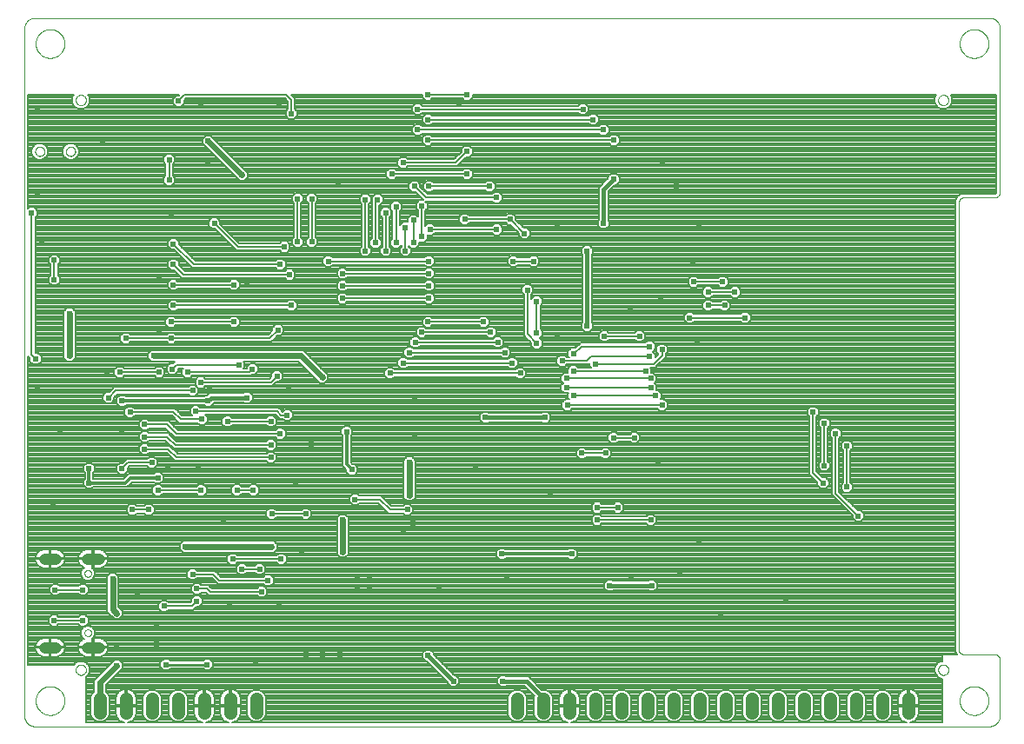
<source format=gbl>
G75*
%MOIN*%
%OFA0B0*%
%FSLAX25Y25*%
%IPPOS*%
%LPD*%
%AMOC8*
5,1,8,0,0,1.08239X$1,22.5*
%
%ADD10C,0.00000*%
%ADD11C,0.04362*%
%ADD12C,0.05150*%
%ADD13C,0.02381*%
%ADD14C,0.02400*%
%ADD15C,0.00800*%
%ADD16C,0.01000*%
%ADD17C,0.00806*%
%ADD18C,0.01600*%
%ADD19C,0.01200*%
D10*
X0029238Y0009063D02*
X0029238Y0272843D01*
X0029240Y0272967D01*
X0029246Y0273090D01*
X0029255Y0273214D01*
X0029269Y0273336D01*
X0029286Y0273459D01*
X0029308Y0273581D01*
X0029333Y0273702D01*
X0029362Y0273822D01*
X0029394Y0273941D01*
X0029431Y0274060D01*
X0029471Y0274177D01*
X0029514Y0274292D01*
X0029562Y0274407D01*
X0029613Y0274519D01*
X0029667Y0274630D01*
X0029725Y0274740D01*
X0029786Y0274847D01*
X0029851Y0274953D01*
X0029919Y0275056D01*
X0029990Y0275157D01*
X0030064Y0275256D01*
X0030141Y0275353D01*
X0030222Y0275447D01*
X0030305Y0275538D01*
X0030391Y0275627D01*
X0030480Y0275713D01*
X0030571Y0275796D01*
X0030665Y0275877D01*
X0030762Y0275954D01*
X0030861Y0276028D01*
X0030962Y0276099D01*
X0031065Y0276167D01*
X0031171Y0276232D01*
X0031278Y0276293D01*
X0031388Y0276351D01*
X0031499Y0276405D01*
X0031611Y0276456D01*
X0031726Y0276504D01*
X0031841Y0276547D01*
X0031958Y0276587D01*
X0032077Y0276624D01*
X0032196Y0276656D01*
X0032316Y0276685D01*
X0032437Y0276710D01*
X0032559Y0276732D01*
X0032682Y0276749D01*
X0032804Y0276763D01*
X0032928Y0276772D01*
X0033051Y0276778D01*
X0033175Y0276780D01*
X0399317Y0276780D01*
X0399441Y0276778D01*
X0399564Y0276772D01*
X0399688Y0276763D01*
X0399810Y0276749D01*
X0399933Y0276732D01*
X0400055Y0276710D01*
X0400176Y0276685D01*
X0400296Y0276656D01*
X0400415Y0276624D01*
X0400534Y0276587D01*
X0400651Y0276547D01*
X0400766Y0276504D01*
X0400881Y0276456D01*
X0400993Y0276405D01*
X0401104Y0276351D01*
X0401214Y0276293D01*
X0401321Y0276232D01*
X0401427Y0276167D01*
X0401530Y0276099D01*
X0401631Y0276028D01*
X0401730Y0275954D01*
X0401827Y0275877D01*
X0401921Y0275796D01*
X0402012Y0275713D01*
X0402101Y0275627D01*
X0402187Y0275538D01*
X0402270Y0275447D01*
X0402351Y0275353D01*
X0402428Y0275256D01*
X0402502Y0275157D01*
X0402573Y0275056D01*
X0402641Y0274953D01*
X0402706Y0274847D01*
X0402767Y0274740D01*
X0402825Y0274630D01*
X0402879Y0274519D01*
X0402930Y0274407D01*
X0402978Y0274292D01*
X0403021Y0274177D01*
X0403061Y0274060D01*
X0403098Y0273941D01*
X0403130Y0273822D01*
X0403159Y0273702D01*
X0403184Y0273581D01*
X0403206Y0273459D01*
X0403223Y0273336D01*
X0403237Y0273214D01*
X0403246Y0273090D01*
X0403252Y0272967D01*
X0403254Y0272843D01*
X0403254Y0209850D01*
X0403255Y0209850D02*
X0403253Y0209764D01*
X0403248Y0209678D01*
X0403238Y0209593D01*
X0403225Y0209508D01*
X0403208Y0209424D01*
X0403188Y0209340D01*
X0403164Y0209258D01*
X0403136Y0209177D01*
X0403105Y0209096D01*
X0403071Y0209018D01*
X0403033Y0208941D01*
X0402991Y0208866D01*
X0402947Y0208792D01*
X0402899Y0208721D01*
X0402848Y0208651D01*
X0402794Y0208584D01*
X0402738Y0208520D01*
X0402678Y0208458D01*
X0402616Y0208398D01*
X0402552Y0208342D01*
X0402485Y0208288D01*
X0402415Y0208237D01*
X0402344Y0208189D01*
X0402271Y0208145D01*
X0402195Y0208103D01*
X0402118Y0208065D01*
X0402040Y0208031D01*
X0401959Y0208000D01*
X0401878Y0207972D01*
X0401796Y0207948D01*
X0401712Y0207928D01*
X0401628Y0207911D01*
X0401543Y0207898D01*
X0401458Y0207888D01*
X0401372Y0207883D01*
X0401286Y0207881D01*
X0401286Y0207882D02*
X0389474Y0207882D01*
X0389388Y0207880D01*
X0389302Y0207875D01*
X0389217Y0207865D01*
X0389132Y0207852D01*
X0389048Y0207835D01*
X0388964Y0207815D01*
X0388882Y0207791D01*
X0388801Y0207763D01*
X0388720Y0207732D01*
X0388642Y0207698D01*
X0388565Y0207660D01*
X0388490Y0207618D01*
X0388416Y0207574D01*
X0388345Y0207526D01*
X0388275Y0207475D01*
X0388208Y0207421D01*
X0388144Y0207365D01*
X0388082Y0207305D01*
X0388022Y0207243D01*
X0387966Y0207179D01*
X0387912Y0207112D01*
X0387861Y0207042D01*
X0387813Y0206971D01*
X0387769Y0206898D01*
X0387727Y0206822D01*
X0387689Y0206745D01*
X0387655Y0206667D01*
X0387624Y0206586D01*
X0387596Y0206505D01*
X0387572Y0206423D01*
X0387552Y0206339D01*
X0387535Y0206255D01*
X0387522Y0206170D01*
X0387512Y0206085D01*
X0387507Y0205999D01*
X0387505Y0205913D01*
X0387506Y0205913D02*
X0387506Y0034654D01*
X0387505Y0034654D02*
X0387507Y0034568D01*
X0387512Y0034482D01*
X0387522Y0034397D01*
X0387535Y0034312D01*
X0387552Y0034228D01*
X0387572Y0034144D01*
X0387596Y0034062D01*
X0387624Y0033981D01*
X0387655Y0033900D01*
X0387689Y0033822D01*
X0387727Y0033745D01*
X0387769Y0033670D01*
X0387813Y0033596D01*
X0387861Y0033525D01*
X0387912Y0033455D01*
X0387966Y0033388D01*
X0388022Y0033324D01*
X0388082Y0033262D01*
X0388144Y0033202D01*
X0388208Y0033146D01*
X0388275Y0033092D01*
X0388345Y0033041D01*
X0388416Y0032993D01*
X0388490Y0032949D01*
X0388565Y0032907D01*
X0388642Y0032869D01*
X0388720Y0032835D01*
X0388801Y0032804D01*
X0388882Y0032776D01*
X0388964Y0032752D01*
X0389048Y0032732D01*
X0389132Y0032715D01*
X0389217Y0032702D01*
X0389302Y0032692D01*
X0389388Y0032687D01*
X0389474Y0032685D01*
X0401286Y0032685D01*
X0401286Y0032686D02*
X0401372Y0032684D01*
X0401458Y0032679D01*
X0401543Y0032669D01*
X0401628Y0032656D01*
X0401712Y0032639D01*
X0401796Y0032619D01*
X0401878Y0032595D01*
X0401959Y0032567D01*
X0402040Y0032536D01*
X0402118Y0032502D01*
X0402195Y0032464D01*
X0402271Y0032422D01*
X0402344Y0032378D01*
X0402415Y0032330D01*
X0402485Y0032279D01*
X0402552Y0032225D01*
X0402616Y0032169D01*
X0402678Y0032109D01*
X0402738Y0032047D01*
X0402794Y0031983D01*
X0402848Y0031916D01*
X0402899Y0031846D01*
X0402947Y0031775D01*
X0402991Y0031702D01*
X0403033Y0031626D01*
X0403071Y0031549D01*
X0403105Y0031471D01*
X0403136Y0031390D01*
X0403164Y0031309D01*
X0403188Y0031227D01*
X0403208Y0031143D01*
X0403225Y0031059D01*
X0403238Y0030974D01*
X0403248Y0030889D01*
X0403253Y0030803D01*
X0403255Y0030717D01*
X0403254Y0030717D02*
X0403254Y0009063D01*
X0403252Y0008939D01*
X0403246Y0008816D01*
X0403237Y0008692D01*
X0403223Y0008570D01*
X0403206Y0008447D01*
X0403184Y0008325D01*
X0403159Y0008204D01*
X0403130Y0008084D01*
X0403098Y0007965D01*
X0403061Y0007846D01*
X0403021Y0007729D01*
X0402978Y0007614D01*
X0402930Y0007499D01*
X0402879Y0007387D01*
X0402825Y0007276D01*
X0402767Y0007166D01*
X0402706Y0007059D01*
X0402641Y0006953D01*
X0402573Y0006850D01*
X0402502Y0006749D01*
X0402428Y0006650D01*
X0402351Y0006553D01*
X0402270Y0006459D01*
X0402187Y0006368D01*
X0402101Y0006279D01*
X0402012Y0006193D01*
X0401921Y0006110D01*
X0401827Y0006029D01*
X0401730Y0005952D01*
X0401631Y0005878D01*
X0401530Y0005807D01*
X0401427Y0005739D01*
X0401321Y0005674D01*
X0401214Y0005613D01*
X0401104Y0005555D01*
X0400993Y0005501D01*
X0400881Y0005450D01*
X0400766Y0005402D01*
X0400651Y0005359D01*
X0400534Y0005319D01*
X0400415Y0005282D01*
X0400296Y0005250D01*
X0400176Y0005221D01*
X0400055Y0005196D01*
X0399933Y0005174D01*
X0399810Y0005157D01*
X0399688Y0005143D01*
X0399564Y0005134D01*
X0399441Y0005128D01*
X0399317Y0005126D01*
X0033175Y0005126D01*
X0033051Y0005128D01*
X0032928Y0005134D01*
X0032804Y0005143D01*
X0032682Y0005157D01*
X0032559Y0005174D01*
X0032437Y0005196D01*
X0032316Y0005221D01*
X0032196Y0005250D01*
X0032077Y0005282D01*
X0031958Y0005319D01*
X0031841Y0005359D01*
X0031726Y0005402D01*
X0031611Y0005450D01*
X0031499Y0005501D01*
X0031388Y0005555D01*
X0031278Y0005613D01*
X0031171Y0005674D01*
X0031065Y0005739D01*
X0030962Y0005807D01*
X0030861Y0005878D01*
X0030762Y0005952D01*
X0030665Y0006029D01*
X0030571Y0006110D01*
X0030480Y0006193D01*
X0030391Y0006279D01*
X0030305Y0006368D01*
X0030222Y0006459D01*
X0030141Y0006553D01*
X0030064Y0006650D01*
X0029990Y0006749D01*
X0029919Y0006850D01*
X0029851Y0006953D01*
X0029786Y0007059D01*
X0029725Y0007166D01*
X0029667Y0007276D01*
X0029613Y0007387D01*
X0029562Y0007499D01*
X0029514Y0007614D01*
X0029471Y0007729D01*
X0029431Y0007846D01*
X0029394Y0007965D01*
X0029362Y0008084D01*
X0029333Y0008204D01*
X0029308Y0008325D01*
X0029286Y0008447D01*
X0029269Y0008570D01*
X0029255Y0008692D01*
X0029246Y0008816D01*
X0029240Y0008939D01*
X0029238Y0009063D01*
X0033569Y0014969D02*
X0033571Y0015117D01*
X0033577Y0015265D01*
X0033587Y0015413D01*
X0033601Y0015560D01*
X0033619Y0015707D01*
X0033640Y0015853D01*
X0033666Y0015999D01*
X0033696Y0016144D01*
X0033729Y0016288D01*
X0033767Y0016431D01*
X0033808Y0016573D01*
X0033853Y0016714D01*
X0033901Y0016854D01*
X0033954Y0016993D01*
X0034010Y0017130D01*
X0034070Y0017265D01*
X0034133Y0017399D01*
X0034200Y0017531D01*
X0034271Y0017661D01*
X0034345Y0017789D01*
X0034422Y0017915D01*
X0034503Y0018039D01*
X0034587Y0018161D01*
X0034674Y0018280D01*
X0034765Y0018397D01*
X0034859Y0018512D01*
X0034955Y0018624D01*
X0035055Y0018734D01*
X0035157Y0018840D01*
X0035263Y0018944D01*
X0035371Y0019045D01*
X0035482Y0019143D01*
X0035595Y0019239D01*
X0035711Y0019331D01*
X0035829Y0019420D01*
X0035950Y0019505D01*
X0036073Y0019588D01*
X0036198Y0019667D01*
X0036325Y0019743D01*
X0036454Y0019815D01*
X0036585Y0019884D01*
X0036718Y0019949D01*
X0036853Y0020010D01*
X0036989Y0020068D01*
X0037126Y0020123D01*
X0037265Y0020173D01*
X0037406Y0020220D01*
X0037547Y0020263D01*
X0037690Y0020303D01*
X0037834Y0020338D01*
X0037978Y0020370D01*
X0038124Y0020397D01*
X0038270Y0020421D01*
X0038417Y0020441D01*
X0038564Y0020457D01*
X0038711Y0020469D01*
X0038859Y0020477D01*
X0039007Y0020481D01*
X0039155Y0020481D01*
X0039303Y0020477D01*
X0039451Y0020469D01*
X0039598Y0020457D01*
X0039745Y0020441D01*
X0039892Y0020421D01*
X0040038Y0020397D01*
X0040184Y0020370D01*
X0040328Y0020338D01*
X0040472Y0020303D01*
X0040615Y0020263D01*
X0040756Y0020220D01*
X0040897Y0020173D01*
X0041036Y0020123D01*
X0041173Y0020068D01*
X0041309Y0020010D01*
X0041444Y0019949D01*
X0041577Y0019884D01*
X0041708Y0019815D01*
X0041837Y0019743D01*
X0041964Y0019667D01*
X0042089Y0019588D01*
X0042212Y0019505D01*
X0042333Y0019420D01*
X0042451Y0019331D01*
X0042567Y0019239D01*
X0042680Y0019143D01*
X0042791Y0019045D01*
X0042899Y0018944D01*
X0043005Y0018840D01*
X0043107Y0018734D01*
X0043207Y0018624D01*
X0043303Y0018512D01*
X0043397Y0018397D01*
X0043488Y0018280D01*
X0043575Y0018161D01*
X0043659Y0018039D01*
X0043740Y0017915D01*
X0043817Y0017789D01*
X0043891Y0017661D01*
X0043962Y0017531D01*
X0044029Y0017399D01*
X0044092Y0017265D01*
X0044152Y0017130D01*
X0044208Y0016993D01*
X0044261Y0016854D01*
X0044309Y0016714D01*
X0044354Y0016573D01*
X0044395Y0016431D01*
X0044433Y0016288D01*
X0044466Y0016144D01*
X0044496Y0015999D01*
X0044522Y0015853D01*
X0044543Y0015707D01*
X0044561Y0015560D01*
X0044575Y0015413D01*
X0044585Y0015265D01*
X0044591Y0015117D01*
X0044593Y0014969D01*
X0044591Y0014821D01*
X0044585Y0014673D01*
X0044575Y0014525D01*
X0044561Y0014378D01*
X0044543Y0014231D01*
X0044522Y0014085D01*
X0044496Y0013939D01*
X0044466Y0013794D01*
X0044433Y0013650D01*
X0044395Y0013507D01*
X0044354Y0013365D01*
X0044309Y0013224D01*
X0044261Y0013084D01*
X0044208Y0012945D01*
X0044152Y0012808D01*
X0044092Y0012673D01*
X0044029Y0012539D01*
X0043962Y0012407D01*
X0043891Y0012277D01*
X0043817Y0012149D01*
X0043740Y0012023D01*
X0043659Y0011899D01*
X0043575Y0011777D01*
X0043488Y0011658D01*
X0043397Y0011541D01*
X0043303Y0011426D01*
X0043207Y0011314D01*
X0043107Y0011204D01*
X0043005Y0011098D01*
X0042899Y0010994D01*
X0042791Y0010893D01*
X0042680Y0010795D01*
X0042567Y0010699D01*
X0042451Y0010607D01*
X0042333Y0010518D01*
X0042212Y0010433D01*
X0042089Y0010350D01*
X0041964Y0010271D01*
X0041837Y0010195D01*
X0041708Y0010123D01*
X0041577Y0010054D01*
X0041444Y0009989D01*
X0041309Y0009928D01*
X0041173Y0009870D01*
X0041036Y0009815D01*
X0040897Y0009765D01*
X0040756Y0009718D01*
X0040615Y0009675D01*
X0040472Y0009635D01*
X0040328Y0009600D01*
X0040184Y0009568D01*
X0040038Y0009541D01*
X0039892Y0009517D01*
X0039745Y0009497D01*
X0039598Y0009481D01*
X0039451Y0009469D01*
X0039303Y0009461D01*
X0039155Y0009457D01*
X0039007Y0009457D01*
X0038859Y0009461D01*
X0038711Y0009469D01*
X0038564Y0009481D01*
X0038417Y0009497D01*
X0038270Y0009517D01*
X0038124Y0009541D01*
X0037978Y0009568D01*
X0037834Y0009600D01*
X0037690Y0009635D01*
X0037547Y0009675D01*
X0037406Y0009718D01*
X0037265Y0009765D01*
X0037126Y0009815D01*
X0036989Y0009870D01*
X0036853Y0009928D01*
X0036718Y0009989D01*
X0036585Y0010054D01*
X0036454Y0010123D01*
X0036325Y0010195D01*
X0036198Y0010271D01*
X0036073Y0010350D01*
X0035950Y0010433D01*
X0035829Y0010518D01*
X0035711Y0010607D01*
X0035595Y0010699D01*
X0035482Y0010795D01*
X0035371Y0010893D01*
X0035263Y0010994D01*
X0035157Y0011098D01*
X0035055Y0011204D01*
X0034955Y0011314D01*
X0034859Y0011426D01*
X0034765Y0011541D01*
X0034674Y0011658D01*
X0034587Y0011777D01*
X0034503Y0011899D01*
X0034422Y0012023D01*
X0034345Y0012149D01*
X0034271Y0012277D01*
X0034200Y0012407D01*
X0034133Y0012539D01*
X0034070Y0012673D01*
X0034010Y0012808D01*
X0033954Y0012945D01*
X0033901Y0013084D01*
X0033853Y0013224D01*
X0033808Y0013365D01*
X0033767Y0013507D01*
X0033729Y0013650D01*
X0033696Y0013794D01*
X0033666Y0013939D01*
X0033640Y0014085D01*
X0033619Y0014231D01*
X0033601Y0014378D01*
X0033587Y0014525D01*
X0033577Y0014673D01*
X0033571Y0014821D01*
X0033569Y0014969D01*
X0048923Y0026780D02*
X0048925Y0026868D01*
X0048931Y0026956D01*
X0048941Y0027044D01*
X0048955Y0027132D01*
X0048972Y0027218D01*
X0048994Y0027304D01*
X0049019Y0027388D01*
X0049049Y0027472D01*
X0049081Y0027554D01*
X0049118Y0027634D01*
X0049158Y0027713D01*
X0049202Y0027790D01*
X0049249Y0027865D01*
X0049299Y0027937D01*
X0049353Y0028008D01*
X0049409Y0028075D01*
X0049469Y0028141D01*
X0049531Y0028203D01*
X0049597Y0028263D01*
X0049664Y0028319D01*
X0049735Y0028373D01*
X0049807Y0028423D01*
X0049882Y0028470D01*
X0049959Y0028514D01*
X0050038Y0028554D01*
X0050118Y0028591D01*
X0050200Y0028623D01*
X0050284Y0028653D01*
X0050368Y0028678D01*
X0050454Y0028700D01*
X0050540Y0028717D01*
X0050628Y0028731D01*
X0050716Y0028741D01*
X0050804Y0028747D01*
X0050892Y0028749D01*
X0050980Y0028747D01*
X0051068Y0028741D01*
X0051156Y0028731D01*
X0051244Y0028717D01*
X0051330Y0028700D01*
X0051416Y0028678D01*
X0051500Y0028653D01*
X0051584Y0028623D01*
X0051666Y0028591D01*
X0051746Y0028554D01*
X0051825Y0028514D01*
X0051902Y0028470D01*
X0051977Y0028423D01*
X0052049Y0028373D01*
X0052120Y0028319D01*
X0052187Y0028263D01*
X0052253Y0028203D01*
X0052315Y0028141D01*
X0052375Y0028075D01*
X0052431Y0028008D01*
X0052485Y0027937D01*
X0052535Y0027865D01*
X0052582Y0027790D01*
X0052626Y0027713D01*
X0052666Y0027634D01*
X0052703Y0027554D01*
X0052735Y0027472D01*
X0052765Y0027388D01*
X0052790Y0027304D01*
X0052812Y0027218D01*
X0052829Y0027132D01*
X0052843Y0027044D01*
X0052853Y0026956D01*
X0052859Y0026868D01*
X0052861Y0026780D01*
X0052859Y0026692D01*
X0052853Y0026604D01*
X0052843Y0026516D01*
X0052829Y0026428D01*
X0052812Y0026342D01*
X0052790Y0026256D01*
X0052765Y0026172D01*
X0052735Y0026088D01*
X0052703Y0026006D01*
X0052666Y0025926D01*
X0052626Y0025847D01*
X0052582Y0025770D01*
X0052535Y0025695D01*
X0052485Y0025623D01*
X0052431Y0025552D01*
X0052375Y0025485D01*
X0052315Y0025419D01*
X0052253Y0025357D01*
X0052187Y0025297D01*
X0052120Y0025241D01*
X0052049Y0025187D01*
X0051977Y0025137D01*
X0051902Y0025090D01*
X0051825Y0025046D01*
X0051746Y0025006D01*
X0051666Y0024969D01*
X0051584Y0024937D01*
X0051500Y0024907D01*
X0051416Y0024882D01*
X0051330Y0024860D01*
X0051244Y0024843D01*
X0051156Y0024829D01*
X0051068Y0024819D01*
X0050980Y0024813D01*
X0050892Y0024811D01*
X0050804Y0024813D01*
X0050716Y0024819D01*
X0050628Y0024829D01*
X0050540Y0024843D01*
X0050454Y0024860D01*
X0050368Y0024882D01*
X0050284Y0024907D01*
X0050200Y0024937D01*
X0050118Y0024969D01*
X0050038Y0025006D01*
X0049959Y0025046D01*
X0049882Y0025090D01*
X0049807Y0025137D01*
X0049735Y0025187D01*
X0049664Y0025241D01*
X0049597Y0025297D01*
X0049531Y0025357D01*
X0049469Y0025419D01*
X0049409Y0025485D01*
X0049353Y0025552D01*
X0049299Y0025623D01*
X0049249Y0025695D01*
X0049202Y0025770D01*
X0049158Y0025847D01*
X0049118Y0025926D01*
X0049081Y0026006D01*
X0049049Y0026088D01*
X0049019Y0026172D01*
X0048994Y0026256D01*
X0048972Y0026342D01*
X0048955Y0026428D01*
X0048941Y0026516D01*
X0048931Y0026604D01*
X0048925Y0026692D01*
X0048923Y0026780D01*
X0052289Y0040992D02*
X0052291Y0041063D01*
X0052297Y0041134D01*
X0052307Y0041205D01*
X0052321Y0041274D01*
X0052338Y0041343D01*
X0052360Y0041411D01*
X0052385Y0041478D01*
X0052414Y0041543D01*
X0052446Y0041606D01*
X0052482Y0041668D01*
X0052521Y0041727D01*
X0052564Y0041784D01*
X0052609Y0041839D01*
X0052658Y0041891D01*
X0052709Y0041940D01*
X0052763Y0041986D01*
X0052820Y0042030D01*
X0052878Y0042070D01*
X0052939Y0042106D01*
X0053002Y0042140D01*
X0053067Y0042169D01*
X0053133Y0042195D01*
X0053201Y0042218D01*
X0053269Y0042236D01*
X0053339Y0042251D01*
X0053409Y0042262D01*
X0053480Y0042269D01*
X0053551Y0042272D01*
X0053622Y0042271D01*
X0053693Y0042266D01*
X0053764Y0042257D01*
X0053834Y0042244D01*
X0053903Y0042228D01*
X0053971Y0042207D01*
X0054038Y0042183D01*
X0054104Y0042155D01*
X0054167Y0042123D01*
X0054229Y0042088D01*
X0054289Y0042050D01*
X0054347Y0042008D01*
X0054402Y0041964D01*
X0054455Y0041916D01*
X0054505Y0041865D01*
X0054552Y0041812D01*
X0054596Y0041756D01*
X0054637Y0041698D01*
X0054675Y0041637D01*
X0054709Y0041575D01*
X0054739Y0041510D01*
X0054766Y0041445D01*
X0054790Y0041377D01*
X0054809Y0041309D01*
X0054825Y0041240D01*
X0054837Y0041169D01*
X0054845Y0041099D01*
X0054849Y0041028D01*
X0054849Y0040956D01*
X0054845Y0040885D01*
X0054837Y0040815D01*
X0054825Y0040744D01*
X0054809Y0040675D01*
X0054790Y0040607D01*
X0054766Y0040539D01*
X0054739Y0040474D01*
X0054709Y0040409D01*
X0054675Y0040347D01*
X0054637Y0040286D01*
X0054596Y0040228D01*
X0054552Y0040172D01*
X0054505Y0040119D01*
X0054455Y0040068D01*
X0054402Y0040020D01*
X0054347Y0039976D01*
X0054289Y0039934D01*
X0054229Y0039896D01*
X0054167Y0039861D01*
X0054104Y0039829D01*
X0054038Y0039801D01*
X0053971Y0039777D01*
X0053903Y0039756D01*
X0053834Y0039740D01*
X0053764Y0039727D01*
X0053693Y0039718D01*
X0053622Y0039713D01*
X0053551Y0039712D01*
X0053480Y0039715D01*
X0053409Y0039722D01*
X0053339Y0039733D01*
X0053269Y0039748D01*
X0053201Y0039766D01*
X0053133Y0039789D01*
X0053067Y0039815D01*
X0053002Y0039844D01*
X0052939Y0039878D01*
X0052878Y0039914D01*
X0052820Y0039954D01*
X0052763Y0039998D01*
X0052709Y0040044D01*
X0052658Y0040093D01*
X0052609Y0040145D01*
X0052564Y0040200D01*
X0052521Y0040257D01*
X0052482Y0040316D01*
X0052446Y0040378D01*
X0052414Y0040441D01*
X0052385Y0040506D01*
X0052360Y0040573D01*
X0052338Y0040641D01*
X0052321Y0040710D01*
X0052307Y0040779D01*
X0052297Y0040850D01*
X0052291Y0040921D01*
X0052289Y0040992D01*
X0052289Y0063748D02*
X0052291Y0063819D01*
X0052297Y0063890D01*
X0052307Y0063961D01*
X0052321Y0064030D01*
X0052338Y0064099D01*
X0052360Y0064167D01*
X0052385Y0064234D01*
X0052414Y0064299D01*
X0052446Y0064362D01*
X0052482Y0064424D01*
X0052521Y0064483D01*
X0052564Y0064540D01*
X0052609Y0064595D01*
X0052658Y0064647D01*
X0052709Y0064696D01*
X0052763Y0064742D01*
X0052820Y0064786D01*
X0052878Y0064826D01*
X0052939Y0064862D01*
X0053002Y0064896D01*
X0053067Y0064925D01*
X0053133Y0064951D01*
X0053201Y0064974D01*
X0053269Y0064992D01*
X0053339Y0065007D01*
X0053409Y0065018D01*
X0053480Y0065025D01*
X0053551Y0065028D01*
X0053622Y0065027D01*
X0053693Y0065022D01*
X0053764Y0065013D01*
X0053834Y0065000D01*
X0053903Y0064984D01*
X0053971Y0064963D01*
X0054038Y0064939D01*
X0054104Y0064911D01*
X0054167Y0064879D01*
X0054229Y0064844D01*
X0054289Y0064806D01*
X0054347Y0064764D01*
X0054402Y0064720D01*
X0054455Y0064672D01*
X0054505Y0064621D01*
X0054552Y0064568D01*
X0054596Y0064512D01*
X0054637Y0064454D01*
X0054675Y0064393D01*
X0054709Y0064331D01*
X0054739Y0064266D01*
X0054766Y0064201D01*
X0054790Y0064133D01*
X0054809Y0064065D01*
X0054825Y0063996D01*
X0054837Y0063925D01*
X0054845Y0063855D01*
X0054849Y0063784D01*
X0054849Y0063712D01*
X0054845Y0063641D01*
X0054837Y0063571D01*
X0054825Y0063500D01*
X0054809Y0063431D01*
X0054790Y0063363D01*
X0054766Y0063295D01*
X0054739Y0063230D01*
X0054709Y0063165D01*
X0054675Y0063103D01*
X0054637Y0063042D01*
X0054596Y0062984D01*
X0054552Y0062928D01*
X0054505Y0062875D01*
X0054455Y0062824D01*
X0054402Y0062776D01*
X0054347Y0062732D01*
X0054289Y0062690D01*
X0054229Y0062652D01*
X0054167Y0062617D01*
X0054104Y0062585D01*
X0054038Y0062557D01*
X0053971Y0062533D01*
X0053903Y0062512D01*
X0053834Y0062496D01*
X0053764Y0062483D01*
X0053693Y0062474D01*
X0053622Y0062469D01*
X0053551Y0062468D01*
X0053480Y0062471D01*
X0053409Y0062478D01*
X0053339Y0062489D01*
X0053269Y0062504D01*
X0053201Y0062522D01*
X0053133Y0062545D01*
X0053067Y0062571D01*
X0053002Y0062600D01*
X0052939Y0062634D01*
X0052878Y0062670D01*
X0052820Y0062710D01*
X0052763Y0062754D01*
X0052709Y0062800D01*
X0052658Y0062849D01*
X0052609Y0062901D01*
X0052564Y0062956D01*
X0052521Y0063013D01*
X0052482Y0063072D01*
X0052446Y0063134D01*
X0052414Y0063197D01*
X0052385Y0063262D01*
X0052360Y0063329D01*
X0052338Y0063397D01*
X0052321Y0063466D01*
X0052307Y0063535D01*
X0052297Y0063606D01*
X0052291Y0063677D01*
X0052289Y0063748D01*
X0045183Y0225598D02*
X0045185Y0225682D01*
X0045191Y0225765D01*
X0045201Y0225848D01*
X0045215Y0225931D01*
X0045232Y0226013D01*
X0045254Y0226094D01*
X0045279Y0226173D01*
X0045308Y0226252D01*
X0045341Y0226329D01*
X0045377Y0226404D01*
X0045417Y0226478D01*
X0045460Y0226550D01*
X0045507Y0226619D01*
X0045557Y0226686D01*
X0045610Y0226751D01*
X0045666Y0226813D01*
X0045724Y0226873D01*
X0045786Y0226930D01*
X0045850Y0226983D01*
X0045917Y0227034D01*
X0045986Y0227081D01*
X0046057Y0227126D01*
X0046130Y0227166D01*
X0046205Y0227203D01*
X0046282Y0227237D01*
X0046360Y0227267D01*
X0046439Y0227293D01*
X0046520Y0227316D01*
X0046602Y0227334D01*
X0046684Y0227349D01*
X0046767Y0227360D01*
X0046850Y0227367D01*
X0046934Y0227370D01*
X0047018Y0227369D01*
X0047101Y0227364D01*
X0047185Y0227355D01*
X0047267Y0227342D01*
X0047349Y0227326D01*
X0047430Y0227305D01*
X0047511Y0227281D01*
X0047589Y0227253D01*
X0047667Y0227221D01*
X0047743Y0227185D01*
X0047817Y0227146D01*
X0047889Y0227104D01*
X0047959Y0227058D01*
X0048027Y0227009D01*
X0048092Y0226957D01*
X0048155Y0226902D01*
X0048215Y0226844D01*
X0048273Y0226783D01*
X0048327Y0226719D01*
X0048379Y0226653D01*
X0048427Y0226585D01*
X0048472Y0226514D01*
X0048513Y0226441D01*
X0048552Y0226367D01*
X0048586Y0226291D01*
X0048617Y0226213D01*
X0048644Y0226134D01*
X0048668Y0226053D01*
X0048687Y0225972D01*
X0048703Y0225890D01*
X0048715Y0225807D01*
X0048723Y0225723D01*
X0048727Y0225640D01*
X0048727Y0225556D01*
X0048723Y0225473D01*
X0048715Y0225389D01*
X0048703Y0225306D01*
X0048687Y0225224D01*
X0048668Y0225143D01*
X0048644Y0225062D01*
X0048617Y0224983D01*
X0048586Y0224905D01*
X0048552Y0224829D01*
X0048513Y0224755D01*
X0048472Y0224682D01*
X0048427Y0224611D01*
X0048379Y0224543D01*
X0048327Y0224477D01*
X0048273Y0224413D01*
X0048215Y0224352D01*
X0048155Y0224294D01*
X0048092Y0224239D01*
X0048027Y0224187D01*
X0047959Y0224138D01*
X0047889Y0224092D01*
X0047817Y0224050D01*
X0047743Y0224011D01*
X0047667Y0223975D01*
X0047589Y0223943D01*
X0047511Y0223915D01*
X0047430Y0223891D01*
X0047349Y0223870D01*
X0047267Y0223854D01*
X0047185Y0223841D01*
X0047101Y0223832D01*
X0047018Y0223827D01*
X0046934Y0223826D01*
X0046850Y0223829D01*
X0046767Y0223836D01*
X0046684Y0223847D01*
X0046602Y0223862D01*
X0046520Y0223880D01*
X0046439Y0223903D01*
X0046360Y0223929D01*
X0046282Y0223959D01*
X0046205Y0223993D01*
X0046130Y0224030D01*
X0046057Y0224070D01*
X0045986Y0224115D01*
X0045917Y0224162D01*
X0045850Y0224213D01*
X0045786Y0224266D01*
X0045724Y0224323D01*
X0045666Y0224383D01*
X0045610Y0224445D01*
X0045557Y0224510D01*
X0045507Y0224577D01*
X0045460Y0224646D01*
X0045417Y0224718D01*
X0045377Y0224792D01*
X0045341Y0224867D01*
X0045308Y0224944D01*
X0045279Y0225023D01*
X0045254Y0225102D01*
X0045232Y0225183D01*
X0045215Y0225265D01*
X0045201Y0225348D01*
X0045191Y0225431D01*
X0045185Y0225514D01*
X0045183Y0225598D01*
X0033372Y0225598D02*
X0033374Y0225682D01*
X0033380Y0225765D01*
X0033390Y0225848D01*
X0033404Y0225931D01*
X0033421Y0226013D01*
X0033443Y0226094D01*
X0033468Y0226173D01*
X0033497Y0226252D01*
X0033530Y0226329D01*
X0033566Y0226404D01*
X0033606Y0226478D01*
X0033649Y0226550D01*
X0033696Y0226619D01*
X0033746Y0226686D01*
X0033799Y0226751D01*
X0033855Y0226813D01*
X0033913Y0226873D01*
X0033975Y0226930D01*
X0034039Y0226983D01*
X0034106Y0227034D01*
X0034175Y0227081D01*
X0034246Y0227126D01*
X0034319Y0227166D01*
X0034394Y0227203D01*
X0034471Y0227237D01*
X0034549Y0227267D01*
X0034628Y0227293D01*
X0034709Y0227316D01*
X0034791Y0227334D01*
X0034873Y0227349D01*
X0034956Y0227360D01*
X0035039Y0227367D01*
X0035123Y0227370D01*
X0035207Y0227369D01*
X0035290Y0227364D01*
X0035374Y0227355D01*
X0035456Y0227342D01*
X0035538Y0227326D01*
X0035619Y0227305D01*
X0035700Y0227281D01*
X0035778Y0227253D01*
X0035856Y0227221D01*
X0035932Y0227185D01*
X0036006Y0227146D01*
X0036078Y0227104D01*
X0036148Y0227058D01*
X0036216Y0227009D01*
X0036281Y0226957D01*
X0036344Y0226902D01*
X0036404Y0226844D01*
X0036462Y0226783D01*
X0036516Y0226719D01*
X0036568Y0226653D01*
X0036616Y0226585D01*
X0036661Y0226514D01*
X0036702Y0226441D01*
X0036741Y0226367D01*
X0036775Y0226291D01*
X0036806Y0226213D01*
X0036833Y0226134D01*
X0036857Y0226053D01*
X0036876Y0225972D01*
X0036892Y0225890D01*
X0036904Y0225807D01*
X0036912Y0225723D01*
X0036916Y0225640D01*
X0036916Y0225556D01*
X0036912Y0225473D01*
X0036904Y0225389D01*
X0036892Y0225306D01*
X0036876Y0225224D01*
X0036857Y0225143D01*
X0036833Y0225062D01*
X0036806Y0224983D01*
X0036775Y0224905D01*
X0036741Y0224829D01*
X0036702Y0224755D01*
X0036661Y0224682D01*
X0036616Y0224611D01*
X0036568Y0224543D01*
X0036516Y0224477D01*
X0036462Y0224413D01*
X0036404Y0224352D01*
X0036344Y0224294D01*
X0036281Y0224239D01*
X0036216Y0224187D01*
X0036148Y0224138D01*
X0036078Y0224092D01*
X0036006Y0224050D01*
X0035932Y0224011D01*
X0035856Y0223975D01*
X0035778Y0223943D01*
X0035700Y0223915D01*
X0035619Y0223891D01*
X0035538Y0223870D01*
X0035456Y0223854D01*
X0035374Y0223841D01*
X0035290Y0223832D01*
X0035207Y0223827D01*
X0035123Y0223826D01*
X0035039Y0223829D01*
X0034956Y0223836D01*
X0034873Y0223847D01*
X0034791Y0223862D01*
X0034709Y0223880D01*
X0034628Y0223903D01*
X0034549Y0223929D01*
X0034471Y0223959D01*
X0034394Y0223993D01*
X0034319Y0224030D01*
X0034246Y0224070D01*
X0034175Y0224115D01*
X0034106Y0224162D01*
X0034039Y0224213D01*
X0033975Y0224266D01*
X0033913Y0224323D01*
X0033855Y0224383D01*
X0033799Y0224445D01*
X0033746Y0224510D01*
X0033696Y0224577D01*
X0033649Y0224646D01*
X0033606Y0224718D01*
X0033566Y0224792D01*
X0033530Y0224867D01*
X0033497Y0224944D01*
X0033468Y0225023D01*
X0033443Y0225102D01*
X0033421Y0225183D01*
X0033404Y0225265D01*
X0033390Y0225348D01*
X0033380Y0225431D01*
X0033374Y0225514D01*
X0033372Y0225598D01*
X0048923Y0245283D02*
X0048925Y0245371D01*
X0048931Y0245459D01*
X0048941Y0245547D01*
X0048955Y0245635D01*
X0048972Y0245721D01*
X0048994Y0245807D01*
X0049019Y0245891D01*
X0049049Y0245975D01*
X0049081Y0246057D01*
X0049118Y0246137D01*
X0049158Y0246216D01*
X0049202Y0246293D01*
X0049249Y0246368D01*
X0049299Y0246440D01*
X0049353Y0246511D01*
X0049409Y0246578D01*
X0049469Y0246644D01*
X0049531Y0246706D01*
X0049597Y0246766D01*
X0049664Y0246822D01*
X0049735Y0246876D01*
X0049807Y0246926D01*
X0049882Y0246973D01*
X0049959Y0247017D01*
X0050038Y0247057D01*
X0050118Y0247094D01*
X0050200Y0247126D01*
X0050284Y0247156D01*
X0050368Y0247181D01*
X0050454Y0247203D01*
X0050540Y0247220D01*
X0050628Y0247234D01*
X0050716Y0247244D01*
X0050804Y0247250D01*
X0050892Y0247252D01*
X0050980Y0247250D01*
X0051068Y0247244D01*
X0051156Y0247234D01*
X0051244Y0247220D01*
X0051330Y0247203D01*
X0051416Y0247181D01*
X0051500Y0247156D01*
X0051584Y0247126D01*
X0051666Y0247094D01*
X0051746Y0247057D01*
X0051825Y0247017D01*
X0051902Y0246973D01*
X0051977Y0246926D01*
X0052049Y0246876D01*
X0052120Y0246822D01*
X0052187Y0246766D01*
X0052253Y0246706D01*
X0052315Y0246644D01*
X0052375Y0246578D01*
X0052431Y0246511D01*
X0052485Y0246440D01*
X0052535Y0246368D01*
X0052582Y0246293D01*
X0052626Y0246216D01*
X0052666Y0246137D01*
X0052703Y0246057D01*
X0052735Y0245975D01*
X0052765Y0245891D01*
X0052790Y0245807D01*
X0052812Y0245721D01*
X0052829Y0245635D01*
X0052843Y0245547D01*
X0052853Y0245459D01*
X0052859Y0245371D01*
X0052861Y0245283D01*
X0052859Y0245195D01*
X0052853Y0245107D01*
X0052843Y0245019D01*
X0052829Y0244931D01*
X0052812Y0244845D01*
X0052790Y0244759D01*
X0052765Y0244675D01*
X0052735Y0244591D01*
X0052703Y0244509D01*
X0052666Y0244429D01*
X0052626Y0244350D01*
X0052582Y0244273D01*
X0052535Y0244198D01*
X0052485Y0244126D01*
X0052431Y0244055D01*
X0052375Y0243988D01*
X0052315Y0243922D01*
X0052253Y0243860D01*
X0052187Y0243800D01*
X0052120Y0243744D01*
X0052049Y0243690D01*
X0051977Y0243640D01*
X0051902Y0243593D01*
X0051825Y0243549D01*
X0051746Y0243509D01*
X0051666Y0243472D01*
X0051584Y0243440D01*
X0051500Y0243410D01*
X0051416Y0243385D01*
X0051330Y0243363D01*
X0051244Y0243346D01*
X0051156Y0243332D01*
X0051068Y0243322D01*
X0050980Y0243316D01*
X0050892Y0243314D01*
X0050804Y0243316D01*
X0050716Y0243322D01*
X0050628Y0243332D01*
X0050540Y0243346D01*
X0050454Y0243363D01*
X0050368Y0243385D01*
X0050284Y0243410D01*
X0050200Y0243440D01*
X0050118Y0243472D01*
X0050038Y0243509D01*
X0049959Y0243549D01*
X0049882Y0243593D01*
X0049807Y0243640D01*
X0049735Y0243690D01*
X0049664Y0243744D01*
X0049597Y0243800D01*
X0049531Y0243860D01*
X0049469Y0243922D01*
X0049409Y0243988D01*
X0049353Y0244055D01*
X0049299Y0244126D01*
X0049249Y0244198D01*
X0049202Y0244273D01*
X0049158Y0244350D01*
X0049118Y0244429D01*
X0049081Y0244509D01*
X0049049Y0244591D01*
X0049019Y0244675D01*
X0048994Y0244759D01*
X0048972Y0244845D01*
X0048955Y0244931D01*
X0048941Y0245019D01*
X0048931Y0245107D01*
X0048925Y0245195D01*
X0048923Y0245283D01*
X0033569Y0266937D02*
X0033571Y0267085D01*
X0033577Y0267233D01*
X0033587Y0267381D01*
X0033601Y0267528D01*
X0033619Y0267675D01*
X0033640Y0267821D01*
X0033666Y0267967D01*
X0033696Y0268112D01*
X0033729Y0268256D01*
X0033767Y0268399D01*
X0033808Y0268541D01*
X0033853Y0268682D01*
X0033901Y0268822D01*
X0033954Y0268961D01*
X0034010Y0269098D01*
X0034070Y0269233D01*
X0034133Y0269367D01*
X0034200Y0269499D01*
X0034271Y0269629D01*
X0034345Y0269757D01*
X0034422Y0269883D01*
X0034503Y0270007D01*
X0034587Y0270129D01*
X0034674Y0270248D01*
X0034765Y0270365D01*
X0034859Y0270480D01*
X0034955Y0270592D01*
X0035055Y0270702D01*
X0035157Y0270808D01*
X0035263Y0270912D01*
X0035371Y0271013D01*
X0035482Y0271111D01*
X0035595Y0271207D01*
X0035711Y0271299D01*
X0035829Y0271388D01*
X0035950Y0271473D01*
X0036073Y0271556D01*
X0036198Y0271635D01*
X0036325Y0271711D01*
X0036454Y0271783D01*
X0036585Y0271852D01*
X0036718Y0271917D01*
X0036853Y0271978D01*
X0036989Y0272036D01*
X0037126Y0272091D01*
X0037265Y0272141D01*
X0037406Y0272188D01*
X0037547Y0272231D01*
X0037690Y0272271D01*
X0037834Y0272306D01*
X0037978Y0272338D01*
X0038124Y0272365D01*
X0038270Y0272389D01*
X0038417Y0272409D01*
X0038564Y0272425D01*
X0038711Y0272437D01*
X0038859Y0272445D01*
X0039007Y0272449D01*
X0039155Y0272449D01*
X0039303Y0272445D01*
X0039451Y0272437D01*
X0039598Y0272425D01*
X0039745Y0272409D01*
X0039892Y0272389D01*
X0040038Y0272365D01*
X0040184Y0272338D01*
X0040328Y0272306D01*
X0040472Y0272271D01*
X0040615Y0272231D01*
X0040756Y0272188D01*
X0040897Y0272141D01*
X0041036Y0272091D01*
X0041173Y0272036D01*
X0041309Y0271978D01*
X0041444Y0271917D01*
X0041577Y0271852D01*
X0041708Y0271783D01*
X0041837Y0271711D01*
X0041964Y0271635D01*
X0042089Y0271556D01*
X0042212Y0271473D01*
X0042333Y0271388D01*
X0042451Y0271299D01*
X0042567Y0271207D01*
X0042680Y0271111D01*
X0042791Y0271013D01*
X0042899Y0270912D01*
X0043005Y0270808D01*
X0043107Y0270702D01*
X0043207Y0270592D01*
X0043303Y0270480D01*
X0043397Y0270365D01*
X0043488Y0270248D01*
X0043575Y0270129D01*
X0043659Y0270007D01*
X0043740Y0269883D01*
X0043817Y0269757D01*
X0043891Y0269629D01*
X0043962Y0269499D01*
X0044029Y0269367D01*
X0044092Y0269233D01*
X0044152Y0269098D01*
X0044208Y0268961D01*
X0044261Y0268822D01*
X0044309Y0268682D01*
X0044354Y0268541D01*
X0044395Y0268399D01*
X0044433Y0268256D01*
X0044466Y0268112D01*
X0044496Y0267967D01*
X0044522Y0267821D01*
X0044543Y0267675D01*
X0044561Y0267528D01*
X0044575Y0267381D01*
X0044585Y0267233D01*
X0044591Y0267085D01*
X0044593Y0266937D01*
X0044591Y0266789D01*
X0044585Y0266641D01*
X0044575Y0266493D01*
X0044561Y0266346D01*
X0044543Y0266199D01*
X0044522Y0266053D01*
X0044496Y0265907D01*
X0044466Y0265762D01*
X0044433Y0265618D01*
X0044395Y0265475D01*
X0044354Y0265333D01*
X0044309Y0265192D01*
X0044261Y0265052D01*
X0044208Y0264913D01*
X0044152Y0264776D01*
X0044092Y0264641D01*
X0044029Y0264507D01*
X0043962Y0264375D01*
X0043891Y0264245D01*
X0043817Y0264117D01*
X0043740Y0263991D01*
X0043659Y0263867D01*
X0043575Y0263745D01*
X0043488Y0263626D01*
X0043397Y0263509D01*
X0043303Y0263394D01*
X0043207Y0263282D01*
X0043107Y0263172D01*
X0043005Y0263066D01*
X0042899Y0262962D01*
X0042791Y0262861D01*
X0042680Y0262763D01*
X0042567Y0262667D01*
X0042451Y0262575D01*
X0042333Y0262486D01*
X0042212Y0262401D01*
X0042089Y0262318D01*
X0041964Y0262239D01*
X0041837Y0262163D01*
X0041708Y0262091D01*
X0041577Y0262022D01*
X0041444Y0261957D01*
X0041309Y0261896D01*
X0041173Y0261838D01*
X0041036Y0261783D01*
X0040897Y0261733D01*
X0040756Y0261686D01*
X0040615Y0261643D01*
X0040472Y0261603D01*
X0040328Y0261568D01*
X0040184Y0261536D01*
X0040038Y0261509D01*
X0039892Y0261485D01*
X0039745Y0261465D01*
X0039598Y0261449D01*
X0039451Y0261437D01*
X0039303Y0261429D01*
X0039155Y0261425D01*
X0039007Y0261425D01*
X0038859Y0261429D01*
X0038711Y0261437D01*
X0038564Y0261449D01*
X0038417Y0261465D01*
X0038270Y0261485D01*
X0038124Y0261509D01*
X0037978Y0261536D01*
X0037834Y0261568D01*
X0037690Y0261603D01*
X0037547Y0261643D01*
X0037406Y0261686D01*
X0037265Y0261733D01*
X0037126Y0261783D01*
X0036989Y0261838D01*
X0036853Y0261896D01*
X0036718Y0261957D01*
X0036585Y0262022D01*
X0036454Y0262091D01*
X0036325Y0262163D01*
X0036198Y0262239D01*
X0036073Y0262318D01*
X0035950Y0262401D01*
X0035829Y0262486D01*
X0035711Y0262575D01*
X0035595Y0262667D01*
X0035482Y0262763D01*
X0035371Y0262861D01*
X0035263Y0262962D01*
X0035157Y0263066D01*
X0035055Y0263172D01*
X0034955Y0263282D01*
X0034859Y0263394D01*
X0034765Y0263509D01*
X0034674Y0263626D01*
X0034587Y0263745D01*
X0034503Y0263867D01*
X0034422Y0263991D01*
X0034345Y0264117D01*
X0034271Y0264245D01*
X0034200Y0264375D01*
X0034133Y0264507D01*
X0034070Y0264641D01*
X0034010Y0264776D01*
X0033954Y0264913D01*
X0033901Y0265052D01*
X0033853Y0265192D01*
X0033808Y0265333D01*
X0033767Y0265475D01*
X0033729Y0265618D01*
X0033696Y0265762D01*
X0033666Y0265907D01*
X0033640Y0266053D01*
X0033619Y0266199D01*
X0033601Y0266346D01*
X0033587Y0266493D01*
X0033577Y0266641D01*
X0033571Y0266789D01*
X0033569Y0266937D01*
X0379631Y0245283D02*
X0379633Y0245371D01*
X0379639Y0245459D01*
X0379649Y0245547D01*
X0379663Y0245635D01*
X0379680Y0245721D01*
X0379702Y0245807D01*
X0379727Y0245891D01*
X0379757Y0245975D01*
X0379789Y0246057D01*
X0379826Y0246137D01*
X0379866Y0246216D01*
X0379910Y0246293D01*
X0379957Y0246368D01*
X0380007Y0246440D01*
X0380061Y0246511D01*
X0380117Y0246578D01*
X0380177Y0246644D01*
X0380239Y0246706D01*
X0380305Y0246766D01*
X0380372Y0246822D01*
X0380443Y0246876D01*
X0380515Y0246926D01*
X0380590Y0246973D01*
X0380667Y0247017D01*
X0380746Y0247057D01*
X0380826Y0247094D01*
X0380908Y0247126D01*
X0380992Y0247156D01*
X0381076Y0247181D01*
X0381162Y0247203D01*
X0381248Y0247220D01*
X0381336Y0247234D01*
X0381424Y0247244D01*
X0381512Y0247250D01*
X0381600Y0247252D01*
X0381688Y0247250D01*
X0381776Y0247244D01*
X0381864Y0247234D01*
X0381952Y0247220D01*
X0382038Y0247203D01*
X0382124Y0247181D01*
X0382208Y0247156D01*
X0382292Y0247126D01*
X0382374Y0247094D01*
X0382454Y0247057D01*
X0382533Y0247017D01*
X0382610Y0246973D01*
X0382685Y0246926D01*
X0382757Y0246876D01*
X0382828Y0246822D01*
X0382895Y0246766D01*
X0382961Y0246706D01*
X0383023Y0246644D01*
X0383083Y0246578D01*
X0383139Y0246511D01*
X0383193Y0246440D01*
X0383243Y0246368D01*
X0383290Y0246293D01*
X0383334Y0246216D01*
X0383374Y0246137D01*
X0383411Y0246057D01*
X0383443Y0245975D01*
X0383473Y0245891D01*
X0383498Y0245807D01*
X0383520Y0245721D01*
X0383537Y0245635D01*
X0383551Y0245547D01*
X0383561Y0245459D01*
X0383567Y0245371D01*
X0383569Y0245283D01*
X0383567Y0245195D01*
X0383561Y0245107D01*
X0383551Y0245019D01*
X0383537Y0244931D01*
X0383520Y0244845D01*
X0383498Y0244759D01*
X0383473Y0244675D01*
X0383443Y0244591D01*
X0383411Y0244509D01*
X0383374Y0244429D01*
X0383334Y0244350D01*
X0383290Y0244273D01*
X0383243Y0244198D01*
X0383193Y0244126D01*
X0383139Y0244055D01*
X0383083Y0243988D01*
X0383023Y0243922D01*
X0382961Y0243860D01*
X0382895Y0243800D01*
X0382828Y0243744D01*
X0382757Y0243690D01*
X0382685Y0243640D01*
X0382610Y0243593D01*
X0382533Y0243549D01*
X0382454Y0243509D01*
X0382374Y0243472D01*
X0382292Y0243440D01*
X0382208Y0243410D01*
X0382124Y0243385D01*
X0382038Y0243363D01*
X0381952Y0243346D01*
X0381864Y0243332D01*
X0381776Y0243322D01*
X0381688Y0243316D01*
X0381600Y0243314D01*
X0381512Y0243316D01*
X0381424Y0243322D01*
X0381336Y0243332D01*
X0381248Y0243346D01*
X0381162Y0243363D01*
X0381076Y0243385D01*
X0380992Y0243410D01*
X0380908Y0243440D01*
X0380826Y0243472D01*
X0380746Y0243509D01*
X0380667Y0243549D01*
X0380590Y0243593D01*
X0380515Y0243640D01*
X0380443Y0243690D01*
X0380372Y0243744D01*
X0380305Y0243800D01*
X0380239Y0243860D01*
X0380177Y0243922D01*
X0380117Y0243988D01*
X0380061Y0244055D01*
X0380007Y0244126D01*
X0379957Y0244198D01*
X0379910Y0244273D01*
X0379866Y0244350D01*
X0379826Y0244429D01*
X0379789Y0244509D01*
X0379757Y0244591D01*
X0379727Y0244675D01*
X0379702Y0244759D01*
X0379680Y0244845D01*
X0379663Y0244931D01*
X0379649Y0245019D01*
X0379639Y0245107D01*
X0379633Y0245195D01*
X0379631Y0245283D01*
X0387900Y0266937D02*
X0387902Y0267085D01*
X0387908Y0267233D01*
X0387918Y0267381D01*
X0387932Y0267528D01*
X0387950Y0267675D01*
X0387971Y0267821D01*
X0387997Y0267967D01*
X0388027Y0268112D01*
X0388060Y0268256D01*
X0388098Y0268399D01*
X0388139Y0268541D01*
X0388184Y0268682D01*
X0388232Y0268822D01*
X0388285Y0268961D01*
X0388341Y0269098D01*
X0388401Y0269233D01*
X0388464Y0269367D01*
X0388531Y0269499D01*
X0388602Y0269629D01*
X0388676Y0269757D01*
X0388753Y0269883D01*
X0388834Y0270007D01*
X0388918Y0270129D01*
X0389005Y0270248D01*
X0389096Y0270365D01*
X0389190Y0270480D01*
X0389286Y0270592D01*
X0389386Y0270702D01*
X0389488Y0270808D01*
X0389594Y0270912D01*
X0389702Y0271013D01*
X0389813Y0271111D01*
X0389926Y0271207D01*
X0390042Y0271299D01*
X0390160Y0271388D01*
X0390281Y0271473D01*
X0390404Y0271556D01*
X0390529Y0271635D01*
X0390656Y0271711D01*
X0390785Y0271783D01*
X0390916Y0271852D01*
X0391049Y0271917D01*
X0391184Y0271978D01*
X0391320Y0272036D01*
X0391457Y0272091D01*
X0391596Y0272141D01*
X0391737Y0272188D01*
X0391878Y0272231D01*
X0392021Y0272271D01*
X0392165Y0272306D01*
X0392309Y0272338D01*
X0392455Y0272365D01*
X0392601Y0272389D01*
X0392748Y0272409D01*
X0392895Y0272425D01*
X0393042Y0272437D01*
X0393190Y0272445D01*
X0393338Y0272449D01*
X0393486Y0272449D01*
X0393634Y0272445D01*
X0393782Y0272437D01*
X0393929Y0272425D01*
X0394076Y0272409D01*
X0394223Y0272389D01*
X0394369Y0272365D01*
X0394515Y0272338D01*
X0394659Y0272306D01*
X0394803Y0272271D01*
X0394946Y0272231D01*
X0395087Y0272188D01*
X0395228Y0272141D01*
X0395367Y0272091D01*
X0395504Y0272036D01*
X0395640Y0271978D01*
X0395775Y0271917D01*
X0395908Y0271852D01*
X0396039Y0271783D01*
X0396168Y0271711D01*
X0396295Y0271635D01*
X0396420Y0271556D01*
X0396543Y0271473D01*
X0396664Y0271388D01*
X0396782Y0271299D01*
X0396898Y0271207D01*
X0397011Y0271111D01*
X0397122Y0271013D01*
X0397230Y0270912D01*
X0397336Y0270808D01*
X0397438Y0270702D01*
X0397538Y0270592D01*
X0397634Y0270480D01*
X0397728Y0270365D01*
X0397819Y0270248D01*
X0397906Y0270129D01*
X0397990Y0270007D01*
X0398071Y0269883D01*
X0398148Y0269757D01*
X0398222Y0269629D01*
X0398293Y0269499D01*
X0398360Y0269367D01*
X0398423Y0269233D01*
X0398483Y0269098D01*
X0398539Y0268961D01*
X0398592Y0268822D01*
X0398640Y0268682D01*
X0398685Y0268541D01*
X0398726Y0268399D01*
X0398764Y0268256D01*
X0398797Y0268112D01*
X0398827Y0267967D01*
X0398853Y0267821D01*
X0398874Y0267675D01*
X0398892Y0267528D01*
X0398906Y0267381D01*
X0398916Y0267233D01*
X0398922Y0267085D01*
X0398924Y0266937D01*
X0398922Y0266789D01*
X0398916Y0266641D01*
X0398906Y0266493D01*
X0398892Y0266346D01*
X0398874Y0266199D01*
X0398853Y0266053D01*
X0398827Y0265907D01*
X0398797Y0265762D01*
X0398764Y0265618D01*
X0398726Y0265475D01*
X0398685Y0265333D01*
X0398640Y0265192D01*
X0398592Y0265052D01*
X0398539Y0264913D01*
X0398483Y0264776D01*
X0398423Y0264641D01*
X0398360Y0264507D01*
X0398293Y0264375D01*
X0398222Y0264245D01*
X0398148Y0264117D01*
X0398071Y0263991D01*
X0397990Y0263867D01*
X0397906Y0263745D01*
X0397819Y0263626D01*
X0397728Y0263509D01*
X0397634Y0263394D01*
X0397538Y0263282D01*
X0397438Y0263172D01*
X0397336Y0263066D01*
X0397230Y0262962D01*
X0397122Y0262861D01*
X0397011Y0262763D01*
X0396898Y0262667D01*
X0396782Y0262575D01*
X0396664Y0262486D01*
X0396543Y0262401D01*
X0396420Y0262318D01*
X0396295Y0262239D01*
X0396168Y0262163D01*
X0396039Y0262091D01*
X0395908Y0262022D01*
X0395775Y0261957D01*
X0395640Y0261896D01*
X0395504Y0261838D01*
X0395367Y0261783D01*
X0395228Y0261733D01*
X0395087Y0261686D01*
X0394946Y0261643D01*
X0394803Y0261603D01*
X0394659Y0261568D01*
X0394515Y0261536D01*
X0394369Y0261509D01*
X0394223Y0261485D01*
X0394076Y0261465D01*
X0393929Y0261449D01*
X0393782Y0261437D01*
X0393634Y0261429D01*
X0393486Y0261425D01*
X0393338Y0261425D01*
X0393190Y0261429D01*
X0393042Y0261437D01*
X0392895Y0261449D01*
X0392748Y0261465D01*
X0392601Y0261485D01*
X0392455Y0261509D01*
X0392309Y0261536D01*
X0392165Y0261568D01*
X0392021Y0261603D01*
X0391878Y0261643D01*
X0391737Y0261686D01*
X0391596Y0261733D01*
X0391457Y0261783D01*
X0391320Y0261838D01*
X0391184Y0261896D01*
X0391049Y0261957D01*
X0390916Y0262022D01*
X0390785Y0262091D01*
X0390656Y0262163D01*
X0390529Y0262239D01*
X0390404Y0262318D01*
X0390281Y0262401D01*
X0390160Y0262486D01*
X0390042Y0262575D01*
X0389926Y0262667D01*
X0389813Y0262763D01*
X0389702Y0262861D01*
X0389594Y0262962D01*
X0389488Y0263066D01*
X0389386Y0263172D01*
X0389286Y0263282D01*
X0389190Y0263394D01*
X0389096Y0263509D01*
X0389005Y0263626D01*
X0388918Y0263745D01*
X0388834Y0263867D01*
X0388753Y0263991D01*
X0388676Y0264117D01*
X0388602Y0264245D01*
X0388531Y0264375D01*
X0388464Y0264507D01*
X0388401Y0264641D01*
X0388341Y0264776D01*
X0388285Y0264913D01*
X0388232Y0265052D01*
X0388184Y0265192D01*
X0388139Y0265333D01*
X0388098Y0265475D01*
X0388060Y0265618D01*
X0388027Y0265762D01*
X0387997Y0265907D01*
X0387971Y0266053D01*
X0387950Y0266199D01*
X0387932Y0266346D01*
X0387918Y0266493D01*
X0387908Y0266641D01*
X0387902Y0266789D01*
X0387900Y0266937D01*
X0379631Y0026780D02*
X0379633Y0026868D01*
X0379639Y0026956D01*
X0379649Y0027044D01*
X0379663Y0027132D01*
X0379680Y0027218D01*
X0379702Y0027304D01*
X0379727Y0027388D01*
X0379757Y0027472D01*
X0379789Y0027554D01*
X0379826Y0027634D01*
X0379866Y0027713D01*
X0379910Y0027790D01*
X0379957Y0027865D01*
X0380007Y0027937D01*
X0380061Y0028008D01*
X0380117Y0028075D01*
X0380177Y0028141D01*
X0380239Y0028203D01*
X0380305Y0028263D01*
X0380372Y0028319D01*
X0380443Y0028373D01*
X0380515Y0028423D01*
X0380590Y0028470D01*
X0380667Y0028514D01*
X0380746Y0028554D01*
X0380826Y0028591D01*
X0380908Y0028623D01*
X0380992Y0028653D01*
X0381076Y0028678D01*
X0381162Y0028700D01*
X0381248Y0028717D01*
X0381336Y0028731D01*
X0381424Y0028741D01*
X0381512Y0028747D01*
X0381600Y0028749D01*
X0381688Y0028747D01*
X0381776Y0028741D01*
X0381864Y0028731D01*
X0381952Y0028717D01*
X0382038Y0028700D01*
X0382124Y0028678D01*
X0382208Y0028653D01*
X0382292Y0028623D01*
X0382374Y0028591D01*
X0382454Y0028554D01*
X0382533Y0028514D01*
X0382610Y0028470D01*
X0382685Y0028423D01*
X0382757Y0028373D01*
X0382828Y0028319D01*
X0382895Y0028263D01*
X0382961Y0028203D01*
X0383023Y0028141D01*
X0383083Y0028075D01*
X0383139Y0028008D01*
X0383193Y0027937D01*
X0383243Y0027865D01*
X0383290Y0027790D01*
X0383334Y0027713D01*
X0383374Y0027634D01*
X0383411Y0027554D01*
X0383443Y0027472D01*
X0383473Y0027388D01*
X0383498Y0027304D01*
X0383520Y0027218D01*
X0383537Y0027132D01*
X0383551Y0027044D01*
X0383561Y0026956D01*
X0383567Y0026868D01*
X0383569Y0026780D01*
X0383567Y0026692D01*
X0383561Y0026604D01*
X0383551Y0026516D01*
X0383537Y0026428D01*
X0383520Y0026342D01*
X0383498Y0026256D01*
X0383473Y0026172D01*
X0383443Y0026088D01*
X0383411Y0026006D01*
X0383374Y0025926D01*
X0383334Y0025847D01*
X0383290Y0025770D01*
X0383243Y0025695D01*
X0383193Y0025623D01*
X0383139Y0025552D01*
X0383083Y0025485D01*
X0383023Y0025419D01*
X0382961Y0025357D01*
X0382895Y0025297D01*
X0382828Y0025241D01*
X0382757Y0025187D01*
X0382685Y0025137D01*
X0382610Y0025090D01*
X0382533Y0025046D01*
X0382454Y0025006D01*
X0382374Y0024969D01*
X0382292Y0024937D01*
X0382208Y0024907D01*
X0382124Y0024882D01*
X0382038Y0024860D01*
X0381952Y0024843D01*
X0381864Y0024829D01*
X0381776Y0024819D01*
X0381688Y0024813D01*
X0381600Y0024811D01*
X0381512Y0024813D01*
X0381424Y0024819D01*
X0381336Y0024829D01*
X0381248Y0024843D01*
X0381162Y0024860D01*
X0381076Y0024882D01*
X0380992Y0024907D01*
X0380908Y0024937D01*
X0380826Y0024969D01*
X0380746Y0025006D01*
X0380667Y0025046D01*
X0380590Y0025090D01*
X0380515Y0025137D01*
X0380443Y0025187D01*
X0380372Y0025241D01*
X0380305Y0025297D01*
X0380239Y0025357D01*
X0380177Y0025419D01*
X0380117Y0025485D01*
X0380061Y0025552D01*
X0380007Y0025623D01*
X0379957Y0025695D01*
X0379910Y0025770D01*
X0379866Y0025847D01*
X0379826Y0025926D01*
X0379789Y0026006D01*
X0379757Y0026088D01*
X0379727Y0026172D01*
X0379702Y0026256D01*
X0379680Y0026342D01*
X0379663Y0026428D01*
X0379649Y0026516D01*
X0379639Y0026604D01*
X0379633Y0026692D01*
X0379631Y0026780D01*
X0387900Y0014969D02*
X0387902Y0015117D01*
X0387908Y0015265D01*
X0387918Y0015413D01*
X0387932Y0015560D01*
X0387950Y0015707D01*
X0387971Y0015853D01*
X0387997Y0015999D01*
X0388027Y0016144D01*
X0388060Y0016288D01*
X0388098Y0016431D01*
X0388139Y0016573D01*
X0388184Y0016714D01*
X0388232Y0016854D01*
X0388285Y0016993D01*
X0388341Y0017130D01*
X0388401Y0017265D01*
X0388464Y0017399D01*
X0388531Y0017531D01*
X0388602Y0017661D01*
X0388676Y0017789D01*
X0388753Y0017915D01*
X0388834Y0018039D01*
X0388918Y0018161D01*
X0389005Y0018280D01*
X0389096Y0018397D01*
X0389190Y0018512D01*
X0389286Y0018624D01*
X0389386Y0018734D01*
X0389488Y0018840D01*
X0389594Y0018944D01*
X0389702Y0019045D01*
X0389813Y0019143D01*
X0389926Y0019239D01*
X0390042Y0019331D01*
X0390160Y0019420D01*
X0390281Y0019505D01*
X0390404Y0019588D01*
X0390529Y0019667D01*
X0390656Y0019743D01*
X0390785Y0019815D01*
X0390916Y0019884D01*
X0391049Y0019949D01*
X0391184Y0020010D01*
X0391320Y0020068D01*
X0391457Y0020123D01*
X0391596Y0020173D01*
X0391737Y0020220D01*
X0391878Y0020263D01*
X0392021Y0020303D01*
X0392165Y0020338D01*
X0392309Y0020370D01*
X0392455Y0020397D01*
X0392601Y0020421D01*
X0392748Y0020441D01*
X0392895Y0020457D01*
X0393042Y0020469D01*
X0393190Y0020477D01*
X0393338Y0020481D01*
X0393486Y0020481D01*
X0393634Y0020477D01*
X0393782Y0020469D01*
X0393929Y0020457D01*
X0394076Y0020441D01*
X0394223Y0020421D01*
X0394369Y0020397D01*
X0394515Y0020370D01*
X0394659Y0020338D01*
X0394803Y0020303D01*
X0394946Y0020263D01*
X0395087Y0020220D01*
X0395228Y0020173D01*
X0395367Y0020123D01*
X0395504Y0020068D01*
X0395640Y0020010D01*
X0395775Y0019949D01*
X0395908Y0019884D01*
X0396039Y0019815D01*
X0396168Y0019743D01*
X0396295Y0019667D01*
X0396420Y0019588D01*
X0396543Y0019505D01*
X0396664Y0019420D01*
X0396782Y0019331D01*
X0396898Y0019239D01*
X0397011Y0019143D01*
X0397122Y0019045D01*
X0397230Y0018944D01*
X0397336Y0018840D01*
X0397438Y0018734D01*
X0397538Y0018624D01*
X0397634Y0018512D01*
X0397728Y0018397D01*
X0397819Y0018280D01*
X0397906Y0018161D01*
X0397990Y0018039D01*
X0398071Y0017915D01*
X0398148Y0017789D01*
X0398222Y0017661D01*
X0398293Y0017531D01*
X0398360Y0017399D01*
X0398423Y0017265D01*
X0398483Y0017130D01*
X0398539Y0016993D01*
X0398592Y0016854D01*
X0398640Y0016714D01*
X0398685Y0016573D01*
X0398726Y0016431D01*
X0398764Y0016288D01*
X0398797Y0016144D01*
X0398827Y0015999D01*
X0398853Y0015853D01*
X0398874Y0015707D01*
X0398892Y0015560D01*
X0398906Y0015413D01*
X0398916Y0015265D01*
X0398922Y0015117D01*
X0398924Y0014969D01*
X0398922Y0014821D01*
X0398916Y0014673D01*
X0398906Y0014525D01*
X0398892Y0014378D01*
X0398874Y0014231D01*
X0398853Y0014085D01*
X0398827Y0013939D01*
X0398797Y0013794D01*
X0398764Y0013650D01*
X0398726Y0013507D01*
X0398685Y0013365D01*
X0398640Y0013224D01*
X0398592Y0013084D01*
X0398539Y0012945D01*
X0398483Y0012808D01*
X0398423Y0012673D01*
X0398360Y0012539D01*
X0398293Y0012407D01*
X0398222Y0012277D01*
X0398148Y0012149D01*
X0398071Y0012023D01*
X0397990Y0011899D01*
X0397906Y0011777D01*
X0397819Y0011658D01*
X0397728Y0011541D01*
X0397634Y0011426D01*
X0397538Y0011314D01*
X0397438Y0011204D01*
X0397336Y0011098D01*
X0397230Y0010994D01*
X0397122Y0010893D01*
X0397011Y0010795D01*
X0396898Y0010699D01*
X0396782Y0010607D01*
X0396664Y0010518D01*
X0396543Y0010433D01*
X0396420Y0010350D01*
X0396295Y0010271D01*
X0396168Y0010195D01*
X0396039Y0010123D01*
X0395908Y0010054D01*
X0395775Y0009989D01*
X0395640Y0009928D01*
X0395504Y0009870D01*
X0395367Y0009815D01*
X0395228Y0009765D01*
X0395087Y0009718D01*
X0394946Y0009675D01*
X0394803Y0009635D01*
X0394659Y0009600D01*
X0394515Y0009568D01*
X0394369Y0009541D01*
X0394223Y0009517D01*
X0394076Y0009497D01*
X0393929Y0009481D01*
X0393782Y0009469D01*
X0393634Y0009461D01*
X0393486Y0009457D01*
X0393338Y0009457D01*
X0393190Y0009461D01*
X0393042Y0009469D01*
X0392895Y0009481D01*
X0392748Y0009497D01*
X0392601Y0009517D01*
X0392455Y0009541D01*
X0392309Y0009568D01*
X0392165Y0009600D01*
X0392021Y0009635D01*
X0391878Y0009675D01*
X0391737Y0009718D01*
X0391596Y0009765D01*
X0391457Y0009815D01*
X0391320Y0009870D01*
X0391184Y0009928D01*
X0391049Y0009989D01*
X0390916Y0010054D01*
X0390785Y0010123D01*
X0390656Y0010195D01*
X0390529Y0010271D01*
X0390404Y0010350D01*
X0390281Y0010433D01*
X0390160Y0010518D01*
X0390042Y0010607D01*
X0389926Y0010699D01*
X0389813Y0010795D01*
X0389702Y0010893D01*
X0389594Y0010994D01*
X0389488Y0011098D01*
X0389386Y0011204D01*
X0389286Y0011314D01*
X0389190Y0011426D01*
X0389096Y0011541D01*
X0389005Y0011658D01*
X0388918Y0011777D01*
X0388834Y0011899D01*
X0388753Y0012023D01*
X0388676Y0012149D01*
X0388602Y0012277D01*
X0388531Y0012407D01*
X0388464Y0012539D01*
X0388401Y0012673D01*
X0388341Y0012808D01*
X0388285Y0012945D01*
X0388232Y0013084D01*
X0388184Y0013224D01*
X0388139Y0013365D01*
X0388098Y0013507D01*
X0388060Y0013650D01*
X0388027Y0013794D01*
X0387997Y0013939D01*
X0387971Y0014085D01*
X0387950Y0014231D01*
X0387932Y0014378D01*
X0387918Y0014525D01*
X0387908Y0014673D01*
X0387902Y0014821D01*
X0387900Y0014969D01*
D11*
X0057719Y0035362D02*
X0053356Y0035362D01*
X0041262Y0035362D02*
X0036900Y0035362D01*
X0036900Y0069378D02*
X0041262Y0069378D01*
X0053356Y0069378D02*
X0057719Y0069378D01*
D12*
X0058215Y0015575D02*
X0058215Y0010425D01*
X0068215Y0010425D02*
X0068215Y0015575D01*
X0078215Y0015575D02*
X0078215Y0010425D01*
X0088215Y0010425D02*
X0088215Y0015575D01*
X0098215Y0015575D02*
X0098215Y0010425D01*
X0108215Y0010425D02*
X0108215Y0015575D01*
X0118215Y0015575D02*
X0118215Y0010425D01*
X0218215Y0010425D02*
X0218215Y0015575D01*
X0228215Y0015575D02*
X0228215Y0010425D01*
X0238215Y0010425D02*
X0238215Y0015575D01*
X0248215Y0015575D02*
X0248215Y0010425D01*
X0258215Y0010425D02*
X0258215Y0015575D01*
X0268215Y0015575D02*
X0268215Y0010425D01*
X0278215Y0010425D02*
X0278215Y0015575D01*
X0288215Y0015575D02*
X0288215Y0010425D01*
X0298215Y0010425D02*
X0298215Y0015575D01*
X0308215Y0015575D02*
X0308215Y0010425D01*
X0318215Y0010425D02*
X0318215Y0015575D01*
X0328215Y0015575D02*
X0328215Y0010425D01*
X0338215Y0010425D02*
X0338215Y0015575D01*
X0348215Y0015575D02*
X0348215Y0010425D01*
X0358215Y0010425D02*
X0358215Y0015575D01*
X0368215Y0015575D02*
X0368215Y0010425D01*
D13*
X0321364Y0053551D03*
X0296167Y0048433D03*
X0280419Y0063787D03*
X0269789Y0059063D03*
X0261915Y0062213D03*
X0253648Y0059063D03*
X0239081Y0071268D03*
X0248923Y0084260D03*
X0248923Y0088984D03*
X0256797Y0088984D03*
X0269396Y0084260D03*
X0287900Y0075205D03*
X0272152Y0105520D03*
X0263097Y0115756D03*
X0255223Y0115756D03*
X0252073Y0109850D03*
X0243018Y0109850D03*
X0239474Y0119299D03*
X0228845Y0123630D03*
X0230419Y0127173D03*
X0237506Y0128354D03*
X0239868Y0131898D03*
X0237112Y0135047D03*
X0237112Y0138591D03*
X0239868Y0141346D03*
X0235537Y0145283D03*
X0239868Y0148039D03*
X0248136Y0144102D03*
X0251679Y0154732D03*
X0244986Y0158669D03*
X0233569Y0154732D03*
X0225695Y0155913D03*
X0225695Y0151976D03*
X0216246Y0144496D03*
X0219396Y0140559D03*
X0213490Y0148433D03*
X0210734Y0152370D03*
X0207978Y0156307D03*
X0205223Y0160244D03*
X0222152Y0172449D03*
X0225695Y0168118D03*
X0230026Y0172055D03*
X0224514Y0183472D03*
X0216640Y0183472D03*
X0220971Y0194102D03*
X0215459Y0199614D03*
X0210341Y0195677D03*
X0198136Y0199614D03*
X0184750Y0195677D03*
X0181600Y0192921D03*
X0178451Y0190559D03*
X0175301Y0187409D03*
X0171758Y0190559D03*
X0167821Y0187409D03*
X0163884Y0190559D03*
X0159947Y0187409D03*
X0151286Y0178748D03*
X0145774Y0183472D03*
X0139474Y0190953D03*
X0133963Y0190953D03*
X0128845Y0188984D03*
X0127270Y0182291D03*
X0130813Y0178354D03*
X0114671Y0174417D03*
X0109553Y0174417D03*
X0109553Y0160244D03*
X0126482Y0157094D03*
X0131600Y0166543D03*
X0151286Y0169299D03*
X0151286Y0174024D03*
X0181600Y0156307D03*
X0183963Y0160244D03*
X0184356Y0169299D03*
X0184356Y0174024D03*
X0184356Y0178748D03*
X0184356Y0183472D03*
X0175301Y0196465D03*
X0178451Y0199220D03*
X0181600Y0204732D03*
X0171758Y0204339D03*
X0167821Y0201976D03*
X0164671Y0207094D03*
X0159947Y0207094D03*
X0149711Y0213787D03*
X0139474Y0207488D03*
X0133963Y0207488D03*
X0112703Y0216543D03*
X0099711Y0221268D03*
X0099711Y0229535D03*
X0084750Y0222449D03*
X0084750Y0214575D03*
X0085537Y0201976D03*
X0086325Y0190165D03*
X0086325Y0182291D03*
X0080813Y0177173D03*
X0086325Y0174417D03*
X0086325Y0166543D03*
X0085537Y0160244D03*
X0080813Y0157094D03*
X0085537Y0153945D03*
X0078845Y0147252D03*
X0080813Y0140953D03*
X0085931Y0142134D03*
X0091837Y0140953D03*
X0096955Y0137016D03*
X0100104Y0134260D03*
X0093805Y0133866D03*
X0099711Y0129929D03*
X0094986Y0125992D03*
X0097349Y0122843D03*
X0107191Y0122055D03*
X0114671Y0131110D03*
X0126089Y0139378D03*
X0130419Y0134260D03*
X0143412Y0138984D03*
X0130026Y0124417D03*
X0123726Y0122055D03*
X0127270Y0117331D03*
X0123726Y0113000D03*
X0123726Y0108276D03*
X0133175Y0097646D03*
X0137112Y0086622D03*
X0124120Y0086622D03*
X0117034Y0095677D03*
X0110734Y0095677D03*
X0105616Y0083866D03*
X0096955Y0095677D03*
X0095774Y0103945D03*
X0084356Y0103945D03*
X0080419Y0100402D03*
X0080419Y0095677D03*
X0070577Y0095283D03*
X0070577Y0088197D03*
X0076876Y0088197D03*
X0091049Y0074024D03*
X0093805Y0063394D03*
X0095380Y0057882D03*
X0095380Y0053157D03*
X0107978Y0052370D03*
X0120183Y0056701D03*
X0122545Y0061031D03*
X0119396Y0065362D03*
X0112703Y0065362D03*
X0109160Y0069299D03*
X0123923Y0074024D03*
X0127663Y0069299D03*
X0135537Y0072055D03*
X0151286Y0072055D03*
X0156797Y0062606D03*
X0161522Y0062606D03*
X0161522Y0057882D03*
X0156797Y0057882D03*
X0126876Y0052370D03*
X0137112Y0032685D03*
X0143412Y0032685D03*
X0150104Y0032685D03*
X0117821Y0029535D03*
X0099317Y0028748D03*
X0083569Y0028748D03*
X0080026Y0036622D03*
X0080026Y0044496D03*
X0082782Y0051189D03*
X0072545Y0055520D03*
X0064671Y0048433D03*
X0051679Y0045677D03*
X0040656Y0045677D03*
X0041049Y0057488D03*
X0051679Y0057488D03*
X0063097Y0061819D03*
X0064671Y0068906D03*
X0040262Y0090953D03*
X0054041Y0098433D03*
X0054041Y0103945D03*
X0066640Y0103945D03*
X0075301Y0111425D03*
X0075301Y0116150D03*
X0075301Y0120874D03*
X0069789Y0125598D03*
X0066640Y0129929D03*
X0061522Y0131110D03*
X0060734Y0140953D03*
X0065852Y0140953D03*
X0068215Y0153945D03*
X0046561Y0147252D03*
X0033569Y0146071D03*
X0034356Y0135047D03*
X0034356Y0127173D03*
X0043018Y0118906D03*
X0066640Y0118906D03*
X0078057Y0106307D03*
X0111522Y0143709D03*
X0116640Y0142134D03*
X0104829Y0147252D03*
X0139081Y0113394D03*
X0152860Y0118118D03*
X0154829Y0103551D03*
X0147349Y0099220D03*
X0156010Y0092134D03*
X0151286Y0084260D03*
X0174514Y0079929D03*
X0178057Y0083079D03*
X0176089Y0088197D03*
X0176876Y0093709D03*
X0176876Y0106307D03*
X0178845Y0116937D03*
X0178845Y0129929D03*
X0169396Y0140559D03*
X0174514Y0144496D03*
X0176876Y0148433D03*
X0179238Y0152370D03*
X0206010Y0123630D03*
X0202073Y0119299D03*
X0202073Y0111425D03*
X0202073Y0103551D03*
X0230813Y0094496D03*
X0212309Y0071268D03*
X0214278Y0062213D03*
X0188293Y0058276D03*
X0183963Y0032291D03*
X0193805Y0022449D03*
X0212703Y0022449D03*
X0335537Y0098433D03*
X0335931Y0105126D03*
X0344593Y0112606D03*
X0340262Y0117331D03*
X0335931Y0121268D03*
X0331600Y0125598D03*
X0344593Y0096858D03*
X0349002Y0085756D03*
X0285144Y0123236D03*
X0273726Y0128354D03*
X0271364Y0131898D03*
X0269396Y0135047D03*
X0269396Y0138591D03*
X0267427Y0141346D03*
X0269002Y0146858D03*
X0273726Y0149614D03*
X0269002Y0150795D03*
X0265065Y0154732D03*
X0261522Y0164575D03*
X0273333Y0169693D03*
X0284356Y0161819D03*
X0291443Y0166543D03*
X0297742Y0166543D03*
X0301679Y0171661D03*
X0296955Y0175598D03*
X0291443Y0171661D03*
X0285931Y0175598D03*
X0285537Y0182291D03*
X0287900Y0196858D03*
X0279238Y0212213D03*
X0273726Y0221268D03*
X0255223Y0214969D03*
X0255223Y0229929D03*
X0251286Y0233866D03*
X0247349Y0237803D03*
X0243412Y0241740D03*
X0207585Y0212213D03*
X0210341Y0207882D03*
X0198923Y0216937D03*
X0198923Y0225598D03*
X0183963Y0229929D03*
X0180026Y0233866D03*
X0183963Y0237803D03*
X0180026Y0241740D03*
X0183963Y0247252D03*
X0195774Y0244496D03*
X0198923Y0247252D03*
X0174514Y0221268D03*
X0170183Y0216937D03*
X0178845Y0212213D03*
X0184356Y0212213D03*
X0233569Y0198039D03*
X0244986Y0187409D03*
X0251286Y0198039D03*
X0305616Y0161819D03*
X0287112Y0152764D03*
X0131600Y0240165D03*
X0126876Y0244496D03*
X0096955Y0244496D03*
X0088293Y0244890D03*
X0059160Y0229929D03*
X0034356Y0242134D03*
X0034356Y0209063D03*
X0031994Y0201976D03*
X0035931Y0190953D03*
X0040656Y0183866D03*
X0040656Y0176386D03*
X0038293Y0172055D03*
X0046561Y0163394D03*
X0102073Y0198039D03*
X0064671Y0035835D03*
X0064671Y0028354D03*
D14*
X0058215Y0021898D01*
X0058215Y0013000D01*
X0064671Y0048433D02*
X0063097Y0050008D01*
X0063097Y0061819D01*
X0091049Y0074024D02*
X0123923Y0074024D01*
X0151286Y0072055D02*
X0151286Y0084260D01*
X0176876Y0093709D02*
X0176876Y0106307D01*
X0143412Y0138984D02*
X0135144Y0147252D01*
X0104829Y0147252D01*
X0078845Y0147252D01*
X0046561Y0147252D02*
X0046561Y0163394D01*
X0112703Y0216543D02*
X0099711Y0229535D01*
D15*
X0101253Y0231105D02*
X0182040Y0231105D01*
X0181772Y0230836D02*
X0181772Y0229022D01*
X0183055Y0227739D01*
X0184870Y0227739D01*
X0185661Y0228529D01*
X0253525Y0228529D01*
X0254315Y0227739D01*
X0256130Y0227739D01*
X0257413Y0229022D01*
X0257413Y0230836D01*
X0256130Y0232120D01*
X0254315Y0232120D01*
X0253525Y0231329D01*
X0185661Y0231329D01*
X0184870Y0232120D01*
X0183055Y0232120D01*
X0181772Y0230836D01*
X0181772Y0230306D02*
X0102051Y0230306D01*
X0102850Y0229508D02*
X0181772Y0229508D01*
X0182085Y0228709D02*
X0103648Y0228709D01*
X0104447Y0227911D02*
X0182883Y0227911D01*
X0185042Y0227911D02*
X0254143Y0227911D01*
X0256302Y0227911D02*
X0401854Y0227911D01*
X0401854Y0228709D02*
X0257100Y0228709D01*
X0257413Y0229508D02*
X0401854Y0229508D01*
X0401854Y0230306D02*
X0257413Y0230306D01*
X0257145Y0231105D02*
X0401854Y0231105D01*
X0401854Y0231903D02*
X0256346Y0231903D01*
X0254099Y0231903D02*
X0252420Y0231903D01*
X0252193Y0231676D02*
X0253476Y0232959D01*
X0253476Y0234773D01*
X0252193Y0236057D01*
X0250378Y0236057D01*
X0249588Y0235266D01*
X0181724Y0235266D01*
X0180933Y0236057D01*
X0179118Y0236057D01*
X0177835Y0234773D01*
X0177835Y0232959D01*
X0179118Y0231676D01*
X0180933Y0231676D01*
X0181724Y0232466D01*
X0249588Y0232466D01*
X0250378Y0231676D01*
X0252193Y0231676D01*
X0253219Y0232702D02*
X0401854Y0232702D01*
X0401854Y0233500D02*
X0253476Y0233500D01*
X0253476Y0234299D02*
X0401854Y0234299D01*
X0401854Y0235097D02*
X0253152Y0235097D01*
X0252354Y0235896D02*
X0401854Y0235896D01*
X0401854Y0236694D02*
X0249338Y0236694D01*
X0249539Y0236896D02*
X0249539Y0238710D01*
X0248256Y0239994D01*
X0246441Y0239994D01*
X0245651Y0239203D01*
X0185661Y0239203D01*
X0184870Y0239994D01*
X0183055Y0239994D01*
X0181772Y0238710D01*
X0181772Y0236896D01*
X0183055Y0235613D01*
X0184870Y0235613D01*
X0185661Y0236403D01*
X0245651Y0236403D01*
X0246441Y0235613D01*
X0248256Y0235613D01*
X0249539Y0236896D01*
X0249539Y0237493D02*
X0401854Y0237493D01*
X0401854Y0238291D02*
X0249539Y0238291D01*
X0249160Y0239090D02*
X0401854Y0239090D01*
X0401854Y0239888D02*
X0248361Y0239888D01*
X0246336Y0239888D02*
X0244658Y0239888D01*
X0244319Y0239550D02*
X0245602Y0240833D01*
X0245602Y0242648D01*
X0244319Y0243931D01*
X0242504Y0243931D01*
X0241714Y0243140D01*
X0181724Y0243140D01*
X0180933Y0243931D01*
X0179118Y0243931D01*
X0177835Y0242648D01*
X0177835Y0240833D01*
X0179118Y0239550D01*
X0180933Y0239550D01*
X0181724Y0240340D01*
X0241714Y0240340D01*
X0242504Y0239550D01*
X0244319Y0239550D01*
X0245456Y0240687D02*
X0401854Y0240687D01*
X0401854Y0241485D02*
X0245602Y0241485D01*
X0245602Y0242284D02*
X0380040Y0242284D01*
X0379692Y0242428D02*
X0380930Y0241915D01*
X0382271Y0241915D01*
X0383509Y0242428D01*
X0384456Y0243375D01*
X0384969Y0244613D01*
X0384969Y0245953D01*
X0384456Y0247192D01*
X0384396Y0247252D01*
X0401854Y0247252D01*
X0401854Y0209850D01*
X0401835Y0209703D01*
X0401688Y0209448D01*
X0401433Y0209301D01*
X0401286Y0209282D01*
X0388572Y0209282D01*
X0387009Y0208379D01*
X0386106Y0206816D01*
X0386106Y0033751D01*
X0386721Y0032685D01*
X0381207Y0032685D01*
X0381207Y0030148D01*
X0380930Y0030148D01*
X0379692Y0029635D01*
X0378745Y0028688D01*
X0378232Y0027450D01*
X0378232Y0026109D01*
X0378745Y0024871D01*
X0379692Y0023924D01*
X0380930Y0023411D01*
X0381207Y0023411D01*
X0381207Y0006526D01*
X0368986Y0006526D01*
X0369374Y0006603D01*
X0370097Y0006903D01*
X0370748Y0007338D01*
X0371302Y0007891D01*
X0371737Y0008542D01*
X0372037Y0009266D01*
X0372189Y0010034D01*
X0372189Y0012613D01*
X0368602Y0012613D01*
X0368602Y0013387D01*
X0372189Y0013387D01*
X0372189Y0015966D01*
X0372037Y0016734D01*
X0371737Y0017458D01*
X0371302Y0018109D01*
X0370748Y0018662D01*
X0370097Y0019097D01*
X0369374Y0019397D01*
X0368606Y0019550D01*
X0368602Y0019550D01*
X0368602Y0013387D01*
X0367827Y0013387D01*
X0367827Y0012613D01*
X0364240Y0012613D01*
X0364240Y0010034D01*
X0364393Y0009266D01*
X0364692Y0008542D01*
X0365127Y0007891D01*
X0365681Y0007338D01*
X0366332Y0006903D01*
X0367055Y0006603D01*
X0367443Y0006526D01*
X0238986Y0006526D01*
X0239374Y0006603D01*
X0240097Y0006903D01*
X0240748Y0007338D01*
X0241302Y0007891D01*
X0241737Y0008542D01*
X0242037Y0009266D01*
X0242189Y0010034D01*
X0242189Y0012613D01*
X0238602Y0012613D01*
X0238602Y0013387D01*
X0242189Y0013387D01*
X0242189Y0015966D01*
X0242037Y0016734D01*
X0241737Y0017458D01*
X0241302Y0018109D01*
X0240748Y0018662D01*
X0240097Y0019097D01*
X0239374Y0019397D01*
X0238606Y0019550D01*
X0238602Y0019550D01*
X0238602Y0013387D01*
X0237827Y0013387D01*
X0237827Y0012613D01*
X0234240Y0012613D01*
X0234240Y0010034D01*
X0234393Y0009266D01*
X0234692Y0008542D01*
X0235127Y0007891D01*
X0235681Y0007338D01*
X0236332Y0006903D01*
X0237055Y0006603D01*
X0237443Y0006526D01*
X0108986Y0006526D01*
X0109374Y0006603D01*
X0110097Y0006903D01*
X0110748Y0007338D01*
X0111302Y0007891D01*
X0111737Y0008542D01*
X0112037Y0009266D01*
X0112189Y0010034D01*
X0112189Y0012613D01*
X0108602Y0012613D01*
X0108602Y0013387D01*
X0112189Y0013387D01*
X0112189Y0015966D01*
X0112037Y0016734D01*
X0111737Y0017458D01*
X0111302Y0018109D01*
X0110748Y0018662D01*
X0110097Y0019097D01*
X0109374Y0019397D01*
X0108606Y0019550D01*
X0108602Y0019550D01*
X0108602Y0013387D01*
X0107827Y0013387D01*
X0107827Y0012613D01*
X0104240Y0012613D01*
X0104240Y0010034D01*
X0104393Y0009266D01*
X0104692Y0008542D01*
X0105127Y0007891D01*
X0105681Y0007338D01*
X0106332Y0006903D01*
X0107055Y0006603D01*
X0107443Y0006526D01*
X0098986Y0006526D01*
X0099374Y0006603D01*
X0100097Y0006903D01*
X0100748Y0007338D01*
X0101302Y0007891D01*
X0101737Y0008542D01*
X0102037Y0009266D01*
X0102189Y0010034D01*
X0102189Y0012613D01*
X0098602Y0012613D01*
X0098602Y0013387D01*
X0102189Y0013387D01*
X0102189Y0015966D01*
X0102037Y0016734D01*
X0101737Y0017458D01*
X0101302Y0018109D01*
X0100748Y0018662D01*
X0100097Y0019097D01*
X0099374Y0019397D01*
X0098606Y0019550D01*
X0098602Y0019550D01*
X0098602Y0013387D01*
X0097827Y0013387D01*
X0097827Y0012613D01*
X0094240Y0012613D01*
X0094240Y0010034D01*
X0094393Y0009266D01*
X0094692Y0008542D01*
X0095127Y0007891D01*
X0095681Y0007338D01*
X0096332Y0006903D01*
X0097055Y0006603D01*
X0097443Y0006526D01*
X0068986Y0006526D01*
X0069374Y0006603D01*
X0070097Y0006903D01*
X0070748Y0007338D01*
X0071302Y0007891D01*
X0071737Y0008542D01*
X0072037Y0009266D01*
X0072189Y0010034D01*
X0072189Y0012613D01*
X0068602Y0012613D01*
X0068602Y0013387D01*
X0072189Y0013387D01*
X0072189Y0015966D01*
X0072037Y0016734D01*
X0071737Y0017458D01*
X0071302Y0018109D01*
X0070748Y0018662D01*
X0070097Y0019097D01*
X0069374Y0019397D01*
X0068606Y0019550D01*
X0068602Y0019550D01*
X0068602Y0013387D01*
X0067827Y0013387D01*
X0067827Y0012613D01*
X0064240Y0012613D01*
X0064240Y0010034D01*
X0064393Y0009266D01*
X0064692Y0008542D01*
X0065127Y0007891D01*
X0065681Y0007338D01*
X0066332Y0006903D01*
X0067055Y0006603D01*
X0067443Y0006526D01*
X0052860Y0006526D01*
X0052860Y0023984D01*
X0053747Y0024871D01*
X0054260Y0026109D01*
X0054260Y0027450D01*
X0053747Y0028688D01*
X0052800Y0029635D01*
X0051562Y0030148D01*
X0050222Y0030148D01*
X0048984Y0029635D01*
X0048097Y0028748D01*
X0030638Y0028748D01*
X0030638Y0147022D01*
X0031378Y0146282D01*
X0031378Y0145164D01*
X0032662Y0143880D01*
X0034476Y0143880D01*
X0035760Y0145164D01*
X0035760Y0146978D01*
X0034476Y0148261D01*
X0033394Y0148261D01*
X0033394Y0200278D01*
X0034185Y0201069D01*
X0034185Y0202884D01*
X0032902Y0204167D01*
X0031087Y0204167D01*
X0030638Y0203718D01*
X0030638Y0247252D01*
X0048097Y0247252D01*
X0048036Y0247192D01*
X0047523Y0245953D01*
X0047523Y0244613D01*
X0048036Y0243375D01*
X0048984Y0242428D01*
X0050222Y0241915D01*
X0051562Y0241915D01*
X0052800Y0242428D01*
X0053747Y0243375D01*
X0054260Y0244613D01*
X0054260Y0245953D01*
X0053747Y0247192D01*
X0053687Y0247252D01*
X0088676Y0247252D01*
X0088504Y0247080D01*
X0087386Y0247080D01*
X0086103Y0245797D01*
X0086103Y0243982D01*
X0087386Y0242699D01*
X0089201Y0242699D01*
X0090484Y0243982D01*
X0090484Y0245100D01*
X0091235Y0245852D01*
X0129052Y0245852D01*
X0130200Y0244704D01*
X0130200Y0241863D01*
X0129410Y0241073D01*
X0129410Y0239258D01*
X0130693Y0237975D01*
X0132508Y0237975D01*
X0133791Y0239258D01*
X0133791Y0241073D01*
X0133000Y0241863D01*
X0133000Y0245863D01*
X0131612Y0247252D01*
X0181772Y0247252D01*
X0181772Y0246345D01*
X0183055Y0245061D01*
X0184870Y0245061D01*
X0185661Y0245852D01*
X0197225Y0245852D01*
X0198016Y0245061D01*
X0199831Y0245061D01*
X0201114Y0246345D01*
X0201114Y0247252D01*
X0378805Y0247252D01*
X0378745Y0247192D01*
X0378232Y0245953D01*
X0378232Y0244613D01*
X0378745Y0243375D01*
X0379692Y0242428D01*
X0379038Y0243082D02*
X0245167Y0243082D01*
X0244369Y0243881D02*
X0378535Y0243881D01*
X0378232Y0244679D02*
X0133000Y0244679D01*
X0133000Y0243881D02*
X0179068Y0243881D01*
X0178270Y0243082D02*
X0133000Y0243082D01*
X0133000Y0242284D02*
X0177835Y0242284D01*
X0177835Y0241485D02*
X0133378Y0241485D01*
X0133791Y0240687D02*
X0177981Y0240687D01*
X0178780Y0239888D02*
X0133791Y0239888D01*
X0133623Y0239090D02*
X0182151Y0239090D01*
X0181772Y0238291D02*
X0132824Y0238291D01*
X0131600Y0240165D02*
X0131600Y0245283D01*
X0129632Y0247252D01*
X0090656Y0247252D01*
X0088293Y0244890D01*
X0086103Y0244679D02*
X0054260Y0244679D01*
X0054260Y0245478D02*
X0086103Y0245478D01*
X0086582Y0246276D02*
X0054127Y0246276D01*
X0053796Y0247075D02*
X0087381Y0247075D01*
X0086204Y0243881D02*
X0053957Y0243881D01*
X0053454Y0243082D02*
X0087003Y0243082D01*
X0089584Y0243082D02*
X0130200Y0243082D01*
X0130200Y0242284D02*
X0052452Y0242284D01*
X0049331Y0242284D02*
X0030638Y0242284D01*
X0030638Y0243082D02*
X0048329Y0243082D01*
X0047827Y0243881D02*
X0030638Y0243881D01*
X0030638Y0244679D02*
X0047523Y0244679D01*
X0047523Y0245478D02*
X0030638Y0245478D01*
X0030638Y0246276D02*
X0047657Y0246276D01*
X0047988Y0247075D02*
X0030638Y0247075D01*
X0030638Y0241485D02*
X0129823Y0241485D01*
X0129410Y0240687D02*
X0030638Y0240687D01*
X0030638Y0239888D02*
X0129410Y0239888D01*
X0129578Y0239090D02*
X0030638Y0239090D01*
X0030638Y0238291D02*
X0130377Y0238291D01*
X0130200Y0243881D02*
X0090382Y0243881D01*
X0090484Y0244679D02*
X0130200Y0244679D01*
X0129426Y0245478D02*
X0090861Y0245478D01*
X0098799Y0231735D02*
X0097511Y0230447D01*
X0097511Y0228624D01*
X0111792Y0214343D01*
X0113614Y0214343D01*
X0114903Y0215632D01*
X0114903Y0217455D01*
X0100622Y0231735D01*
X0098799Y0231735D01*
X0098169Y0231105D02*
X0030638Y0231105D01*
X0030638Y0231903D02*
X0178891Y0231903D01*
X0178092Y0232702D02*
X0030638Y0232702D01*
X0030638Y0233500D02*
X0177835Y0233500D01*
X0177835Y0234299D02*
X0030638Y0234299D01*
X0030638Y0235097D02*
X0178159Y0235097D01*
X0178957Y0235896D02*
X0030638Y0235896D01*
X0030638Y0236694D02*
X0181974Y0236694D01*
X0181772Y0237493D02*
X0030638Y0237493D01*
X0030638Y0230306D02*
X0097511Y0230306D01*
X0097511Y0229508D02*
X0030638Y0229508D01*
X0030638Y0228709D02*
X0034366Y0228709D01*
X0034513Y0228770D02*
X0033347Y0228287D01*
X0032455Y0227395D01*
X0031972Y0226229D01*
X0031972Y0224968D01*
X0032455Y0223802D01*
X0033347Y0222910D01*
X0034513Y0222427D01*
X0035775Y0222427D01*
X0036940Y0222910D01*
X0037833Y0223802D01*
X0038315Y0224968D01*
X0038315Y0226229D01*
X0037833Y0227395D01*
X0036940Y0228287D01*
X0035775Y0228770D01*
X0034513Y0228770D01*
X0035922Y0228709D02*
X0046177Y0228709D01*
X0046324Y0228770D02*
X0045158Y0228287D01*
X0044266Y0227395D01*
X0043783Y0226229D01*
X0043783Y0224968D01*
X0044266Y0223802D01*
X0045158Y0222910D01*
X0046324Y0222427D01*
X0047586Y0222427D01*
X0048751Y0222910D01*
X0049644Y0223802D01*
X0050126Y0224968D01*
X0050126Y0226229D01*
X0049644Y0227395D01*
X0048751Y0228287D01*
X0047586Y0228770D01*
X0046324Y0228770D01*
X0047733Y0228709D02*
X0097511Y0228709D01*
X0098224Y0227911D02*
X0049128Y0227911D01*
X0049761Y0227112D02*
X0099023Y0227112D01*
X0099821Y0226314D02*
X0050092Y0226314D01*
X0050126Y0225515D02*
X0100620Y0225515D01*
X0101418Y0224717D02*
X0050023Y0224717D01*
X0049692Y0223918D02*
X0083121Y0223918D01*
X0082560Y0223356D02*
X0082560Y0221541D01*
X0083350Y0220751D01*
X0083350Y0216273D01*
X0082560Y0215482D01*
X0082560Y0213667D01*
X0083843Y0212384D01*
X0085657Y0212384D01*
X0086941Y0213667D01*
X0086941Y0215482D01*
X0086150Y0216273D01*
X0086150Y0220751D01*
X0086941Y0221541D01*
X0086941Y0223356D01*
X0085657Y0224639D01*
X0083843Y0224639D01*
X0082560Y0223356D01*
X0082560Y0223120D02*
X0048961Y0223120D01*
X0044948Y0223120D02*
X0037150Y0223120D01*
X0037881Y0223918D02*
X0044218Y0223918D01*
X0043887Y0224717D02*
X0038211Y0224717D01*
X0038315Y0225515D02*
X0043783Y0225515D01*
X0043818Y0226314D02*
X0038281Y0226314D01*
X0037950Y0227112D02*
X0044149Y0227112D01*
X0044782Y0227911D02*
X0037317Y0227911D01*
X0032971Y0227911D02*
X0030638Y0227911D01*
X0030638Y0227112D02*
X0032338Y0227112D01*
X0032007Y0226314D02*
X0030638Y0226314D01*
X0030638Y0225515D02*
X0031972Y0225515D01*
X0032076Y0224717D02*
X0030638Y0224717D01*
X0030638Y0223918D02*
X0032407Y0223918D01*
X0033137Y0223120D02*
X0030638Y0223120D01*
X0030638Y0222321D02*
X0082560Y0222321D01*
X0082578Y0221523D02*
X0030638Y0221523D01*
X0030638Y0220724D02*
X0083350Y0220724D01*
X0083350Y0219926D02*
X0030638Y0219926D01*
X0030638Y0219127D02*
X0083350Y0219127D01*
X0083350Y0218329D02*
X0030638Y0218329D01*
X0030638Y0217530D02*
X0083350Y0217530D01*
X0083350Y0216731D02*
X0030638Y0216731D01*
X0030638Y0215933D02*
X0083010Y0215933D01*
X0082560Y0215134D02*
X0030638Y0215134D01*
X0030638Y0214336D02*
X0082560Y0214336D01*
X0082690Y0213537D02*
X0030638Y0213537D01*
X0030638Y0212739D02*
X0083488Y0212739D01*
X0084750Y0214575D02*
X0084750Y0222449D01*
X0086379Y0223918D02*
X0102217Y0223918D01*
X0103015Y0223120D02*
X0086941Y0223120D01*
X0086941Y0222321D02*
X0103814Y0222321D01*
X0104612Y0221523D02*
X0086922Y0221523D01*
X0086150Y0220724D02*
X0105411Y0220724D01*
X0106209Y0219926D02*
X0086150Y0219926D01*
X0086150Y0219127D02*
X0107008Y0219127D01*
X0107806Y0218329D02*
X0086150Y0218329D01*
X0086150Y0217530D02*
X0108605Y0217530D01*
X0109403Y0216731D02*
X0086150Y0216731D01*
X0086490Y0215933D02*
X0110202Y0215933D01*
X0111000Y0215134D02*
X0086941Y0215134D01*
X0086941Y0214336D02*
X0177870Y0214336D01*
X0177937Y0214403D02*
X0176654Y0213120D01*
X0176654Y0211305D01*
X0177937Y0210022D01*
X0179055Y0210022D01*
X0182154Y0206923D01*
X0180693Y0206923D01*
X0179410Y0205640D01*
X0179410Y0203825D01*
X0180200Y0203034D01*
X0180200Y0200569D01*
X0179358Y0201411D01*
X0177544Y0201411D01*
X0176260Y0200128D01*
X0176260Y0198603D01*
X0176209Y0198655D01*
X0174394Y0198655D01*
X0173158Y0197419D01*
X0173158Y0202641D01*
X0173948Y0203431D01*
X0173948Y0205246D01*
X0172665Y0206529D01*
X0170851Y0206529D01*
X0169567Y0205246D01*
X0169567Y0203431D01*
X0170358Y0202641D01*
X0170358Y0192257D01*
X0169567Y0191466D01*
X0169567Y0189652D01*
X0170851Y0188369D01*
X0172665Y0188369D01*
X0173901Y0189604D01*
X0173901Y0189107D01*
X0173111Y0188317D01*
X0173111Y0186502D01*
X0174394Y0185219D01*
X0176209Y0185219D01*
X0177492Y0186502D01*
X0177492Y0188317D01*
X0176701Y0189107D01*
X0176701Y0189211D01*
X0177544Y0188369D01*
X0179358Y0188369D01*
X0180641Y0189652D01*
X0180641Y0190782D01*
X0180693Y0190731D01*
X0182508Y0190731D01*
X0183791Y0192014D01*
X0183791Y0193538D01*
X0183843Y0193487D01*
X0185657Y0193487D01*
X0186448Y0194277D01*
X0208643Y0194277D01*
X0209433Y0193487D01*
X0211248Y0193487D01*
X0212531Y0194770D01*
X0212531Y0196585D01*
X0211248Y0197868D01*
X0209433Y0197868D01*
X0208643Y0197077D01*
X0186448Y0197077D01*
X0185657Y0197868D01*
X0183843Y0197868D01*
X0183000Y0197025D01*
X0183000Y0203034D01*
X0183791Y0203825D01*
X0183791Y0205640D01*
X0182949Y0206482D01*
X0208643Y0206482D01*
X0209433Y0205691D01*
X0211248Y0205691D01*
X0212531Y0206975D01*
X0212531Y0208789D01*
X0211248Y0210072D01*
X0209433Y0210072D01*
X0208643Y0209282D01*
X0183755Y0209282D01*
X0181035Y0212002D01*
X0181035Y0213120D01*
X0179752Y0214403D01*
X0177937Y0214403D01*
X0177072Y0213537D02*
X0086811Y0213537D01*
X0086012Y0212739D02*
X0176654Y0212739D01*
X0176654Y0211940D02*
X0030638Y0211940D01*
X0030638Y0211142D02*
X0176817Y0211142D01*
X0177616Y0210343D02*
X0030638Y0210343D01*
X0030638Y0209545D02*
X0132921Y0209545D01*
X0133055Y0209679D02*
X0131772Y0208396D01*
X0131772Y0206581D01*
X0132563Y0205790D01*
X0132563Y0192651D01*
X0131772Y0191860D01*
X0131772Y0190045D01*
X0133055Y0188762D01*
X0134870Y0188762D01*
X0136153Y0190045D01*
X0136153Y0191860D01*
X0135363Y0192651D01*
X0135363Y0205790D01*
X0136153Y0206581D01*
X0136153Y0208396D01*
X0134870Y0209679D01*
X0133055Y0209679D01*
X0132123Y0208746D02*
X0030638Y0208746D01*
X0030638Y0207948D02*
X0131772Y0207948D01*
X0131772Y0207149D02*
X0030638Y0207149D01*
X0030638Y0206351D02*
X0132002Y0206351D01*
X0132563Y0205552D02*
X0030638Y0205552D01*
X0030638Y0204754D02*
X0132563Y0204754D01*
X0132563Y0203955D02*
X0033113Y0203955D01*
X0033912Y0203157D02*
X0132563Y0203157D01*
X0132563Y0202358D02*
X0034185Y0202358D01*
X0034185Y0201560D02*
X0132563Y0201560D01*
X0132563Y0200761D02*
X0033877Y0200761D01*
X0033394Y0199963D02*
X0100898Y0199963D01*
X0101166Y0200230D02*
X0099882Y0198947D01*
X0099882Y0197132D01*
X0101166Y0195849D01*
X0102284Y0195849D01*
X0110548Y0187584D01*
X0127147Y0187584D01*
X0127937Y0186794D01*
X0129752Y0186794D01*
X0131035Y0188077D01*
X0131035Y0189892D01*
X0129752Y0191175D01*
X0127937Y0191175D01*
X0127147Y0190384D01*
X0111708Y0190384D01*
X0104263Y0197829D01*
X0104263Y0198947D01*
X0102980Y0200230D01*
X0101166Y0200230D01*
X0100100Y0199164D02*
X0033394Y0199164D01*
X0033394Y0198366D02*
X0099882Y0198366D01*
X0099882Y0197567D02*
X0033394Y0197567D01*
X0033394Y0196769D02*
X0100246Y0196769D01*
X0101044Y0195970D02*
X0033394Y0195970D01*
X0033394Y0195172D02*
X0102961Y0195172D01*
X0103759Y0194373D02*
X0033394Y0194373D01*
X0033394Y0193575D02*
X0104558Y0193575D01*
X0105356Y0192776D02*
X0033394Y0192776D01*
X0033394Y0191978D02*
X0085039Y0191978D01*
X0085418Y0192356D02*
X0084134Y0191073D01*
X0084134Y0189258D01*
X0085418Y0187975D01*
X0086536Y0187975D01*
X0093619Y0180891D01*
X0125572Y0180891D01*
X0126362Y0180101D01*
X0128177Y0180101D01*
X0129460Y0181384D01*
X0129460Y0183199D01*
X0128177Y0184482D01*
X0126362Y0184482D01*
X0125572Y0183691D01*
X0094779Y0183691D01*
X0088515Y0189955D01*
X0088515Y0191073D01*
X0087232Y0192356D01*
X0085418Y0192356D01*
X0084241Y0191179D02*
X0033394Y0191179D01*
X0033394Y0190381D02*
X0084134Y0190381D01*
X0084134Y0189582D02*
X0033394Y0189582D01*
X0033394Y0188784D02*
X0084609Y0188784D01*
X0085407Y0187985D02*
X0033394Y0187985D01*
X0033394Y0187187D02*
X0087324Y0187187D01*
X0088122Y0186388D02*
X0033394Y0186388D01*
X0033394Y0185590D02*
X0039281Y0185590D01*
X0039748Y0186057D02*
X0038465Y0184773D01*
X0038465Y0182959D01*
X0039256Y0182168D01*
X0039256Y0178084D01*
X0038465Y0177293D01*
X0038465Y0175478D01*
X0039748Y0174195D01*
X0041563Y0174195D01*
X0042846Y0175478D01*
X0042846Y0177293D01*
X0042056Y0178084D01*
X0042056Y0182168D01*
X0042846Y0182959D01*
X0042846Y0184773D01*
X0041563Y0186057D01*
X0039748Y0186057D01*
X0038483Y0184791D02*
X0033394Y0184791D01*
X0033394Y0183993D02*
X0038465Y0183993D01*
X0038465Y0183194D02*
X0033394Y0183194D01*
X0033394Y0182395D02*
X0039028Y0182395D01*
X0039256Y0181597D02*
X0033394Y0181597D01*
X0033394Y0180798D02*
X0039256Y0180798D01*
X0039256Y0180000D02*
X0033394Y0180000D01*
X0033394Y0179201D02*
X0039256Y0179201D01*
X0039256Y0178403D02*
X0033394Y0178403D01*
X0033394Y0177604D02*
X0038776Y0177604D01*
X0038465Y0176806D02*
X0033394Y0176806D01*
X0033394Y0176007D02*
X0038465Y0176007D01*
X0038735Y0175209D02*
X0033394Y0175209D01*
X0033394Y0174410D02*
X0039533Y0174410D01*
X0041778Y0174410D02*
X0084134Y0174410D01*
X0084134Y0173612D02*
X0033394Y0173612D01*
X0033394Y0172813D02*
X0084831Y0172813D01*
X0085418Y0172227D02*
X0084134Y0173510D01*
X0084134Y0175325D01*
X0085418Y0176608D01*
X0087232Y0176608D01*
X0088023Y0175817D01*
X0107855Y0175817D01*
X0108646Y0176608D01*
X0110461Y0176608D01*
X0111744Y0175325D01*
X0111744Y0173510D01*
X0110461Y0172227D01*
X0108646Y0172227D01*
X0107855Y0173017D01*
X0088023Y0173017D01*
X0087232Y0172227D01*
X0085418Y0172227D01*
X0086325Y0174417D02*
X0109553Y0174417D01*
X0111744Y0174410D02*
X0149095Y0174410D01*
X0149095Y0174931D02*
X0149095Y0173116D01*
X0150378Y0171833D01*
X0152193Y0171833D01*
X0152983Y0172624D01*
X0182658Y0172624D01*
X0183449Y0171833D01*
X0185264Y0171833D01*
X0186547Y0173116D01*
X0186547Y0174931D01*
X0185264Y0176214D01*
X0183449Y0176214D01*
X0182658Y0175424D01*
X0152983Y0175424D01*
X0152193Y0176214D01*
X0150378Y0176214D01*
X0149095Y0174931D01*
X0149373Y0175209D02*
X0111744Y0175209D01*
X0111061Y0176007D02*
X0150171Y0176007D01*
X0150378Y0176557D02*
X0152193Y0176557D01*
X0152983Y0177348D01*
X0182658Y0177348D01*
X0183449Y0176557D01*
X0185264Y0176557D01*
X0186547Y0177841D01*
X0186547Y0179655D01*
X0185264Y0180939D01*
X0183449Y0180939D01*
X0182658Y0180148D01*
X0152983Y0180148D01*
X0152193Y0180939D01*
X0150378Y0180939D01*
X0149095Y0179655D01*
X0149095Y0177841D01*
X0150378Y0176557D01*
X0150130Y0176806D02*
X0132363Y0176806D01*
X0133004Y0177447D02*
X0131720Y0176164D01*
X0129906Y0176164D01*
X0129115Y0176954D01*
X0089682Y0176954D01*
X0088862Y0177774D01*
X0088862Y0177774D01*
X0086536Y0180101D01*
X0085418Y0180101D01*
X0084134Y0181384D01*
X0084134Y0183199D01*
X0085418Y0184482D01*
X0087232Y0184482D01*
X0088515Y0183199D01*
X0088515Y0182081D01*
X0090842Y0179754D01*
X0129115Y0179754D01*
X0129906Y0180545D01*
X0131720Y0180545D01*
X0133004Y0179262D01*
X0133004Y0177447D01*
X0133004Y0177604D02*
X0149331Y0177604D01*
X0149095Y0178403D02*
X0133004Y0178403D01*
X0133004Y0179201D02*
X0149095Y0179201D01*
X0149440Y0180000D02*
X0132265Y0180000D01*
X0130813Y0178354D02*
X0090262Y0178354D01*
X0086325Y0182291D01*
X0084720Y0180798D02*
X0042056Y0180798D01*
X0042056Y0180000D02*
X0086636Y0180000D01*
X0087435Y0179201D02*
X0042056Y0179201D01*
X0042056Y0178403D02*
X0088233Y0178403D01*
X0089032Y0177604D02*
X0042535Y0177604D01*
X0042846Y0176806D02*
X0129264Y0176806D01*
X0129361Y0180000D02*
X0090596Y0180000D01*
X0089798Y0180798D02*
X0125665Y0180798D01*
X0127270Y0182291D02*
X0094199Y0182291D01*
X0086325Y0190165D01*
X0088515Y0190381D02*
X0107752Y0190381D01*
X0106953Y0191179D02*
X0088409Y0191179D01*
X0087610Y0191978D02*
X0106155Y0191978D01*
X0108518Y0193575D02*
X0132563Y0193575D01*
X0132563Y0194373D02*
X0107719Y0194373D01*
X0106920Y0195172D02*
X0132563Y0195172D01*
X0132563Y0195970D02*
X0106122Y0195970D01*
X0105323Y0196769D02*
X0132563Y0196769D01*
X0132563Y0197567D02*
X0104525Y0197567D01*
X0104263Y0198366D02*
X0132563Y0198366D01*
X0132563Y0199164D02*
X0104046Y0199164D01*
X0103247Y0199963D02*
X0132563Y0199963D01*
X0135363Y0199963D02*
X0138074Y0199963D01*
X0138074Y0200761D02*
X0135363Y0200761D01*
X0135363Y0201560D02*
X0138074Y0201560D01*
X0138074Y0202358D02*
X0135363Y0202358D01*
X0135363Y0203157D02*
X0138074Y0203157D01*
X0138074Y0203955D02*
X0135363Y0203955D01*
X0135363Y0204754D02*
X0138074Y0204754D01*
X0138074Y0205552D02*
X0135363Y0205552D01*
X0135923Y0206351D02*
X0137514Y0206351D01*
X0137284Y0206581D02*
X0138074Y0205790D01*
X0138074Y0192651D01*
X0137284Y0191860D01*
X0137284Y0190045D01*
X0138567Y0188762D01*
X0140382Y0188762D01*
X0141665Y0190045D01*
X0141665Y0191860D01*
X0140874Y0192651D01*
X0140874Y0205790D01*
X0141665Y0206581D01*
X0141665Y0208396D01*
X0140382Y0209679D01*
X0138567Y0209679D01*
X0137284Y0208396D01*
X0137284Y0206581D01*
X0137284Y0207149D02*
X0136153Y0207149D01*
X0136153Y0207948D02*
X0137284Y0207948D01*
X0137635Y0208746D02*
X0135802Y0208746D01*
X0135004Y0209545D02*
X0138433Y0209545D01*
X0140516Y0209545D02*
X0179532Y0209545D01*
X0180331Y0208746D02*
X0166117Y0208746D01*
X0165579Y0209285D02*
X0166862Y0208002D01*
X0166862Y0206187D01*
X0165579Y0204904D01*
X0165284Y0204904D01*
X0165284Y0192257D01*
X0166074Y0191466D01*
X0166074Y0189652D01*
X0164791Y0188369D01*
X0162977Y0188369D01*
X0161693Y0189652D01*
X0161693Y0191466D01*
X0162484Y0192257D01*
X0162484Y0206184D01*
X0162481Y0206187D01*
X0162481Y0208002D01*
X0163764Y0209285D01*
X0165579Y0209285D01*
X0166862Y0207948D02*
X0181129Y0207948D01*
X0181928Y0207149D02*
X0166862Y0207149D01*
X0166862Y0206351D02*
X0170672Y0206351D01*
X0169874Y0205552D02*
X0166227Y0205552D01*
X0165284Y0204754D02*
X0169567Y0204754D01*
X0169567Y0203955D02*
X0168940Y0203955D01*
X0168728Y0204167D02*
X0166914Y0204167D01*
X0165630Y0202884D01*
X0165630Y0201069D01*
X0166421Y0200278D01*
X0166421Y0189107D01*
X0165630Y0188317D01*
X0165630Y0186502D01*
X0166914Y0185219D01*
X0168728Y0185219D01*
X0170011Y0186502D01*
X0170011Y0188317D01*
X0169221Y0189107D01*
X0169221Y0200278D01*
X0170011Y0201069D01*
X0170011Y0202884D01*
X0168728Y0204167D01*
X0169738Y0203157D02*
X0169842Y0203157D01*
X0170011Y0202358D02*
X0170358Y0202358D01*
X0170358Y0201560D02*
X0170011Y0201560D01*
X0169704Y0200761D02*
X0170358Y0200761D01*
X0170358Y0199963D02*
X0169221Y0199963D01*
X0169221Y0199164D02*
X0170358Y0199164D01*
X0170358Y0198366D02*
X0169221Y0198366D01*
X0169221Y0197567D02*
X0170358Y0197567D01*
X0170358Y0196769D02*
X0169221Y0196769D01*
X0169221Y0195970D02*
X0170358Y0195970D01*
X0170358Y0195172D02*
X0169221Y0195172D01*
X0169221Y0194373D02*
X0170358Y0194373D01*
X0170358Y0193575D02*
X0169221Y0193575D01*
X0169221Y0192776D02*
X0170358Y0192776D01*
X0170079Y0191978D02*
X0169221Y0191978D01*
X0169221Y0191179D02*
X0169567Y0191179D01*
X0169567Y0190381D02*
X0169221Y0190381D01*
X0169221Y0189582D02*
X0169637Y0189582D01*
X0169545Y0188784D02*
X0170436Y0188784D01*
X0170011Y0187985D02*
X0173111Y0187985D01*
X0173111Y0187187D02*
X0170011Y0187187D01*
X0169897Y0186388D02*
X0173225Y0186388D01*
X0174023Y0185590D02*
X0169099Y0185590D01*
X0167821Y0187409D02*
X0167821Y0201976D01*
X0165630Y0202358D02*
X0165284Y0202358D01*
X0165284Y0201560D02*
X0165630Y0201560D01*
X0165938Y0200761D02*
X0165284Y0200761D01*
X0165284Y0199963D02*
X0166421Y0199963D01*
X0166421Y0199164D02*
X0165284Y0199164D01*
X0165284Y0198366D02*
X0166421Y0198366D01*
X0166421Y0197567D02*
X0165284Y0197567D01*
X0165284Y0196769D02*
X0166421Y0196769D01*
X0166421Y0195970D02*
X0165284Y0195970D01*
X0165284Y0195172D02*
X0166421Y0195172D01*
X0166421Y0194373D02*
X0165284Y0194373D01*
X0165284Y0193575D02*
X0166421Y0193575D01*
X0166421Y0192776D02*
X0165284Y0192776D01*
X0165563Y0191978D02*
X0166421Y0191978D01*
X0166421Y0191179D02*
X0166074Y0191179D01*
X0166074Y0190381D02*
X0166421Y0190381D01*
X0166421Y0189582D02*
X0166005Y0189582D01*
X0166097Y0188784D02*
X0165206Y0188784D01*
X0165630Y0187985D02*
X0162137Y0187985D01*
X0162137Y0188317D02*
X0161347Y0189107D01*
X0161347Y0205397D01*
X0162137Y0206187D01*
X0162137Y0208002D01*
X0160854Y0209285D01*
X0159040Y0209285D01*
X0157756Y0208002D01*
X0157756Y0206187D01*
X0158547Y0205397D01*
X0158547Y0189107D01*
X0157756Y0188317D01*
X0157756Y0186502D01*
X0159040Y0185219D01*
X0160854Y0185219D01*
X0162137Y0186502D01*
X0162137Y0188317D01*
X0162562Y0188784D02*
X0161671Y0188784D01*
X0161763Y0189582D02*
X0161347Y0189582D01*
X0161347Y0190381D02*
X0161693Y0190381D01*
X0161693Y0191179D02*
X0161347Y0191179D01*
X0161347Y0191978D02*
X0162205Y0191978D01*
X0162484Y0192776D02*
X0161347Y0192776D01*
X0161347Y0193575D02*
X0162484Y0193575D01*
X0162484Y0194373D02*
X0161347Y0194373D01*
X0161347Y0195172D02*
X0162484Y0195172D01*
X0162484Y0195970D02*
X0161347Y0195970D01*
X0161347Y0196769D02*
X0162484Y0196769D01*
X0162484Y0197567D02*
X0161347Y0197567D01*
X0161347Y0198366D02*
X0162484Y0198366D01*
X0162484Y0199164D02*
X0161347Y0199164D01*
X0161347Y0199963D02*
X0162484Y0199963D01*
X0162484Y0200761D02*
X0161347Y0200761D01*
X0161347Y0201560D02*
X0162484Y0201560D01*
X0162484Y0202358D02*
X0161347Y0202358D01*
X0161347Y0203157D02*
X0162484Y0203157D01*
X0162484Y0203955D02*
X0161347Y0203955D01*
X0161347Y0204754D02*
X0162484Y0204754D01*
X0162484Y0205552D02*
X0161503Y0205552D01*
X0162137Y0206351D02*
X0162481Y0206351D01*
X0162481Y0207149D02*
X0162137Y0207149D01*
X0162137Y0207948D02*
X0162481Y0207948D01*
X0163225Y0208746D02*
X0161393Y0208746D01*
X0159947Y0207094D02*
X0159947Y0187409D01*
X0162137Y0187187D02*
X0165630Y0187187D01*
X0165744Y0186388D02*
X0162023Y0186388D01*
X0161225Y0185590D02*
X0166543Y0185590D01*
X0173080Y0188784D02*
X0173578Y0188784D01*
X0173879Y0189582D02*
X0173901Y0189582D01*
X0171758Y0190559D02*
X0171758Y0204339D01*
X0173948Y0203955D02*
X0179410Y0203955D01*
X0179410Y0204754D02*
X0173948Y0204754D01*
X0173642Y0205552D02*
X0179410Y0205552D01*
X0180121Y0206351D02*
X0172844Y0206351D01*
X0166702Y0203955D02*
X0165284Y0203955D01*
X0165284Y0203157D02*
X0165903Y0203157D01*
X0158547Y0203157D02*
X0140874Y0203157D01*
X0140874Y0203955D02*
X0158547Y0203955D01*
X0158547Y0204754D02*
X0140874Y0204754D01*
X0140874Y0205552D02*
X0158391Y0205552D01*
X0157756Y0206351D02*
X0141435Y0206351D01*
X0141665Y0207149D02*
X0157756Y0207149D01*
X0157756Y0207948D02*
X0141665Y0207948D01*
X0141314Y0208746D02*
X0158501Y0208746D01*
X0163884Y0206307D02*
X0163884Y0190559D01*
X0158547Y0190381D02*
X0141665Y0190381D01*
X0141665Y0191179D02*
X0158547Y0191179D01*
X0158547Y0191978D02*
X0141548Y0191978D01*
X0140874Y0192776D02*
X0158547Y0192776D01*
X0158547Y0193575D02*
X0140874Y0193575D01*
X0140874Y0194373D02*
X0158547Y0194373D01*
X0158547Y0195172D02*
X0140874Y0195172D01*
X0140874Y0195970D02*
X0158547Y0195970D01*
X0158547Y0196769D02*
X0140874Y0196769D01*
X0140874Y0197567D02*
X0158547Y0197567D01*
X0158547Y0198366D02*
X0140874Y0198366D01*
X0140874Y0199164D02*
X0158547Y0199164D01*
X0158547Y0199963D02*
X0140874Y0199963D01*
X0140874Y0200761D02*
X0158547Y0200761D01*
X0158547Y0201560D02*
X0140874Y0201560D01*
X0140874Y0202358D02*
X0158547Y0202358D01*
X0163884Y0206307D02*
X0164671Y0207094D01*
X0173158Y0202358D02*
X0180200Y0202358D01*
X0180200Y0201560D02*
X0173158Y0201560D01*
X0173158Y0200761D02*
X0176894Y0200761D01*
X0176260Y0199963D02*
X0173158Y0199963D01*
X0173158Y0199164D02*
X0176260Y0199164D01*
X0178451Y0199220D02*
X0178451Y0190559D01*
X0180641Y0190381D02*
X0386106Y0190381D01*
X0386106Y0191179D02*
X0182956Y0191179D01*
X0183755Y0191978D02*
X0219997Y0191978D01*
X0220063Y0191912D02*
X0221878Y0191912D01*
X0223161Y0193195D01*
X0223161Y0195010D01*
X0221878Y0196293D01*
X0220760Y0196293D01*
X0217649Y0199404D01*
X0217649Y0200522D01*
X0216366Y0201805D01*
X0214551Y0201805D01*
X0213761Y0201014D01*
X0199834Y0201014D01*
X0199043Y0201805D01*
X0197229Y0201805D01*
X0195945Y0200522D01*
X0195945Y0198707D01*
X0197229Y0197424D01*
X0199043Y0197424D01*
X0199834Y0198214D01*
X0213761Y0198214D01*
X0214551Y0197424D01*
X0215669Y0197424D01*
X0218780Y0194313D01*
X0218780Y0193195D01*
X0220063Y0191912D01*
X0219199Y0192776D02*
X0183791Y0192776D01*
X0185745Y0193575D02*
X0209345Y0193575D01*
X0211336Y0193575D02*
X0218780Y0193575D01*
X0218720Y0194373D02*
X0212135Y0194373D01*
X0212531Y0195172D02*
X0217921Y0195172D01*
X0217123Y0195970D02*
X0212531Y0195970D01*
X0212347Y0196769D02*
X0216324Y0196769D01*
X0214408Y0197567D02*
X0211548Y0197567D01*
X0210341Y0195677D02*
X0184750Y0195677D01*
X0183542Y0197567D02*
X0183000Y0197567D01*
X0183000Y0198366D02*
X0196286Y0198366D01*
X0195945Y0199164D02*
X0183000Y0199164D01*
X0183000Y0199963D02*
X0195945Y0199963D01*
X0196185Y0200761D02*
X0183000Y0200761D01*
X0183000Y0201560D02*
X0196984Y0201560D01*
X0198136Y0199614D02*
X0215459Y0199614D01*
X0220971Y0194102D01*
X0223161Y0194373D02*
X0386106Y0194373D01*
X0386106Y0193575D02*
X0223161Y0193575D01*
X0222742Y0192776D02*
X0386106Y0192776D01*
X0386106Y0191978D02*
X0221944Y0191978D01*
X0222999Y0195172D02*
X0386106Y0195172D01*
X0386106Y0195970D02*
X0252314Y0195970D01*
X0252193Y0195849D02*
X0253476Y0197132D01*
X0253476Y0198947D01*
X0253086Y0199337D01*
X0253086Y0210286D01*
X0255578Y0212778D01*
X0256130Y0212778D01*
X0257413Y0214061D01*
X0257413Y0215876D01*
X0256130Y0217159D01*
X0254315Y0217159D01*
X0253032Y0215876D01*
X0253032Y0215324D01*
X0249486Y0211777D01*
X0249486Y0199337D01*
X0249095Y0198947D01*
X0249095Y0197132D01*
X0250378Y0195849D01*
X0252193Y0195849D01*
X0253113Y0196769D02*
X0386106Y0196769D01*
X0386106Y0197567D02*
X0253476Y0197567D01*
X0253476Y0198366D02*
X0386106Y0198366D01*
X0386106Y0199164D02*
X0253259Y0199164D01*
X0253086Y0199963D02*
X0386106Y0199963D01*
X0386106Y0200761D02*
X0253086Y0200761D01*
X0253086Y0201560D02*
X0386106Y0201560D01*
X0386106Y0202358D02*
X0253086Y0202358D01*
X0253086Y0203157D02*
X0386106Y0203157D01*
X0386106Y0203955D02*
X0253086Y0203955D01*
X0253086Y0204754D02*
X0386106Y0204754D01*
X0386106Y0205552D02*
X0253086Y0205552D01*
X0253086Y0206351D02*
X0386106Y0206351D01*
X0386298Y0207149D02*
X0253086Y0207149D01*
X0253086Y0207948D02*
X0386759Y0207948D01*
X0387009Y0208379D02*
X0387009Y0208379D01*
X0387009Y0208379D01*
X0387644Y0208746D02*
X0253086Y0208746D01*
X0253086Y0209545D02*
X0401743Y0209545D01*
X0401854Y0210343D02*
X0253143Y0210343D01*
X0253942Y0211142D02*
X0401854Y0211142D01*
X0401854Y0211940D02*
X0254740Y0211940D01*
X0255539Y0212739D02*
X0401854Y0212739D01*
X0401854Y0213537D02*
X0256889Y0213537D01*
X0257413Y0214336D02*
X0401854Y0214336D01*
X0401854Y0215134D02*
X0257413Y0215134D01*
X0257356Y0215933D02*
X0401854Y0215933D01*
X0401854Y0216731D02*
X0256557Y0216731D01*
X0253888Y0216731D02*
X0201114Y0216731D01*
X0201114Y0216030D02*
X0199831Y0214746D01*
X0198016Y0214746D01*
X0197225Y0215537D01*
X0171881Y0215537D01*
X0171091Y0214746D01*
X0169276Y0214746D01*
X0167993Y0216030D01*
X0167993Y0217844D01*
X0169276Y0219128D01*
X0171091Y0219128D01*
X0171881Y0218337D01*
X0197225Y0218337D01*
X0198016Y0219128D01*
X0199831Y0219128D01*
X0201114Y0217844D01*
X0201114Y0216030D01*
X0201017Y0215933D02*
X0253089Y0215933D01*
X0252843Y0215134D02*
X0200219Y0215134D01*
X0198923Y0216937D02*
X0170183Y0216937D01*
X0167993Y0216731D02*
X0114903Y0216731D01*
X0114903Y0215933D02*
X0168089Y0215933D01*
X0168888Y0215134D02*
X0114405Y0215134D01*
X0114827Y0217530D02*
X0167993Y0217530D01*
X0168477Y0218329D02*
X0114029Y0218329D01*
X0113230Y0219127D02*
X0169275Y0219127D01*
X0171091Y0219127D02*
X0173557Y0219127D01*
X0173607Y0219077D02*
X0175421Y0219077D01*
X0176212Y0219868D01*
X0195173Y0219868D01*
X0198713Y0223408D01*
X0199831Y0223408D01*
X0201114Y0224691D01*
X0201114Y0226506D01*
X0199831Y0227789D01*
X0198016Y0227789D01*
X0196733Y0226506D01*
X0196733Y0225388D01*
X0194013Y0222668D01*
X0176212Y0222668D01*
X0175421Y0223458D01*
X0173607Y0223458D01*
X0172323Y0222175D01*
X0172323Y0220360D01*
X0173607Y0219077D01*
X0172758Y0219926D02*
X0112432Y0219926D01*
X0111633Y0220724D02*
X0172323Y0220724D01*
X0172323Y0221523D02*
X0110835Y0221523D01*
X0110036Y0222321D02*
X0172469Y0222321D01*
X0173268Y0223120D02*
X0109238Y0223120D01*
X0108439Y0223918D02*
X0195263Y0223918D01*
X0194465Y0223120D02*
X0175760Y0223120D01*
X0174514Y0221268D02*
X0194593Y0221268D01*
X0198923Y0225598D01*
X0197339Y0227112D02*
X0105245Y0227112D01*
X0106044Y0226314D02*
X0196733Y0226314D01*
X0196733Y0225515D02*
X0106842Y0225515D01*
X0107641Y0224717D02*
X0196062Y0224717D01*
X0198424Y0223120D02*
X0401854Y0223120D01*
X0401854Y0223918D02*
X0200341Y0223918D01*
X0201114Y0224717D02*
X0401854Y0224717D01*
X0401854Y0225515D02*
X0201114Y0225515D01*
X0201114Y0226314D02*
X0401854Y0226314D01*
X0401854Y0227112D02*
X0200507Y0227112D01*
X0197626Y0222321D02*
X0401854Y0222321D01*
X0401854Y0221523D02*
X0196827Y0221523D01*
X0196029Y0220724D02*
X0401854Y0220724D01*
X0401854Y0219926D02*
X0195230Y0219926D01*
X0198015Y0219127D02*
X0175471Y0219127D01*
X0171478Y0215134D02*
X0197628Y0215134D01*
X0201114Y0217530D02*
X0401854Y0217530D01*
X0401854Y0218329D02*
X0200630Y0218329D01*
X0199831Y0219127D02*
X0401854Y0219127D01*
X0401854Y0242284D02*
X0383161Y0242284D01*
X0384163Y0243082D02*
X0401854Y0243082D01*
X0401854Y0243881D02*
X0384666Y0243881D01*
X0384969Y0244679D02*
X0401854Y0244679D01*
X0401854Y0245478D02*
X0384969Y0245478D01*
X0384835Y0246276D02*
X0401854Y0246276D01*
X0401854Y0247075D02*
X0384504Y0247075D01*
X0378696Y0247075D02*
X0201114Y0247075D01*
X0201046Y0246276D02*
X0378366Y0246276D01*
X0378232Y0245478D02*
X0200247Y0245478D01*
X0198923Y0247252D02*
X0183963Y0247252D01*
X0181772Y0247075D02*
X0131789Y0247075D01*
X0132587Y0246276D02*
X0181840Y0246276D01*
X0182639Y0245478D02*
X0133000Y0245478D01*
X0180026Y0241740D02*
X0243412Y0241740D01*
X0242165Y0239888D02*
X0184975Y0239888D01*
X0182950Y0239888D02*
X0181272Y0239888D01*
X0183963Y0237803D02*
X0247349Y0237803D01*
X0248539Y0235896D02*
X0250217Y0235896D01*
X0251286Y0233866D02*
X0180026Y0233866D01*
X0181161Y0231903D02*
X0182839Y0231903D01*
X0185087Y0231903D02*
X0250151Y0231903D01*
X0246158Y0235896D02*
X0185153Y0235896D01*
X0182772Y0235896D02*
X0181094Y0235896D01*
X0183963Y0229929D02*
X0255223Y0229929D01*
X0242454Y0243881D02*
X0180983Y0243881D01*
X0185287Y0245478D02*
X0197599Y0245478D01*
X0206677Y0214403D02*
X0205887Y0213613D01*
X0186054Y0213613D01*
X0185264Y0214403D01*
X0183449Y0214403D01*
X0182166Y0213120D01*
X0182166Y0211305D01*
X0183449Y0210022D01*
X0185264Y0210022D01*
X0186054Y0210813D01*
X0205887Y0210813D01*
X0206677Y0210022D01*
X0208492Y0210022D01*
X0209775Y0211305D01*
X0209775Y0213120D01*
X0208492Y0214403D01*
X0206677Y0214403D01*
X0206610Y0214336D02*
X0185331Y0214336D01*
X0183382Y0214336D02*
X0179819Y0214336D01*
X0180618Y0213537D02*
X0182583Y0213537D01*
X0182166Y0212739D02*
X0181035Y0212739D01*
X0181097Y0211940D02*
X0182166Y0211940D01*
X0182329Y0211142D02*
X0181895Y0211142D01*
X0182694Y0210343D02*
X0183128Y0210343D01*
X0183492Y0209545D02*
X0208906Y0209545D01*
X0208813Y0210343D02*
X0249486Y0210343D01*
X0249486Y0209545D02*
X0211776Y0209545D01*
X0212531Y0208746D02*
X0249486Y0208746D01*
X0249486Y0207948D02*
X0212531Y0207948D01*
X0212531Y0207149D02*
X0249486Y0207149D01*
X0249486Y0206351D02*
X0211907Y0206351D01*
X0210341Y0207882D02*
X0183175Y0207882D01*
X0178845Y0212213D01*
X0184356Y0212213D02*
X0207585Y0212213D01*
X0209775Y0211940D02*
X0249649Y0211940D01*
X0249486Y0211142D02*
X0209612Y0211142D01*
X0209775Y0212739D02*
X0250447Y0212739D01*
X0251246Y0213537D02*
X0209358Y0213537D01*
X0208559Y0214336D02*
X0252044Y0214336D01*
X0249486Y0205552D02*
X0183791Y0205552D01*
X0183791Y0204754D02*
X0249486Y0204754D01*
X0249486Y0203955D02*
X0183791Y0203955D01*
X0183123Y0203157D02*
X0249486Y0203157D01*
X0249486Y0202358D02*
X0183000Y0202358D01*
X0181600Y0204732D02*
X0181600Y0192921D01*
X0180572Y0189582D02*
X0244061Y0189582D01*
X0244079Y0189600D02*
X0242796Y0188317D01*
X0242796Y0186502D01*
X0243186Y0186112D01*
X0243186Y0159967D01*
X0242796Y0159577D01*
X0242796Y0157762D01*
X0244079Y0156479D01*
X0245894Y0156479D01*
X0247177Y0157762D01*
X0247177Y0159577D01*
X0246786Y0159967D01*
X0246786Y0186112D01*
X0247177Y0186502D01*
X0247177Y0188317D01*
X0245894Y0189600D01*
X0244079Y0189600D01*
X0243263Y0188784D02*
X0179773Y0188784D01*
X0177492Y0187985D02*
X0242796Y0187985D01*
X0242796Y0187187D02*
X0177492Y0187187D01*
X0177378Y0186388D02*
X0242910Y0186388D01*
X0243186Y0185590D02*
X0225495Y0185590D01*
X0225421Y0185663D02*
X0223607Y0185663D01*
X0222816Y0184872D01*
X0218338Y0184872D01*
X0217547Y0185663D01*
X0215732Y0185663D01*
X0214449Y0184380D01*
X0214449Y0182565D01*
X0215732Y0181282D01*
X0217547Y0181282D01*
X0218338Y0182072D01*
X0222816Y0182072D01*
X0223607Y0181282D01*
X0225421Y0181282D01*
X0226704Y0182565D01*
X0226704Y0184380D01*
X0225421Y0185663D01*
X0226293Y0184791D02*
X0243186Y0184791D01*
X0243186Y0183993D02*
X0226704Y0183993D01*
X0226704Y0183194D02*
X0243186Y0183194D01*
X0243186Y0182395D02*
X0226535Y0182395D01*
X0225736Y0181597D02*
X0243186Y0181597D01*
X0243186Y0180798D02*
X0185404Y0180798D01*
X0185264Y0181282D02*
X0186547Y0182565D01*
X0186547Y0184380D01*
X0185264Y0185663D01*
X0183449Y0185663D01*
X0182658Y0184872D01*
X0147472Y0184872D01*
X0146681Y0185663D01*
X0144866Y0185663D01*
X0143583Y0184380D01*
X0143583Y0182565D01*
X0144866Y0181282D01*
X0146681Y0181282D01*
X0147472Y0182072D01*
X0182658Y0182072D01*
X0183449Y0181282D01*
X0185264Y0181282D01*
X0185579Y0181597D02*
X0215417Y0181597D01*
X0214619Y0182395D02*
X0186377Y0182395D01*
X0186547Y0183194D02*
X0214449Y0183194D01*
X0214449Y0183993D02*
X0186547Y0183993D01*
X0186136Y0184791D02*
X0214861Y0184791D01*
X0215659Y0185590D02*
X0185337Y0185590D01*
X0183376Y0185590D02*
X0176579Y0185590D01*
X0175301Y0187409D02*
X0175301Y0196465D01*
X0174105Y0198366D02*
X0173158Y0198366D01*
X0173158Y0197567D02*
X0173306Y0197567D01*
X0173674Y0203157D02*
X0180078Y0203157D01*
X0180008Y0200761D02*
X0180200Y0200761D01*
X0183080Y0206351D02*
X0208774Y0206351D01*
X0206356Y0210343D02*
X0185585Y0210343D01*
X0199288Y0201560D02*
X0214306Y0201560D01*
X0216611Y0201560D02*
X0249486Y0201560D01*
X0249486Y0200761D02*
X0217410Y0200761D01*
X0217649Y0199963D02*
X0249486Y0199963D01*
X0249312Y0199164D02*
X0217889Y0199164D01*
X0218687Y0198366D02*
X0249095Y0198366D01*
X0249095Y0197567D02*
X0219486Y0197567D01*
X0220284Y0196769D02*
X0249458Y0196769D01*
X0250257Y0195970D02*
X0222201Y0195970D01*
X0209133Y0197567D02*
X0199187Y0197567D01*
X0197085Y0197567D02*
X0185958Y0197567D01*
X0177128Y0188784D02*
X0177025Y0188784D01*
X0184356Y0183472D02*
X0145774Y0183472D01*
X0143583Y0183194D02*
X0129460Y0183194D01*
X0129460Y0182395D02*
X0143753Y0182395D01*
X0144551Y0181597D02*
X0129460Y0181597D01*
X0128875Y0180798D02*
X0150238Y0180798D01*
X0152333Y0180798D02*
X0183309Y0180798D01*
X0183134Y0181597D02*
X0146996Y0181597D01*
X0146754Y0185590D02*
X0158669Y0185590D01*
X0157870Y0186388D02*
X0092082Y0186388D01*
X0091284Y0187187D02*
X0127544Y0187187D01*
X0128845Y0188984D02*
X0111128Y0188984D01*
X0102073Y0198039D01*
X0109316Y0192776D02*
X0132563Y0192776D01*
X0131890Y0191978D02*
X0110115Y0191978D01*
X0110913Y0191179D02*
X0131772Y0191179D01*
X0131772Y0190381D02*
X0130546Y0190381D01*
X0131035Y0189582D02*
X0132235Y0189582D01*
X0133034Y0188784D02*
X0131035Y0188784D01*
X0130943Y0187985D02*
X0157756Y0187985D01*
X0157756Y0187187D02*
X0130145Y0187187D01*
X0128666Y0183993D02*
X0143583Y0183993D01*
X0143994Y0184791D02*
X0093679Y0184791D01*
X0092881Y0185590D02*
X0144793Y0185590D01*
X0140403Y0188784D02*
X0158223Y0188784D01*
X0158547Y0189582D02*
X0141202Y0189582D01*
X0139474Y0190953D02*
X0139474Y0207488D01*
X0133963Y0207488D02*
X0133963Y0190953D01*
X0136153Y0191179D02*
X0137284Y0191179D01*
X0137284Y0190381D02*
X0136153Y0190381D01*
X0135690Y0189582D02*
X0137747Y0189582D01*
X0138546Y0188784D02*
X0134891Y0188784D01*
X0136036Y0191978D02*
X0137401Y0191978D01*
X0138074Y0192776D02*
X0135363Y0192776D01*
X0135363Y0193575D02*
X0138074Y0193575D01*
X0138074Y0194373D02*
X0135363Y0194373D01*
X0135363Y0195172D02*
X0138074Y0195172D01*
X0138074Y0195970D02*
X0135363Y0195970D01*
X0135363Y0196769D02*
X0138074Y0196769D01*
X0138074Y0197567D02*
X0135363Y0197567D01*
X0135363Y0198366D02*
X0138074Y0198366D01*
X0138074Y0199164D02*
X0135363Y0199164D01*
X0125873Y0183993D02*
X0094478Y0183993D01*
X0092115Y0182395D02*
X0088515Y0182395D01*
X0088515Y0183194D02*
X0091316Y0183194D01*
X0090518Y0183993D02*
X0087722Y0183993D01*
X0088921Y0185590D02*
X0042030Y0185590D01*
X0042829Y0184791D02*
X0089719Y0184791D01*
X0088999Y0181597D02*
X0092913Y0181597D01*
X0090485Y0187985D02*
X0110147Y0187985D01*
X0109349Y0188784D02*
X0089687Y0188784D01*
X0088888Y0189582D02*
X0108550Y0189582D01*
X0108045Y0176007D02*
X0087833Y0176007D01*
X0084817Y0176007D02*
X0042846Y0176007D01*
X0042577Y0175209D02*
X0084134Y0175209D01*
X0087819Y0172813D02*
X0108059Y0172813D01*
X0111047Y0172813D02*
X0149398Y0172813D01*
X0149095Y0173612D02*
X0111744Y0173612D01*
X0110461Y0162435D02*
X0108646Y0162435D01*
X0107855Y0161644D01*
X0087235Y0161644D01*
X0086445Y0162435D01*
X0084630Y0162435D01*
X0083347Y0161151D01*
X0083347Y0159337D01*
X0084630Y0158054D01*
X0086445Y0158054D01*
X0087235Y0158844D01*
X0107855Y0158844D01*
X0108646Y0158054D01*
X0110461Y0158054D01*
X0111744Y0159337D01*
X0111744Y0161151D01*
X0110461Y0162435D01*
X0110462Y0162433D02*
X0183053Y0162433D01*
X0183055Y0162435D02*
X0181772Y0161151D01*
X0181772Y0159337D01*
X0183055Y0158054D01*
X0184870Y0158054D01*
X0185661Y0158844D01*
X0203525Y0158844D01*
X0204315Y0158054D01*
X0206130Y0158054D01*
X0207413Y0159337D01*
X0207413Y0161151D01*
X0206130Y0162435D01*
X0204315Y0162435D01*
X0203525Y0161644D01*
X0185661Y0161644D01*
X0184870Y0162435D01*
X0183055Y0162435D01*
X0182255Y0161634D02*
X0111261Y0161634D01*
X0111744Y0160836D02*
X0181772Y0160836D01*
X0181772Y0160037D02*
X0111744Y0160037D01*
X0111646Y0159239D02*
X0125529Y0159239D01*
X0125575Y0159285D02*
X0124292Y0158002D01*
X0124292Y0156884D01*
X0122753Y0155345D01*
X0087235Y0155345D01*
X0086445Y0156135D01*
X0084630Y0156135D01*
X0083840Y0155345D01*
X0069913Y0155345D01*
X0069122Y0156135D01*
X0067307Y0156135D01*
X0066024Y0154852D01*
X0066024Y0153038D01*
X0067307Y0151754D01*
X0069122Y0151754D01*
X0069913Y0152545D01*
X0083840Y0152545D01*
X0084630Y0151754D01*
X0086445Y0151754D01*
X0087235Y0152545D01*
X0123913Y0152545D01*
X0124733Y0153365D01*
X0126272Y0154904D01*
X0127390Y0154904D01*
X0128673Y0156187D01*
X0128673Y0158002D01*
X0127390Y0159285D01*
X0125575Y0159285D01*
X0124730Y0158440D02*
X0110847Y0158440D01*
X0109553Y0160244D02*
X0085537Y0160244D01*
X0083347Y0160037D02*
X0048761Y0160037D01*
X0048761Y0159239D02*
X0083445Y0159239D01*
X0084244Y0158440D02*
X0048761Y0158440D01*
X0048761Y0157642D02*
X0124292Y0157642D01*
X0124251Y0156843D02*
X0048761Y0156843D01*
X0048761Y0156045D02*
X0067216Y0156045D01*
X0066418Y0155246D02*
X0048761Y0155246D01*
X0048761Y0154448D02*
X0066024Y0154448D01*
X0066024Y0153649D02*
X0048761Y0153649D01*
X0048761Y0152851D02*
X0066211Y0152851D01*
X0067010Y0152052D02*
X0048761Y0152052D01*
X0048761Y0151254D02*
X0177257Y0151254D01*
X0177048Y0151463D02*
X0178331Y0150180D01*
X0180146Y0150180D01*
X0180936Y0150970D01*
X0209036Y0150970D01*
X0209827Y0150180D01*
X0211642Y0150180D01*
X0212925Y0151463D01*
X0212925Y0153277D01*
X0211642Y0154561D01*
X0209827Y0154561D01*
X0209036Y0153770D01*
X0180936Y0153770D01*
X0180146Y0154561D01*
X0178331Y0154561D01*
X0177048Y0153277D01*
X0177048Y0151463D01*
X0177048Y0152052D02*
X0086743Y0152052D01*
X0085537Y0153945D02*
X0068215Y0153945D01*
X0069420Y0152052D02*
X0084332Y0152052D01*
X0085537Y0153945D02*
X0123333Y0153945D01*
X0126482Y0157094D01*
X0128673Y0156843D02*
X0179410Y0156843D01*
X0179410Y0157214D02*
X0179410Y0155400D01*
X0180693Y0154117D01*
X0182508Y0154117D01*
X0183298Y0154907D01*
X0206281Y0154907D01*
X0207071Y0154117D01*
X0208886Y0154117D01*
X0210169Y0155400D01*
X0210169Y0157214D01*
X0208886Y0158498D01*
X0207071Y0158498D01*
X0206281Y0157707D01*
X0183298Y0157707D01*
X0182508Y0158498D01*
X0180693Y0158498D01*
X0179410Y0157214D01*
X0179837Y0157642D02*
X0128673Y0157642D01*
X0128235Y0158440D02*
X0180636Y0158440D01*
X0181870Y0159239D02*
X0127436Y0159239D01*
X0128530Y0156045D02*
X0179410Y0156045D01*
X0179564Y0155246D02*
X0127732Y0155246D01*
X0125815Y0154448D02*
X0178218Y0154448D01*
X0177419Y0153649D02*
X0125017Y0153649D01*
X0124218Y0152851D02*
X0177048Y0152851D01*
X0179238Y0152370D02*
X0210734Y0152370D01*
X0212925Y0152052D02*
X0223504Y0152052D01*
X0223504Y0152187D02*
X0223504Y0151069D01*
X0224788Y0149786D01*
X0226602Y0149786D01*
X0227886Y0151069D01*
X0227886Y0152884D01*
X0226824Y0153945D01*
X0227886Y0155006D01*
X0227886Y0156821D01*
X0227095Y0157611D01*
X0227095Y0166420D01*
X0227886Y0167211D01*
X0227886Y0169025D01*
X0226602Y0170309D01*
X0224788Y0170309D01*
X0223552Y0169073D01*
X0223552Y0170751D01*
X0224342Y0171541D01*
X0224342Y0173356D01*
X0223059Y0174639D01*
X0221244Y0174639D01*
X0219961Y0173356D01*
X0219961Y0171541D01*
X0220752Y0170751D01*
X0220752Y0154940D01*
X0221572Y0154120D01*
X0223504Y0152187D01*
X0223504Y0151254D02*
X0212716Y0151254D01*
X0212583Y0150624D02*
X0211792Y0149833D01*
X0178574Y0149833D01*
X0177783Y0150624D01*
X0175969Y0150624D01*
X0174686Y0149340D01*
X0174686Y0147526D01*
X0175969Y0146243D01*
X0177783Y0146243D01*
X0178574Y0147033D01*
X0211792Y0147033D01*
X0212583Y0146243D01*
X0214398Y0146243D01*
X0215681Y0147526D01*
X0215681Y0149340D01*
X0214398Y0150624D01*
X0212583Y0150624D01*
X0212414Y0150455D02*
X0211917Y0150455D01*
X0209551Y0150455D02*
X0180421Y0150455D01*
X0178055Y0150455D02*
X0177952Y0150455D01*
X0175800Y0150455D02*
X0048761Y0150455D01*
X0048761Y0149657D02*
X0175002Y0149657D01*
X0174686Y0148858D02*
X0136649Y0148858D01*
X0136055Y0149452D02*
X0077933Y0149452D01*
X0076645Y0148163D01*
X0076645Y0146341D01*
X0077933Y0145052D01*
X0086869Y0145052D01*
X0086142Y0144324D01*
X0085024Y0144324D01*
X0083741Y0143041D01*
X0083741Y0141227D01*
X0085024Y0139943D01*
X0086839Y0139943D01*
X0088122Y0141227D01*
X0088122Y0142309D01*
X0090095Y0142309D01*
X0089646Y0141860D01*
X0089646Y0140045D01*
X0090929Y0138762D01*
X0092744Y0138762D01*
X0093535Y0139553D01*
X0116039Y0139553D01*
X0116429Y0139943D01*
X0117547Y0139943D01*
X0118830Y0141227D01*
X0118830Y0143041D01*
X0117547Y0144324D01*
X0115732Y0144324D01*
X0114449Y0143041D01*
X0114449Y0142353D01*
X0113264Y0142353D01*
X0113712Y0142801D01*
X0113712Y0144616D01*
X0113276Y0145052D01*
X0134233Y0145052D01*
X0142500Y0136784D01*
X0144323Y0136784D01*
X0145611Y0138073D01*
X0145611Y0139896D01*
X0136055Y0149452D01*
X0137448Y0148060D02*
X0174686Y0148060D01*
X0174950Y0147261D02*
X0138246Y0147261D01*
X0139045Y0146462D02*
X0173382Y0146462D01*
X0173607Y0146687D02*
X0172323Y0145403D01*
X0172323Y0143589D01*
X0173607Y0142306D01*
X0175421Y0142306D01*
X0176212Y0143096D01*
X0214548Y0143096D01*
X0215339Y0142306D01*
X0217153Y0142306D01*
X0218437Y0143589D01*
X0218437Y0145403D01*
X0217153Y0146687D01*
X0215339Y0146687D01*
X0214548Y0145896D01*
X0176212Y0145896D01*
X0175421Y0146687D01*
X0173607Y0146687D01*
X0172584Y0145664D02*
X0139843Y0145664D01*
X0140642Y0144865D02*
X0172323Y0144865D01*
X0172323Y0144067D02*
X0141440Y0144067D01*
X0142239Y0143268D02*
X0172644Y0143268D01*
X0173442Y0142470D02*
X0170583Y0142470D01*
X0170303Y0142750D02*
X0168488Y0142750D01*
X0167205Y0141466D01*
X0167205Y0139652D01*
X0168488Y0138369D01*
X0170303Y0138369D01*
X0171094Y0139159D01*
X0217698Y0139159D01*
X0218488Y0138369D01*
X0220303Y0138369D01*
X0221586Y0139652D01*
X0221586Y0141466D01*
X0220303Y0142750D01*
X0218488Y0142750D01*
X0217698Y0141959D01*
X0171094Y0141959D01*
X0170303Y0142750D01*
X0168209Y0142470D02*
X0143037Y0142470D01*
X0143836Y0141671D02*
X0167410Y0141671D01*
X0167205Y0140873D02*
X0144634Y0140873D01*
X0145433Y0140074D02*
X0167205Y0140074D01*
X0167581Y0139276D02*
X0145611Y0139276D01*
X0145611Y0138477D02*
X0168380Y0138477D01*
X0170412Y0138477D02*
X0218380Y0138477D01*
X0220412Y0138477D02*
X0234922Y0138477D01*
X0234922Y0137683D02*
X0235786Y0136819D01*
X0234922Y0135955D01*
X0234922Y0134140D01*
X0236205Y0132857D01*
X0237729Y0132857D01*
X0237678Y0132805D01*
X0237678Y0130990D01*
X0238123Y0130545D01*
X0236599Y0130545D01*
X0235315Y0129262D01*
X0235315Y0127447D01*
X0236599Y0126164D01*
X0238413Y0126164D01*
X0239204Y0126954D01*
X0272029Y0126954D01*
X0272819Y0126164D01*
X0274634Y0126164D01*
X0275917Y0127447D01*
X0275917Y0129262D01*
X0274634Y0130545D01*
X0273109Y0130545D01*
X0273555Y0130990D01*
X0273555Y0132805D01*
X0272272Y0134088D01*
X0271535Y0134088D01*
X0271586Y0134140D01*
X0271586Y0135955D01*
X0270722Y0136819D01*
X0271586Y0137683D01*
X0271586Y0139498D01*
X0270303Y0140781D01*
X0269618Y0140781D01*
X0269618Y0142254D01*
X0269169Y0142702D01*
X0271157Y0142702D01*
X0271977Y0143522D01*
X0275126Y0146672D01*
X0275126Y0147916D01*
X0275917Y0148707D01*
X0275917Y0150522D01*
X0274634Y0151805D01*
X0272819Y0151805D01*
X0271536Y0150522D01*
X0271536Y0148707D01*
X0272326Y0147916D01*
X0272326Y0147832D01*
X0271193Y0146698D01*
X0271193Y0147766D01*
X0270131Y0148827D01*
X0271193Y0149888D01*
X0271193Y0151703D01*
X0269909Y0152986D01*
X0268095Y0152986D01*
X0267304Y0152195D01*
X0243064Y0152195D01*
X0242532Y0152231D01*
X0242492Y0152195D01*
X0242438Y0152195D01*
X0242061Y0151818D01*
X0240246Y0150230D01*
X0238961Y0150230D01*
X0237678Y0148947D01*
X0237678Y0147132D01*
X0238126Y0146683D01*
X0237235Y0146683D01*
X0236445Y0147474D01*
X0234630Y0147474D01*
X0233347Y0146191D01*
X0233347Y0144376D01*
X0234630Y0143093D01*
X0236445Y0143093D01*
X0237235Y0143883D01*
X0245566Y0143883D01*
X0245945Y0144263D01*
X0245945Y0143195D01*
X0246394Y0142746D01*
X0241566Y0142746D01*
X0240776Y0143537D01*
X0238961Y0143537D01*
X0237678Y0142254D01*
X0237678Y0140781D01*
X0236205Y0140781D01*
X0234922Y0139498D01*
X0234922Y0137683D01*
X0234926Y0137679D02*
X0145217Y0137679D01*
X0144419Y0136880D02*
X0235725Y0136880D01*
X0235049Y0136082D02*
X0124772Y0136082D01*
X0124306Y0135616D02*
X0125878Y0137187D01*
X0126996Y0137187D01*
X0128279Y0138471D01*
X0128279Y0140285D01*
X0126996Y0141568D01*
X0125181Y0141568D01*
X0123898Y0140285D01*
X0123898Y0139167D01*
X0123147Y0138416D01*
X0098653Y0138416D01*
X0097862Y0139206D01*
X0096047Y0139206D01*
X0094764Y0137923D01*
X0094764Y0136108D01*
X0096047Y0134825D01*
X0097862Y0134825D01*
X0098653Y0135616D01*
X0124306Y0135616D01*
X0123726Y0137016D02*
X0126089Y0139378D01*
X0127692Y0140873D02*
X0138412Y0140873D01*
X0139210Y0140074D02*
X0128279Y0140074D01*
X0128279Y0139276D02*
X0140009Y0139276D01*
X0140807Y0138477D02*
X0128279Y0138477D01*
X0127487Y0137679D02*
X0141606Y0137679D01*
X0142404Y0136880D02*
X0125571Y0136880D01*
X0123726Y0137016D02*
X0096955Y0137016D01*
X0098591Y0138477D02*
X0123208Y0138477D01*
X0123898Y0139276D02*
X0093258Y0139276D01*
X0094764Y0137679D02*
X0030638Y0137679D01*
X0030638Y0138477D02*
X0095319Y0138477D01*
X0094764Y0136880D02*
X0030638Y0136880D01*
X0030638Y0136082D02*
X0094791Y0136082D01*
X0094713Y0136057D02*
X0092898Y0136057D01*
X0092107Y0135266D01*
X0088484Y0135266D01*
X0088481Y0135269D01*
X0063696Y0135269D01*
X0062874Y0134447D01*
X0061728Y0133301D01*
X0060614Y0133301D01*
X0059331Y0132018D01*
X0059331Y0130203D01*
X0060614Y0128920D01*
X0062429Y0128920D01*
X0063712Y0130203D01*
X0063712Y0131316D01*
X0064859Y0132463D01*
X0088481Y0132463D01*
X0088484Y0132466D01*
X0092107Y0132466D01*
X0092898Y0131676D01*
X0094713Y0131676D01*
X0095996Y0132959D01*
X0095996Y0134773D01*
X0094713Y0136057D01*
X0095486Y0135283D02*
X0095589Y0135283D01*
X0095996Y0134485D02*
X0234922Y0134485D01*
X0234922Y0135283D02*
X0098320Y0135283D01*
X0095996Y0133686D02*
X0235375Y0133686D01*
X0236174Y0132888D02*
X0115992Y0132888D01*
X0115579Y0133301D02*
X0113764Y0133301D01*
X0113373Y0132910D01*
X0100146Y0132910D01*
X0099356Y0132120D01*
X0098803Y0132120D01*
X0098213Y0131529D01*
X0068138Y0131529D01*
X0067547Y0132120D01*
X0065732Y0132120D01*
X0064449Y0130836D01*
X0064449Y0129022D01*
X0065732Y0127739D01*
X0067547Y0127739D01*
X0068138Y0128329D01*
X0098213Y0128329D01*
X0098803Y0127739D01*
X0100618Y0127739D01*
X0101901Y0129022D01*
X0101901Y0129310D01*
X0113373Y0129310D01*
X0113764Y0128920D01*
X0115579Y0128920D01*
X0116862Y0130203D01*
X0116862Y0132018D01*
X0115579Y0133301D01*
X0116790Y0132089D02*
X0237678Y0132089D01*
X0237678Y0131291D02*
X0116862Y0131291D01*
X0116862Y0130492D02*
X0236546Y0130492D01*
X0235748Y0129694D02*
X0116353Y0129694D01*
X0122029Y0123455D02*
X0108889Y0123455D01*
X0108098Y0124246D01*
X0106284Y0124246D01*
X0105000Y0122962D01*
X0105000Y0121148D01*
X0106284Y0119865D01*
X0108098Y0119865D01*
X0108889Y0120655D01*
X0122029Y0120655D01*
X0122819Y0119865D01*
X0124634Y0119865D01*
X0125917Y0121148D01*
X0125917Y0122962D01*
X0124634Y0124246D01*
X0122819Y0124246D01*
X0122029Y0123455D01*
X0122678Y0124104D02*
X0108240Y0124104D01*
X0106142Y0124104D02*
X0099185Y0124104D01*
X0099539Y0123750D02*
X0098697Y0124592D01*
X0125509Y0124592D01*
X0127084Y0123017D01*
X0128328Y0123017D01*
X0129118Y0122227D01*
X0130933Y0122227D01*
X0132216Y0123510D01*
X0132216Y0125325D01*
X0130933Y0126608D01*
X0129118Y0126608D01*
X0128328Y0125817D01*
X0128243Y0125817D01*
X0127489Y0126572D01*
X0126669Y0127392D01*
X0096684Y0127392D01*
X0095894Y0128183D01*
X0094079Y0128183D01*
X0092796Y0126899D01*
X0092796Y0125085D01*
X0093638Y0124243D01*
X0089661Y0124243D01*
X0087725Y0126178D01*
X0086905Y0126998D01*
X0071487Y0126998D01*
X0070697Y0127789D01*
X0068882Y0127789D01*
X0067599Y0126506D01*
X0067599Y0124691D01*
X0068882Y0123408D01*
X0070697Y0123408D01*
X0071487Y0124198D01*
X0085745Y0124198D01*
X0088501Y0121443D01*
X0095651Y0121443D01*
X0096441Y0120652D01*
X0098256Y0120652D01*
X0099539Y0121935D01*
X0099539Y0123750D01*
X0099539Y0123306D02*
X0105344Y0123306D01*
X0105000Y0122507D02*
X0099539Y0122507D01*
X0099313Y0121709D02*
X0105000Y0121709D01*
X0105238Y0120910D02*
X0098514Y0120910D01*
X0097349Y0122843D02*
X0089081Y0122843D01*
X0086325Y0125598D01*
X0069789Y0125598D01*
X0068186Y0124104D02*
X0030638Y0124104D01*
X0030638Y0123306D02*
X0086638Y0123306D01*
X0085839Y0124104D02*
X0071393Y0124104D01*
X0073111Y0121781D02*
X0073111Y0119967D01*
X0074394Y0118683D01*
X0076209Y0118683D01*
X0076999Y0119474D01*
X0083383Y0119474D01*
X0086926Y0115931D01*
X0125572Y0115931D01*
X0126362Y0115140D01*
X0128177Y0115140D01*
X0129460Y0116423D01*
X0129460Y0118238D01*
X0128177Y0119521D01*
X0126362Y0119521D01*
X0125572Y0118731D01*
X0088086Y0118731D01*
X0084543Y0122274D01*
X0076999Y0122274D01*
X0076209Y0123065D01*
X0074394Y0123065D01*
X0073111Y0121781D01*
X0073111Y0121709D02*
X0030638Y0121709D01*
X0030638Y0122507D02*
X0073837Y0122507D01*
X0073111Y0120910D02*
X0030638Y0120910D01*
X0030638Y0120112D02*
X0073111Y0120112D01*
X0073764Y0119313D02*
X0030638Y0119313D01*
X0030638Y0118515D02*
X0084342Y0118515D01*
X0084543Y0117550D02*
X0076999Y0117550D01*
X0076209Y0118340D01*
X0074394Y0118340D01*
X0073111Y0117057D01*
X0073111Y0115242D01*
X0074394Y0113959D01*
X0076209Y0113959D01*
X0076999Y0114750D01*
X0083383Y0114750D01*
X0086532Y0111600D01*
X0122029Y0111600D01*
X0122819Y0110809D01*
X0124634Y0110809D01*
X0125917Y0112093D01*
X0125917Y0113907D01*
X0124634Y0115191D01*
X0122819Y0115191D01*
X0122029Y0114400D01*
X0087692Y0114400D01*
X0085363Y0116730D01*
X0084543Y0117550D01*
X0085141Y0117716D02*
X0076833Y0117716D01*
X0076838Y0119313D02*
X0083544Y0119313D01*
X0083963Y0120874D02*
X0087506Y0117331D01*
X0127270Y0117331D01*
X0129460Y0117716D02*
X0150670Y0117716D01*
X0150670Y0117211D02*
X0151260Y0116620D01*
X0151260Y0104857D01*
X0152198Y0103920D01*
X0152638Y0103479D01*
X0152638Y0102644D01*
X0153921Y0101361D01*
X0155736Y0101361D01*
X0157019Y0102644D01*
X0157019Y0104459D01*
X0155736Y0105742D01*
X0154901Y0105742D01*
X0154460Y0106182D01*
X0154460Y0116620D01*
X0155051Y0117211D01*
X0155051Y0119025D01*
X0153768Y0120309D01*
X0151953Y0120309D01*
X0150670Y0119025D01*
X0150670Y0117211D01*
X0150963Y0116918D02*
X0129460Y0116918D01*
X0129156Y0116119D02*
X0151260Y0116119D01*
X0151260Y0115321D02*
X0128358Y0115321D01*
X0126182Y0115321D02*
X0086772Y0115321D01*
X0086738Y0116119D02*
X0085973Y0116119D01*
X0085939Y0116918D02*
X0085175Y0116918D01*
X0083963Y0116150D02*
X0087112Y0113000D01*
X0123726Y0113000D01*
X0122151Y0114522D02*
X0087570Y0114522D01*
X0085207Y0112925D02*
X0076899Y0112925D01*
X0076999Y0112825D02*
X0076209Y0113616D01*
X0074394Y0113616D01*
X0073111Y0112333D01*
X0073111Y0110518D01*
X0074394Y0109235D01*
X0076209Y0109235D01*
X0076999Y0110025D01*
X0083776Y0110025D01*
X0086926Y0106876D01*
X0122029Y0106876D01*
X0122819Y0106085D01*
X0124634Y0106085D01*
X0125917Y0107368D01*
X0125917Y0109183D01*
X0124634Y0110466D01*
X0122819Y0110466D01*
X0122029Y0109676D01*
X0088086Y0109676D01*
X0084936Y0112825D01*
X0076999Y0112825D01*
X0076772Y0114522D02*
X0083610Y0114522D01*
X0084409Y0113724D02*
X0030638Y0113724D01*
X0030638Y0114522D02*
X0073831Y0114522D01*
X0073111Y0115321D02*
X0030638Y0115321D01*
X0030638Y0116119D02*
X0073111Y0116119D01*
X0073111Y0116918D02*
X0030638Y0116918D01*
X0030638Y0117716D02*
X0073770Y0117716D01*
X0075301Y0116150D02*
X0083963Y0116150D01*
X0085635Y0112127D02*
X0086006Y0112127D01*
X0086433Y0111328D02*
X0122301Y0111328D01*
X0122084Y0109731D02*
X0088030Y0109731D01*
X0087232Y0110529D02*
X0151260Y0110529D01*
X0151260Y0109731D02*
X0125369Y0109731D01*
X0125917Y0108932D02*
X0151260Y0108932D01*
X0151260Y0108134D02*
X0125917Y0108134D01*
X0125884Y0107335D02*
X0151260Y0107335D01*
X0151260Y0106537D02*
X0125086Y0106537D01*
X0123726Y0108276D02*
X0087506Y0108276D01*
X0084356Y0111425D01*
X0075301Y0111425D01*
X0073703Y0112925D02*
X0030638Y0112925D01*
X0030638Y0112127D02*
X0073111Y0112127D01*
X0073111Y0111328D02*
X0030638Y0111328D01*
X0030638Y0110529D02*
X0073111Y0110529D01*
X0073898Y0109731D02*
X0030638Y0109731D01*
X0030638Y0108932D02*
X0084869Y0108932D01*
X0085668Y0108134D02*
X0079328Y0108134D01*
X0078965Y0108498D02*
X0077150Y0108498D01*
X0076359Y0107707D01*
X0068422Y0107707D01*
X0066850Y0106135D01*
X0065732Y0106135D01*
X0064449Y0104852D01*
X0064449Y0103038D01*
X0065732Y0101754D01*
X0067547Y0101754D01*
X0068830Y0103038D01*
X0068830Y0104156D01*
X0069582Y0104907D01*
X0076359Y0104907D01*
X0077150Y0104117D01*
X0078965Y0104117D01*
X0080248Y0105400D01*
X0080248Y0107214D01*
X0078965Y0108498D01*
X0080127Y0107335D02*
X0086466Y0107335D01*
X0084071Y0109731D02*
X0076705Y0109731D01*
X0076786Y0108134D02*
X0030638Y0108134D01*
X0030638Y0107335D02*
X0068051Y0107335D01*
X0067252Y0106537D02*
X0030638Y0106537D01*
X0030638Y0105738D02*
X0052737Y0105738D01*
X0053134Y0106135D02*
X0051851Y0104852D01*
X0051851Y0103038D01*
X0052441Y0102447D01*
X0052441Y0099931D01*
X0051851Y0099340D01*
X0051851Y0097526D01*
X0053134Y0096243D01*
X0054949Y0096243D01*
X0055539Y0096833D01*
X0068484Y0096833D01*
X0069421Y0097770D01*
X0070452Y0098802D01*
X0078921Y0098802D01*
X0079512Y0098211D01*
X0081327Y0098211D01*
X0082610Y0099494D01*
X0082610Y0101309D01*
X0081327Y0102592D01*
X0079512Y0102592D01*
X0078921Y0102002D01*
X0070452Y0102002D01*
X0069127Y0102002D01*
X0067158Y0100033D01*
X0055641Y0100033D01*
X0055641Y0102447D01*
X0056232Y0103038D01*
X0056232Y0104852D01*
X0054949Y0106135D01*
X0053134Y0106135D01*
X0051939Y0104940D02*
X0030638Y0104940D01*
X0030638Y0104141D02*
X0051851Y0104141D01*
X0051851Y0103343D02*
X0030638Y0103343D01*
X0030638Y0102544D02*
X0052344Y0102544D01*
X0052441Y0101746D02*
X0030638Y0101746D01*
X0030638Y0100947D02*
X0052441Y0100947D01*
X0052441Y0100149D02*
X0030638Y0100149D01*
X0030638Y0099350D02*
X0051861Y0099350D01*
X0051851Y0098552D02*
X0030638Y0098552D01*
X0030638Y0097753D02*
X0051851Y0097753D01*
X0052422Y0096955D02*
X0030638Y0096955D01*
X0030638Y0096156D02*
X0078229Y0096156D01*
X0078229Y0096585D02*
X0078229Y0094770D01*
X0079512Y0093487D01*
X0081327Y0093487D01*
X0082117Y0094277D01*
X0095257Y0094277D01*
X0096047Y0093487D01*
X0097862Y0093487D01*
X0099145Y0094770D01*
X0099145Y0096585D01*
X0097862Y0097868D01*
X0096047Y0097868D01*
X0095257Y0097077D01*
X0082117Y0097077D01*
X0081327Y0097868D01*
X0079512Y0097868D01*
X0078229Y0096585D01*
X0078599Y0096955D02*
X0068605Y0096955D01*
X0069404Y0097753D02*
X0079398Y0097753D01*
X0079171Y0098552D02*
X0070202Y0098552D01*
X0068072Y0100947D02*
X0055641Y0100947D01*
X0055641Y0100149D02*
X0067274Y0100149D01*
X0068871Y0101746D02*
X0055641Y0101746D01*
X0055739Y0102544D02*
X0064942Y0102544D01*
X0064449Y0103343D02*
X0056232Y0103343D01*
X0056232Y0104141D02*
X0064449Y0104141D01*
X0064537Y0104940D02*
X0056144Y0104940D01*
X0055346Y0105738D02*
X0065335Y0105738D01*
X0066640Y0103945D02*
X0069002Y0106307D01*
X0078057Y0106307D01*
X0080248Y0106537D02*
X0122367Y0106537D01*
X0125152Y0111328D02*
X0151260Y0111328D01*
X0151260Y0112127D02*
X0125917Y0112127D01*
X0125917Y0112925D02*
X0151260Y0112925D01*
X0151260Y0113724D02*
X0125917Y0113724D01*
X0125302Y0114522D02*
X0151260Y0114522D01*
X0154460Y0114522D02*
X0253358Y0114522D01*
X0253032Y0114849D02*
X0254315Y0113565D01*
X0256130Y0113565D01*
X0256920Y0114356D01*
X0261399Y0114356D01*
X0262189Y0113565D01*
X0264004Y0113565D01*
X0265287Y0114849D01*
X0265287Y0116663D01*
X0264004Y0117946D01*
X0262189Y0117946D01*
X0261399Y0117156D01*
X0256920Y0117156D01*
X0256130Y0117946D01*
X0254315Y0117946D01*
X0253032Y0116663D01*
X0253032Y0114849D01*
X0253032Y0115321D02*
X0154460Y0115321D01*
X0154460Y0116119D02*
X0253032Y0116119D01*
X0253286Y0116918D02*
X0154758Y0116918D01*
X0155051Y0117716D02*
X0254085Y0117716D01*
X0255223Y0115756D02*
X0263097Y0115756D01*
X0265287Y0116119D02*
X0330200Y0116119D01*
X0330200Y0115321D02*
X0265287Y0115321D01*
X0264961Y0114522D02*
X0330200Y0114522D01*
X0330200Y0113724D02*
X0264162Y0113724D01*
X0262031Y0113724D02*
X0256288Y0113724D01*
X0254157Y0113724D02*
X0154460Y0113724D01*
X0154460Y0112925D02*
X0330200Y0112925D01*
X0330200Y0112127D02*
X0154460Y0112127D01*
X0154460Y0111328D02*
X0241398Y0111328D01*
X0240827Y0110758D02*
X0240827Y0108943D01*
X0242110Y0107660D01*
X0243925Y0107660D01*
X0244716Y0108450D01*
X0250375Y0108450D01*
X0251166Y0107660D01*
X0252980Y0107660D01*
X0254263Y0108943D01*
X0254263Y0110758D01*
X0252980Y0112041D01*
X0251166Y0112041D01*
X0250375Y0111250D01*
X0244716Y0111250D01*
X0243925Y0112041D01*
X0242110Y0112041D01*
X0240827Y0110758D01*
X0240827Y0110529D02*
X0154460Y0110529D01*
X0154460Y0109731D02*
X0240827Y0109731D01*
X0240838Y0108932D02*
X0154460Y0108932D01*
X0154460Y0108134D02*
X0175592Y0108134D01*
X0175965Y0108507D02*
X0174676Y0107218D01*
X0174676Y0092797D01*
X0175965Y0091509D01*
X0177787Y0091509D01*
X0179076Y0092797D01*
X0179076Y0107218D01*
X0177787Y0108507D01*
X0175965Y0108507D01*
X0174793Y0107335D02*
X0154460Y0107335D01*
X0154460Y0106537D02*
X0174676Y0106537D01*
X0174676Y0105738D02*
X0155739Y0105738D01*
X0156538Y0104940D02*
X0174676Y0104940D01*
X0174676Y0104141D02*
X0157019Y0104141D01*
X0157019Y0103343D02*
X0174676Y0103343D01*
X0174676Y0102544D02*
X0156920Y0102544D01*
X0156121Y0101746D02*
X0174676Y0101746D01*
X0174676Y0100947D02*
X0082610Y0100947D01*
X0082610Y0100149D02*
X0174676Y0100149D01*
X0174676Y0099350D02*
X0082466Y0099350D01*
X0081668Y0098552D02*
X0174676Y0098552D01*
X0174676Y0097753D02*
X0118055Y0097753D01*
X0117941Y0097868D02*
X0116126Y0097868D01*
X0115336Y0097077D01*
X0112432Y0097077D01*
X0111642Y0097868D01*
X0109827Y0097868D01*
X0108544Y0096585D01*
X0108544Y0094770D01*
X0109827Y0093487D01*
X0111642Y0093487D01*
X0112432Y0094277D01*
X0115336Y0094277D01*
X0116126Y0093487D01*
X0117941Y0093487D01*
X0119224Y0094770D01*
X0119224Y0096585D01*
X0117941Y0097868D01*
X0118854Y0096955D02*
X0174676Y0096955D01*
X0174676Y0096156D02*
X0119224Y0096156D01*
X0119224Y0095358D02*
X0174676Y0095358D01*
X0174676Y0094559D02*
X0119014Y0094559D01*
X0118215Y0093761D02*
X0154539Y0093761D01*
X0155103Y0094324D02*
X0153819Y0093041D01*
X0153819Y0091227D01*
X0155103Y0089943D01*
X0156917Y0089943D01*
X0157708Y0090734D01*
X0164879Y0090734D01*
X0167996Y0087617D01*
X0168816Y0086797D01*
X0174391Y0086797D01*
X0175181Y0086006D01*
X0176996Y0086006D01*
X0178279Y0087289D01*
X0178279Y0089104D01*
X0176996Y0090387D01*
X0175181Y0090387D01*
X0174391Y0089597D01*
X0169976Y0089597D01*
X0166039Y0093534D01*
X0157708Y0093534D01*
X0156917Y0094324D01*
X0155103Y0094324D01*
X0153819Y0092962D02*
X0030638Y0092962D01*
X0030638Y0092164D02*
X0153819Y0092164D01*
X0153819Y0091365D02*
X0030638Y0091365D01*
X0030638Y0090567D02*
X0154479Y0090567D01*
X0156010Y0092134D02*
X0165459Y0092134D01*
X0169396Y0088197D01*
X0176089Y0088197D01*
X0178279Y0088171D02*
X0246733Y0088171D01*
X0246733Y0088077D02*
X0248016Y0086794D01*
X0249831Y0086794D01*
X0250621Y0087584D01*
X0255099Y0087584D01*
X0255890Y0086794D01*
X0257705Y0086794D01*
X0258988Y0088077D01*
X0258988Y0089892D01*
X0257705Y0091175D01*
X0255890Y0091175D01*
X0255099Y0090384D01*
X0250621Y0090384D01*
X0249831Y0091175D01*
X0248016Y0091175D01*
X0246733Y0089892D01*
X0246733Y0088077D01*
X0246733Y0088970D02*
X0178279Y0088970D01*
X0177615Y0089768D02*
X0246733Y0089768D01*
X0247408Y0090567D02*
X0169006Y0090567D01*
X0168207Y0091365D02*
X0341413Y0091365D01*
X0342211Y0090567D02*
X0258313Y0090567D01*
X0258988Y0089768D02*
X0343010Y0089768D01*
X0343808Y0088970D02*
X0258988Y0088970D01*
X0258988Y0088171D02*
X0344607Y0088171D01*
X0345405Y0087373D02*
X0258284Y0087373D01*
X0256797Y0088984D02*
X0248923Y0088984D01*
X0250439Y0090567D02*
X0255282Y0090567D01*
X0255311Y0087373D02*
X0250410Y0087373D01*
X0249831Y0086450D02*
X0250621Y0085660D01*
X0267698Y0085660D01*
X0268488Y0086450D01*
X0270303Y0086450D01*
X0271586Y0085167D01*
X0271586Y0083352D01*
X0270303Y0082069D01*
X0268488Y0082069D01*
X0267698Y0082860D01*
X0250621Y0082860D01*
X0249831Y0082069D01*
X0248016Y0082069D01*
X0246733Y0083352D01*
X0246733Y0085167D01*
X0248016Y0086450D01*
X0249831Y0086450D01*
X0250505Y0085776D02*
X0267814Y0085776D01*
X0269396Y0084260D02*
X0248923Y0084260D01*
X0247341Y0085776D02*
X0152881Y0085776D01*
X0153486Y0085171D02*
X0152197Y0086460D01*
X0150374Y0086460D01*
X0149086Y0085171D01*
X0149086Y0071144D01*
X0150374Y0069855D01*
X0152197Y0069855D01*
X0153486Y0071144D01*
X0153486Y0085171D01*
X0153486Y0084977D02*
X0246733Y0084977D01*
X0246733Y0084179D02*
X0153486Y0084179D01*
X0153486Y0083380D02*
X0246733Y0083380D01*
X0247504Y0082582D02*
X0153486Y0082582D01*
X0153486Y0081783D02*
X0386106Y0081783D01*
X0386106Y0080985D02*
X0153486Y0080985D01*
X0153486Y0080186D02*
X0386106Y0080186D01*
X0386106Y0079388D02*
X0153486Y0079388D01*
X0153486Y0078589D02*
X0386106Y0078589D01*
X0386106Y0077791D02*
X0153486Y0077791D01*
X0153486Y0076992D02*
X0386106Y0076992D01*
X0386106Y0076193D02*
X0153486Y0076193D01*
X0153486Y0075395D02*
X0386106Y0075395D01*
X0386106Y0074596D02*
X0153486Y0074596D01*
X0153486Y0073798D02*
X0386106Y0073798D01*
X0386106Y0072999D02*
X0240447Y0072999D01*
X0239988Y0073458D02*
X0238173Y0073458D01*
X0237583Y0072868D01*
X0213807Y0072868D01*
X0213216Y0073458D01*
X0211402Y0073458D01*
X0210119Y0072175D01*
X0210119Y0070360D01*
X0211402Y0069077D01*
X0213216Y0069077D01*
X0213807Y0069668D01*
X0237583Y0069668D01*
X0238173Y0069077D01*
X0239988Y0069077D01*
X0241271Y0070360D01*
X0241271Y0072175D01*
X0239988Y0073458D01*
X0241245Y0072201D02*
X0386106Y0072201D01*
X0386106Y0071402D02*
X0241271Y0071402D01*
X0241271Y0070604D02*
X0386106Y0070604D01*
X0386106Y0069805D02*
X0240716Y0069805D01*
X0237715Y0072999D02*
X0213675Y0072999D01*
X0210943Y0072999D02*
X0153486Y0072999D01*
X0153486Y0072201D02*
X0210144Y0072201D01*
X0210119Y0071402D02*
X0153486Y0071402D01*
X0152946Y0070604D02*
X0210119Y0070604D01*
X0210674Y0069805D02*
X0129854Y0069805D01*
X0129854Y0070207D02*
X0128571Y0071490D01*
X0126756Y0071490D01*
X0125966Y0070699D01*
X0110857Y0070699D01*
X0110067Y0071490D01*
X0108252Y0071490D01*
X0106969Y0070207D01*
X0106969Y0068392D01*
X0108252Y0067109D01*
X0110067Y0067109D01*
X0110857Y0067899D01*
X0125966Y0067899D01*
X0126756Y0067109D01*
X0128571Y0067109D01*
X0129854Y0068392D01*
X0129854Y0070207D01*
X0129457Y0070604D02*
X0149625Y0070604D01*
X0149086Y0071402D02*
X0128658Y0071402D01*
X0126669Y0071402D02*
X0110154Y0071402D01*
X0108165Y0071402D02*
X0060673Y0071402D01*
X0060500Y0071661D02*
X0060001Y0072160D01*
X0059415Y0072551D01*
X0058763Y0072821D01*
X0058071Y0072959D01*
X0055728Y0072959D01*
X0055728Y0069569D01*
X0055347Y0069569D01*
X0055347Y0072959D01*
X0053004Y0072959D01*
X0052312Y0072821D01*
X0051660Y0072551D01*
X0051074Y0072160D01*
X0050575Y0071661D01*
X0050183Y0071074D01*
X0049913Y0070423D01*
X0049775Y0069731D01*
X0049775Y0069569D01*
X0055347Y0069569D01*
X0055347Y0069187D01*
X0055728Y0069187D01*
X0055728Y0065797D01*
X0058071Y0065797D01*
X0058763Y0065934D01*
X0059415Y0066204D01*
X0060001Y0066596D01*
X0060500Y0067095D01*
X0060892Y0067682D01*
X0061162Y0068333D01*
X0061300Y0069025D01*
X0061300Y0069187D01*
X0055728Y0069187D01*
X0055728Y0069569D01*
X0061300Y0069569D01*
X0061300Y0069731D01*
X0061162Y0070423D01*
X0060892Y0071074D01*
X0060500Y0071661D01*
X0059940Y0072201D02*
X0089761Y0072201D01*
X0090138Y0071824D02*
X0124835Y0071824D01*
X0126123Y0073112D01*
X0126123Y0074935D01*
X0124835Y0076224D01*
X0090138Y0076224D01*
X0088849Y0074935D01*
X0088849Y0073112D01*
X0090138Y0071824D01*
X0088962Y0072999D02*
X0030638Y0072999D01*
X0030638Y0072201D02*
X0034679Y0072201D01*
X0034617Y0072160D02*
X0034118Y0071661D01*
X0033726Y0071074D01*
X0033456Y0070423D01*
X0033319Y0069731D01*
X0033319Y0069569D01*
X0038890Y0069569D01*
X0038890Y0072959D01*
X0036547Y0072959D01*
X0035855Y0072821D01*
X0035203Y0072551D01*
X0034617Y0072160D01*
X0033945Y0071402D02*
X0030638Y0071402D01*
X0030638Y0070604D02*
X0033531Y0070604D01*
X0033333Y0069805D02*
X0030638Y0069805D01*
X0030638Y0069007D02*
X0033322Y0069007D01*
X0033319Y0069025D02*
X0033456Y0068333D01*
X0033726Y0067682D01*
X0034118Y0067095D01*
X0034617Y0066596D01*
X0035203Y0066204D01*
X0035855Y0065934D01*
X0036547Y0065797D01*
X0038890Y0065797D01*
X0038890Y0069187D01*
X0039271Y0069187D01*
X0039271Y0065797D01*
X0041615Y0065797D01*
X0042306Y0065934D01*
X0042958Y0066204D01*
X0043545Y0066596D01*
X0044044Y0067095D01*
X0044435Y0067682D01*
X0044705Y0068333D01*
X0044843Y0069025D01*
X0044843Y0069187D01*
X0039271Y0069187D01*
X0039271Y0069569D01*
X0038890Y0069569D01*
X0038890Y0069187D01*
X0033319Y0069187D01*
X0033319Y0069025D01*
X0033508Y0068208D02*
X0030638Y0068208D01*
X0030638Y0067410D02*
X0033908Y0067410D01*
X0034602Y0066611D02*
X0030638Y0066611D01*
X0030638Y0065813D02*
X0036467Y0065813D01*
X0038890Y0065813D02*
X0039271Y0065813D01*
X0039271Y0066611D02*
X0038890Y0066611D01*
X0038890Y0067410D02*
X0039271Y0067410D01*
X0039271Y0068208D02*
X0038890Y0068208D01*
X0038890Y0069007D02*
X0039271Y0069007D01*
X0039271Y0069569D02*
X0044843Y0069569D01*
X0044843Y0069731D01*
X0044705Y0070423D01*
X0044435Y0071074D01*
X0044044Y0071661D01*
X0043545Y0072160D01*
X0042958Y0072551D01*
X0042306Y0072821D01*
X0041615Y0072959D01*
X0039271Y0072959D01*
X0039271Y0069569D01*
X0039271Y0069805D02*
X0038890Y0069805D01*
X0038890Y0070604D02*
X0039271Y0070604D01*
X0039271Y0071402D02*
X0038890Y0071402D01*
X0038890Y0072201D02*
X0039271Y0072201D01*
X0043483Y0072201D02*
X0051135Y0072201D01*
X0050402Y0071402D02*
X0044216Y0071402D01*
X0044630Y0070604D02*
X0049988Y0070604D01*
X0049790Y0069805D02*
X0044828Y0069805D01*
X0044839Y0069007D02*
X0049779Y0069007D01*
X0049775Y0069025D02*
X0049913Y0068333D01*
X0050183Y0067682D01*
X0050575Y0067095D01*
X0051074Y0066596D01*
X0051660Y0066204D01*
X0052079Y0066031D01*
X0052051Y0066020D01*
X0051297Y0065266D01*
X0050889Y0064281D01*
X0050889Y0063215D01*
X0051297Y0062230D01*
X0052051Y0061476D01*
X0053036Y0061069D01*
X0054102Y0061069D01*
X0055087Y0061476D01*
X0055841Y0062230D01*
X0056248Y0063215D01*
X0056248Y0064281D01*
X0055841Y0065266D01*
X0055310Y0065797D01*
X0055347Y0065797D01*
X0055347Y0069187D01*
X0049775Y0069187D01*
X0049775Y0069025D01*
X0049965Y0068208D02*
X0044654Y0068208D01*
X0044254Y0067410D02*
X0050364Y0067410D01*
X0051059Y0066611D02*
X0043560Y0066611D01*
X0041695Y0065813D02*
X0051844Y0065813D01*
X0051193Y0065014D02*
X0030638Y0065014D01*
X0030638Y0064216D02*
X0050889Y0064216D01*
X0050889Y0063417D02*
X0030638Y0063417D01*
X0030638Y0062619D02*
X0051136Y0062619D01*
X0051707Y0061820D02*
X0030638Y0061820D01*
X0030638Y0061022D02*
X0060897Y0061022D01*
X0060897Y0061820D02*
X0055431Y0061820D01*
X0056002Y0062619D02*
X0060897Y0062619D01*
X0060897Y0062730D02*
X0060897Y0049097D01*
X0063760Y0046233D01*
X0065583Y0046233D01*
X0066871Y0047522D01*
X0066871Y0049344D01*
X0065297Y0050919D01*
X0065297Y0062730D01*
X0064008Y0064019D01*
X0062185Y0064019D01*
X0060897Y0062730D01*
X0061584Y0063417D02*
X0056248Y0063417D01*
X0056248Y0064216D02*
X0091615Y0064216D01*
X0091615Y0064301D02*
X0091615Y0062486D01*
X0092898Y0061203D01*
X0094713Y0061203D01*
X0095503Y0061994D01*
X0101099Y0061994D01*
X0103462Y0059631D01*
X0120847Y0059631D01*
X0121638Y0058841D01*
X0123453Y0058841D01*
X0124736Y0060124D01*
X0124736Y0061939D01*
X0123453Y0063222D01*
X0121638Y0063222D01*
X0120847Y0062431D01*
X0104621Y0062431D01*
X0103079Y0063974D01*
X0102259Y0064794D01*
X0095503Y0064794D01*
X0094713Y0065584D01*
X0092898Y0065584D01*
X0091615Y0064301D01*
X0091615Y0063417D02*
X0064609Y0063417D01*
X0065297Y0062619D02*
X0091615Y0062619D01*
X0092281Y0061820D02*
X0065297Y0061820D01*
X0065297Y0061022D02*
X0102071Y0061022D01*
X0101273Y0061820D02*
X0095330Y0061820D01*
X0094473Y0060072D02*
X0093189Y0058789D01*
X0093189Y0056975D01*
X0094473Y0055691D01*
X0096287Y0055691D01*
X0097078Y0056482D01*
X0098737Y0056482D01*
X0099918Y0055301D01*
X0118485Y0055301D01*
X0119276Y0054510D01*
X0121091Y0054510D01*
X0122374Y0055793D01*
X0122374Y0057608D01*
X0121091Y0058891D01*
X0119276Y0058891D01*
X0118485Y0058101D01*
X0101078Y0058101D01*
X0100717Y0058462D01*
X0099897Y0059282D01*
X0097078Y0059282D01*
X0096287Y0060072D01*
X0094473Y0060072D01*
X0093825Y0059425D02*
X0065297Y0059425D01*
X0065297Y0060223D02*
X0102870Y0060223D01*
X0104041Y0061031D02*
X0101679Y0063394D01*
X0093805Y0063394D01*
X0092328Y0065014D02*
X0055945Y0065014D01*
X0055728Y0065813D02*
X0055347Y0065813D01*
X0055347Y0066611D02*
X0055728Y0066611D01*
X0055728Y0067410D02*
X0055347Y0067410D01*
X0055347Y0068208D02*
X0055728Y0068208D01*
X0055728Y0069007D02*
X0055347Y0069007D01*
X0055347Y0069805D02*
X0055728Y0069805D01*
X0055728Y0070604D02*
X0055347Y0070604D01*
X0055347Y0071402D02*
X0055728Y0071402D01*
X0055728Y0072201D02*
X0055347Y0072201D01*
X0061087Y0070604D02*
X0107366Y0070604D01*
X0106969Y0069805D02*
X0061285Y0069805D01*
X0061296Y0069007D02*
X0106969Y0069007D01*
X0107152Y0068208D02*
X0061110Y0068208D01*
X0060711Y0067410D02*
X0107951Y0067410D01*
X0109160Y0069299D02*
X0127663Y0069299D01*
X0129854Y0069007D02*
X0386106Y0069007D01*
X0386106Y0068208D02*
X0129671Y0068208D01*
X0128872Y0067410D02*
X0386106Y0067410D01*
X0386106Y0066611D02*
X0121244Y0066611D01*
X0121586Y0066270D02*
X0120303Y0067553D01*
X0118488Y0067553D01*
X0117698Y0066762D01*
X0114401Y0066762D01*
X0113610Y0067553D01*
X0111795Y0067553D01*
X0110512Y0066270D01*
X0110512Y0064455D01*
X0111795Y0063172D01*
X0113610Y0063172D01*
X0114401Y0063962D01*
X0117698Y0063962D01*
X0118488Y0063172D01*
X0120303Y0063172D01*
X0121586Y0064455D01*
X0121586Y0066270D01*
X0121586Y0065813D02*
X0386106Y0065813D01*
X0386106Y0065014D02*
X0121586Y0065014D01*
X0121347Y0064216D02*
X0386106Y0064216D01*
X0386106Y0063417D02*
X0120549Y0063417D01*
X0121035Y0062619D02*
X0104434Y0062619D01*
X0103635Y0063417D02*
X0111550Y0063417D01*
X0110751Y0064216D02*
X0102837Y0064216D01*
X0104041Y0061031D02*
X0122545Y0061031D01*
X0124736Y0061022D02*
X0252509Y0061022D01*
X0252740Y0061254D02*
X0251457Y0059970D01*
X0251457Y0058156D01*
X0252740Y0056872D01*
X0254555Y0056872D01*
X0254946Y0057263D01*
X0268492Y0057263D01*
X0268882Y0056872D01*
X0270697Y0056872D01*
X0271980Y0058156D01*
X0271980Y0059970D01*
X0270697Y0061254D01*
X0268882Y0061254D01*
X0268492Y0060863D01*
X0254946Y0060863D01*
X0254555Y0061254D01*
X0252740Y0061254D01*
X0251710Y0060223D02*
X0124736Y0060223D01*
X0124037Y0059425D02*
X0251457Y0059425D01*
X0251457Y0058626D02*
X0121356Y0058626D01*
X0121054Y0059425D02*
X0096935Y0059425D01*
X0095380Y0057882D02*
X0099317Y0057882D01*
X0100498Y0056701D01*
X0120183Y0056701D01*
X0122374Y0057029D02*
X0252584Y0057029D01*
X0251785Y0057828D02*
X0122154Y0057828D01*
X0122374Y0056231D02*
X0386106Y0056231D01*
X0386106Y0057029D02*
X0270854Y0057029D01*
X0271652Y0057828D02*
X0386106Y0057828D01*
X0386106Y0058626D02*
X0271980Y0058626D01*
X0271980Y0059425D02*
X0386106Y0059425D01*
X0386106Y0060223D02*
X0271727Y0060223D01*
X0270929Y0061022D02*
X0386106Y0061022D01*
X0386106Y0061820D02*
X0124736Y0061820D01*
X0124056Y0062619D02*
X0386106Y0062619D01*
X0386106Y0055432D02*
X0122012Y0055432D01*
X0121214Y0054634D02*
X0386106Y0054634D01*
X0386106Y0053835D02*
X0097571Y0053835D01*
X0097571Y0054065D02*
X0096287Y0055348D01*
X0094473Y0055348D01*
X0093189Y0054065D01*
X0093189Y0052947D01*
X0092832Y0052589D01*
X0084479Y0052589D01*
X0083689Y0053380D01*
X0081874Y0053380D01*
X0080591Y0052096D01*
X0080591Y0050282D01*
X0081874Y0048998D01*
X0083689Y0048998D01*
X0084479Y0049789D01*
X0093991Y0049789D01*
X0095169Y0050967D01*
X0096287Y0050967D01*
X0097571Y0052250D01*
X0097571Y0054065D01*
X0097002Y0054634D02*
X0119152Y0054634D01*
X0119011Y0058626D02*
X0100553Y0058626D01*
X0098988Y0056231D02*
X0096827Y0056231D01*
X0093933Y0056231D02*
X0065297Y0056231D01*
X0065297Y0057029D02*
X0093189Y0057029D01*
X0093189Y0057828D02*
X0065297Y0057828D01*
X0065297Y0058626D02*
X0093189Y0058626D01*
X0093758Y0054634D02*
X0065297Y0054634D01*
X0065297Y0055432D02*
X0099787Y0055432D01*
X0097571Y0053037D02*
X0386106Y0053037D01*
X0386106Y0052238D02*
X0097559Y0052238D01*
X0096760Y0051440D02*
X0386106Y0051440D01*
X0386106Y0050641D02*
X0094844Y0050641D01*
X0094045Y0049843D02*
X0386106Y0049843D01*
X0386106Y0049044D02*
X0083735Y0049044D01*
X0081829Y0049044D02*
X0066871Y0049044D01*
X0066871Y0048246D02*
X0386106Y0048246D01*
X0386106Y0047447D02*
X0066797Y0047447D01*
X0065998Y0046649D02*
X0386106Y0046649D01*
X0386106Y0045850D02*
X0053870Y0045850D01*
X0053870Y0046585D02*
X0052587Y0047868D01*
X0050772Y0047868D01*
X0049984Y0047080D01*
X0042350Y0047080D01*
X0041563Y0047868D01*
X0039748Y0047868D01*
X0038465Y0046585D01*
X0038465Y0044770D01*
X0039748Y0043487D01*
X0041563Y0043487D01*
X0042350Y0044274D01*
X0049984Y0044274D01*
X0050772Y0043487D01*
X0052587Y0043487D01*
X0053870Y0044770D01*
X0053870Y0046585D01*
X0053806Y0046649D02*
X0063345Y0046649D01*
X0062546Y0047447D02*
X0053007Y0047447D01*
X0053870Y0045052D02*
X0386106Y0045052D01*
X0386106Y0044253D02*
X0053353Y0044253D01*
X0053036Y0043672D02*
X0052051Y0043264D01*
X0051297Y0042510D01*
X0050889Y0041525D01*
X0050889Y0040459D01*
X0051297Y0039474D01*
X0052051Y0038721D01*
X0052079Y0038709D01*
X0051660Y0038536D01*
X0051074Y0038144D01*
X0050575Y0037645D01*
X0050183Y0037058D01*
X0049913Y0036407D01*
X0049775Y0035715D01*
X0049775Y0035553D01*
X0055347Y0035553D01*
X0055347Y0038943D01*
X0055310Y0038943D01*
X0055841Y0039474D01*
X0056248Y0040459D01*
X0056248Y0041525D01*
X0055841Y0042510D01*
X0055087Y0043264D01*
X0054102Y0043672D01*
X0053036Y0043672D01*
X0052512Y0043455D02*
X0030638Y0043455D01*
X0030638Y0044253D02*
X0038982Y0044253D01*
X0038465Y0045052D02*
X0030638Y0045052D01*
X0030638Y0045850D02*
X0038465Y0045850D01*
X0038529Y0046649D02*
X0030638Y0046649D01*
X0030638Y0047447D02*
X0039328Y0047447D01*
X0041984Y0047447D02*
X0050351Y0047447D01*
X0050005Y0044253D02*
X0042329Y0044253D01*
X0041615Y0038943D02*
X0039271Y0038943D01*
X0039271Y0035553D01*
X0038890Y0035553D01*
X0038890Y0038943D01*
X0036547Y0038943D01*
X0035855Y0038806D01*
X0035203Y0038536D01*
X0034617Y0038144D01*
X0034118Y0037645D01*
X0033726Y0037058D01*
X0033456Y0036407D01*
X0033319Y0035715D01*
X0033319Y0035553D01*
X0038890Y0035553D01*
X0038890Y0035172D01*
X0033319Y0035172D01*
X0033319Y0035009D01*
X0033456Y0034318D01*
X0033726Y0033666D01*
X0034118Y0033079D01*
X0034617Y0032581D01*
X0035203Y0032189D01*
X0035855Y0031919D01*
X0036547Y0031781D01*
X0038890Y0031781D01*
X0038890Y0035172D01*
X0039271Y0035172D01*
X0039271Y0031781D01*
X0041615Y0031781D01*
X0042306Y0031919D01*
X0042958Y0032189D01*
X0043545Y0032581D01*
X0044044Y0033079D01*
X0044435Y0033666D01*
X0044705Y0034318D01*
X0044843Y0035009D01*
X0044843Y0035172D01*
X0039271Y0035172D01*
X0039271Y0035553D01*
X0044843Y0035553D01*
X0044843Y0035715D01*
X0044705Y0036407D01*
X0044435Y0037058D01*
X0044044Y0037645D01*
X0043545Y0038144D01*
X0042958Y0038536D01*
X0042306Y0038806D01*
X0041615Y0038943D01*
X0042650Y0038663D02*
X0051968Y0038663D01*
X0051310Y0039462D02*
X0030638Y0039462D01*
X0030638Y0040260D02*
X0050972Y0040260D01*
X0050889Y0041059D02*
X0030638Y0041059D01*
X0030638Y0041858D02*
X0051027Y0041858D01*
X0051443Y0042656D02*
X0030638Y0042656D01*
X0030638Y0038663D02*
X0035512Y0038663D01*
X0034338Y0037865D02*
X0030638Y0037865D01*
X0030638Y0037066D02*
X0033731Y0037066D01*
X0033429Y0036268D02*
X0030638Y0036268D01*
X0030638Y0035469D02*
X0038890Y0035469D01*
X0039271Y0035469D02*
X0055347Y0035469D01*
X0055347Y0035553D02*
X0055347Y0035172D01*
X0049775Y0035172D01*
X0049775Y0035009D01*
X0049913Y0034318D01*
X0050183Y0033666D01*
X0050575Y0033079D01*
X0051074Y0032581D01*
X0051660Y0032189D01*
X0052312Y0031919D01*
X0053004Y0031781D01*
X0055347Y0031781D01*
X0055347Y0035172D01*
X0055728Y0035172D01*
X0055728Y0035553D01*
X0055347Y0035553D01*
X0055728Y0035553D02*
X0055728Y0038943D01*
X0058071Y0038943D01*
X0058763Y0038806D01*
X0059415Y0038536D01*
X0060001Y0038144D01*
X0060500Y0037645D01*
X0060892Y0037058D01*
X0061162Y0036407D01*
X0061300Y0035715D01*
X0061300Y0035553D01*
X0055728Y0035553D01*
X0055728Y0035469D02*
X0386106Y0035469D01*
X0386106Y0034671D02*
X0061232Y0034671D01*
X0061300Y0035009D02*
X0061162Y0034318D01*
X0060892Y0033666D01*
X0060500Y0033079D01*
X0060001Y0032581D01*
X0059415Y0032189D01*
X0058763Y0031919D01*
X0058071Y0031781D01*
X0055728Y0031781D01*
X0055728Y0035172D01*
X0061300Y0035172D01*
X0061300Y0035009D01*
X0060978Y0033872D02*
X0182446Y0033872D01*
X0183055Y0034482D02*
X0181772Y0033199D01*
X0181772Y0031384D01*
X0183055Y0030101D01*
X0183608Y0030101D01*
X0191615Y0022094D01*
X0191615Y0021541D01*
X0192898Y0020258D01*
X0194713Y0020258D01*
X0195996Y0021541D01*
X0195996Y0023356D01*
X0194713Y0024639D01*
X0194160Y0024639D01*
X0186153Y0032646D01*
X0186153Y0033199D01*
X0184870Y0034482D01*
X0183055Y0034482D01*
X0181772Y0033074D02*
X0060495Y0033074D01*
X0059545Y0032275D02*
X0181772Y0032275D01*
X0181772Y0031477D02*
X0030638Y0031477D01*
X0030638Y0032275D02*
X0035074Y0032275D01*
X0034124Y0033074D02*
X0030638Y0033074D01*
X0030638Y0033872D02*
X0033641Y0033872D01*
X0033386Y0034671D02*
X0030638Y0034671D01*
X0030638Y0030678D02*
X0082401Y0030678D01*
X0082662Y0030939D02*
X0081378Y0029655D01*
X0081378Y0027841D01*
X0082662Y0026557D01*
X0084476Y0026557D01*
X0085167Y0027248D01*
X0097719Y0027248D01*
X0098410Y0026557D01*
X0100224Y0026557D01*
X0101508Y0027841D01*
X0101508Y0029655D01*
X0100224Y0030939D01*
X0098410Y0030939D01*
X0097719Y0030248D01*
X0085167Y0030248D01*
X0084476Y0030939D01*
X0082662Y0030939D01*
X0081603Y0029880D02*
X0066257Y0029880D01*
X0066871Y0029266D02*
X0065583Y0030554D01*
X0063760Y0030554D01*
X0056015Y0022809D01*
X0056015Y0018430D01*
X0055184Y0017600D01*
X0054640Y0016286D01*
X0054640Y0009714D01*
X0055184Y0008400D01*
X0056190Y0007395D01*
X0057504Y0006850D01*
X0058926Y0006850D01*
X0060240Y0007395D01*
X0061245Y0008400D01*
X0061789Y0009714D01*
X0061789Y0016286D01*
X0061245Y0017600D01*
X0060415Y0018430D01*
X0060415Y0020986D01*
X0066871Y0027443D01*
X0066871Y0029266D01*
X0066871Y0029081D02*
X0081378Y0029081D01*
X0081378Y0028283D02*
X0066871Y0028283D01*
X0066871Y0027484D02*
X0081735Y0027484D01*
X0082533Y0026686D02*
X0066114Y0026686D01*
X0065316Y0025887D02*
X0187821Y0025887D01*
X0188620Y0025089D02*
X0064517Y0025089D01*
X0063719Y0024290D02*
X0189418Y0024290D01*
X0190217Y0023492D02*
X0062920Y0023492D01*
X0062122Y0022693D02*
X0191015Y0022693D01*
X0191615Y0021895D02*
X0061323Y0021895D01*
X0060524Y0021096D02*
X0192060Y0021096D01*
X0192858Y0020298D02*
X0060415Y0020298D01*
X0060415Y0019499D02*
X0067570Y0019499D01*
X0067827Y0019499D02*
X0068602Y0019499D01*
X0068860Y0019499D02*
X0097570Y0019499D01*
X0097827Y0019499D02*
X0098602Y0019499D01*
X0098860Y0019499D02*
X0107570Y0019499D01*
X0107827Y0019499D02*
X0108602Y0019499D01*
X0108860Y0019499D02*
X0222162Y0019499D01*
X0222961Y0018701D02*
X0220010Y0018701D01*
X0220240Y0018605D02*
X0218926Y0019150D01*
X0217504Y0019150D01*
X0216190Y0018605D01*
X0215184Y0017600D01*
X0214640Y0016286D01*
X0214640Y0009714D01*
X0215184Y0008400D01*
X0216190Y0007395D01*
X0217504Y0006850D01*
X0218926Y0006850D01*
X0220240Y0007395D01*
X0221245Y0008400D01*
X0221789Y0009714D01*
X0221789Y0016286D01*
X0221245Y0017600D01*
X0220240Y0018605D01*
X0220943Y0017902D02*
X0223759Y0017902D01*
X0224558Y0017104D02*
X0221451Y0017104D01*
X0221781Y0016305D02*
X0224648Y0016305D01*
X0224640Y0016286D02*
X0224855Y0016806D01*
X0221012Y0020649D01*
X0214001Y0020649D01*
X0213610Y0020258D01*
X0211795Y0020258D01*
X0210512Y0021541D01*
X0210512Y0023356D01*
X0211795Y0024639D01*
X0213610Y0024639D01*
X0214001Y0024249D01*
X0222504Y0024249D01*
X0223558Y0023194D01*
X0227603Y0019150D01*
X0228926Y0019150D01*
X0230240Y0018605D01*
X0231245Y0017600D01*
X0231789Y0016286D01*
X0231789Y0009714D01*
X0231245Y0008400D01*
X0230240Y0007395D01*
X0228926Y0006850D01*
X0227504Y0006850D01*
X0226190Y0007395D01*
X0225184Y0008400D01*
X0224640Y0009714D01*
X0224640Y0016286D01*
X0224640Y0015507D02*
X0221789Y0015507D01*
X0221789Y0014708D02*
X0224640Y0014708D01*
X0224640Y0013910D02*
X0221789Y0013910D01*
X0221789Y0013111D02*
X0224640Y0013111D01*
X0224640Y0012313D02*
X0221789Y0012313D01*
X0221789Y0011514D02*
X0224640Y0011514D01*
X0224640Y0010716D02*
X0221789Y0010716D01*
X0221789Y0009917D02*
X0224640Y0009917D01*
X0224887Y0009119D02*
X0221543Y0009119D01*
X0221165Y0008320D02*
X0225264Y0008320D01*
X0226063Y0007522D02*
X0220366Y0007522D01*
X0216063Y0007522D02*
X0120366Y0007522D01*
X0120240Y0007395D02*
X0121245Y0008400D01*
X0121789Y0009714D01*
X0121789Y0016286D01*
X0121245Y0017600D01*
X0120240Y0018605D01*
X0118926Y0019150D01*
X0117504Y0019150D01*
X0116190Y0018605D01*
X0115184Y0017600D01*
X0114640Y0016286D01*
X0114640Y0009714D01*
X0115184Y0008400D01*
X0116190Y0007395D01*
X0117504Y0006850D01*
X0118926Y0006850D01*
X0120240Y0007395D01*
X0121165Y0008320D02*
X0215264Y0008320D01*
X0214887Y0009119D02*
X0121543Y0009119D01*
X0121789Y0009917D02*
X0214640Y0009917D01*
X0214640Y0010716D02*
X0121789Y0010716D01*
X0121789Y0011514D02*
X0214640Y0011514D01*
X0214640Y0012313D02*
X0121789Y0012313D01*
X0121789Y0013111D02*
X0214640Y0013111D01*
X0214640Y0013910D02*
X0121789Y0013910D01*
X0121789Y0014708D02*
X0214640Y0014708D01*
X0214640Y0015507D02*
X0121789Y0015507D01*
X0121781Y0016305D02*
X0214648Y0016305D01*
X0214979Y0017104D02*
X0121451Y0017104D01*
X0120943Y0017902D02*
X0215486Y0017902D01*
X0216420Y0018701D02*
X0120010Y0018701D01*
X0116420Y0018701D02*
X0110691Y0018701D01*
X0111440Y0017902D02*
X0115486Y0017902D01*
X0114979Y0017104D02*
X0111884Y0017104D01*
X0112122Y0016305D02*
X0114648Y0016305D01*
X0114640Y0015507D02*
X0112189Y0015507D01*
X0112189Y0014708D02*
X0114640Y0014708D01*
X0114640Y0013910D02*
X0112189Y0013910D01*
X0112189Y0012313D02*
X0114640Y0012313D01*
X0114640Y0013111D02*
X0108602Y0013111D01*
X0107827Y0013111D02*
X0098602Y0013111D01*
X0097827Y0013111D02*
X0091789Y0013111D01*
X0091789Y0012313D02*
X0094240Y0012313D01*
X0094240Y0011514D02*
X0091789Y0011514D01*
X0091789Y0010716D02*
X0094240Y0010716D01*
X0094263Y0009917D02*
X0091789Y0009917D01*
X0091789Y0009714D02*
X0091789Y0016286D01*
X0091245Y0017600D01*
X0090240Y0018605D01*
X0088926Y0019150D01*
X0087504Y0019150D01*
X0086190Y0018605D01*
X0085184Y0017600D01*
X0084640Y0016286D01*
X0084640Y0009714D01*
X0085184Y0008400D01*
X0086190Y0007395D01*
X0087504Y0006850D01*
X0088926Y0006850D01*
X0090240Y0007395D01*
X0091245Y0008400D01*
X0091789Y0009714D01*
X0091543Y0009119D02*
X0094454Y0009119D01*
X0094841Y0008320D02*
X0091165Y0008320D01*
X0090366Y0007522D02*
X0095497Y0007522D01*
X0096766Y0006723D02*
X0069663Y0006723D01*
X0070932Y0007522D02*
X0076063Y0007522D01*
X0076190Y0007395D02*
X0077504Y0006850D01*
X0078926Y0006850D01*
X0080240Y0007395D01*
X0081245Y0008400D01*
X0081789Y0009714D01*
X0081789Y0016286D01*
X0081245Y0017600D01*
X0080240Y0018605D01*
X0078926Y0019150D01*
X0077504Y0019150D01*
X0076190Y0018605D01*
X0075184Y0017600D01*
X0074640Y0016286D01*
X0074640Y0009714D01*
X0075184Y0008400D01*
X0076190Y0007395D01*
X0075264Y0008320D02*
X0071588Y0008320D01*
X0071976Y0009119D02*
X0074887Y0009119D01*
X0074640Y0009917D02*
X0072166Y0009917D01*
X0072189Y0010716D02*
X0074640Y0010716D01*
X0074640Y0011514D02*
X0072189Y0011514D01*
X0072189Y0012313D02*
X0074640Y0012313D01*
X0074640Y0013111D02*
X0068602Y0013111D01*
X0067827Y0013111D02*
X0061789Y0013111D01*
X0061789Y0012313D02*
X0064240Y0012313D01*
X0064240Y0011514D02*
X0061789Y0011514D01*
X0061789Y0010716D02*
X0064240Y0010716D01*
X0064263Y0009917D02*
X0061789Y0009917D01*
X0061543Y0009119D02*
X0064454Y0009119D01*
X0064841Y0008320D02*
X0061165Y0008320D01*
X0060366Y0007522D02*
X0065497Y0007522D01*
X0066766Y0006723D02*
X0052860Y0006723D01*
X0052860Y0007522D02*
X0056063Y0007522D01*
X0055264Y0008320D02*
X0052860Y0008320D01*
X0052860Y0009119D02*
X0054887Y0009119D01*
X0054640Y0009917D02*
X0052860Y0009917D01*
X0052860Y0010716D02*
X0054640Y0010716D01*
X0054640Y0011514D02*
X0052860Y0011514D01*
X0052860Y0012313D02*
X0054640Y0012313D01*
X0054640Y0013111D02*
X0052860Y0013111D01*
X0052860Y0013910D02*
X0054640Y0013910D01*
X0054640Y0014708D02*
X0052860Y0014708D01*
X0052860Y0015507D02*
X0054640Y0015507D01*
X0054648Y0016305D02*
X0052860Y0016305D01*
X0052860Y0017104D02*
X0054979Y0017104D01*
X0055486Y0017902D02*
X0052860Y0017902D01*
X0052860Y0018701D02*
X0056015Y0018701D01*
X0056015Y0019499D02*
X0052860Y0019499D01*
X0052860Y0020298D02*
X0056015Y0020298D01*
X0056015Y0021096D02*
X0052860Y0021096D01*
X0052860Y0021895D02*
X0056015Y0021895D01*
X0056015Y0022693D02*
X0052860Y0022693D01*
X0052860Y0023492D02*
X0056697Y0023492D01*
X0057496Y0024290D02*
X0053166Y0024290D01*
X0053838Y0025089D02*
X0058295Y0025089D01*
X0059093Y0025887D02*
X0054168Y0025887D01*
X0054260Y0026686D02*
X0059892Y0026686D01*
X0060690Y0027484D02*
X0054246Y0027484D01*
X0053915Y0028283D02*
X0061489Y0028283D01*
X0062287Y0029081D02*
X0053354Y0029081D01*
X0052209Y0029880D02*
X0063086Y0029880D01*
X0055728Y0032275D02*
X0055347Y0032275D01*
X0055347Y0033074D02*
X0055728Y0033074D01*
X0055728Y0033872D02*
X0055347Y0033872D01*
X0055347Y0034671D02*
X0055728Y0034671D01*
X0055728Y0036268D02*
X0055347Y0036268D01*
X0055347Y0037066D02*
X0055728Y0037066D01*
X0055728Y0037865D02*
X0055347Y0037865D01*
X0055347Y0038663D02*
X0055728Y0038663D01*
X0055828Y0039462D02*
X0386106Y0039462D01*
X0386106Y0040260D02*
X0056166Y0040260D01*
X0056248Y0041059D02*
X0386106Y0041059D01*
X0386106Y0041858D02*
X0056111Y0041858D01*
X0055695Y0042656D02*
X0386106Y0042656D01*
X0386106Y0043455D02*
X0054626Y0043455D01*
X0059106Y0038663D02*
X0386106Y0038663D01*
X0386106Y0037865D02*
X0060280Y0037865D01*
X0060887Y0037066D02*
X0386106Y0037066D01*
X0386106Y0036268D02*
X0061190Y0036268D01*
X0051530Y0032275D02*
X0043088Y0032275D01*
X0044038Y0033074D02*
X0050580Y0033074D01*
X0050097Y0033872D02*
X0044521Y0033872D01*
X0044776Y0034671D02*
X0049843Y0034671D01*
X0049885Y0036268D02*
X0044733Y0036268D01*
X0044430Y0037066D02*
X0050188Y0037066D01*
X0050795Y0037865D02*
X0043824Y0037865D01*
X0039271Y0037865D02*
X0038890Y0037865D01*
X0038890Y0038663D02*
X0039271Y0038663D01*
X0039271Y0037066D02*
X0038890Y0037066D01*
X0038890Y0036268D02*
X0039271Y0036268D01*
X0039271Y0034671D02*
X0038890Y0034671D01*
X0038890Y0033872D02*
X0039271Y0033872D01*
X0039271Y0033074D02*
X0038890Y0033074D01*
X0038890Y0032275D02*
X0039271Y0032275D01*
X0030638Y0029880D02*
X0049574Y0029880D01*
X0048430Y0029081D02*
X0030638Y0029081D01*
X0030638Y0048246D02*
X0061748Y0048246D01*
X0060949Y0049044D02*
X0030638Y0049044D01*
X0030638Y0049843D02*
X0060897Y0049843D01*
X0060897Y0050641D02*
X0030638Y0050641D01*
X0030638Y0051440D02*
X0060897Y0051440D01*
X0060897Y0052238D02*
X0030638Y0052238D01*
X0030638Y0053037D02*
X0060897Y0053037D01*
X0060897Y0053835D02*
X0030638Y0053835D01*
X0030638Y0054634D02*
X0060897Y0054634D01*
X0060897Y0055432D02*
X0052721Y0055432D01*
X0052587Y0055298D02*
X0053870Y0056581D01*
X0053870Y0058396D01*
X0052587Y0059679D01*
X0050772Y0059679D01*
X0049984Y0058891D01*
X0042744Y0058891D01*
X0041957Y0059679D01*
X0040142Y0059679D01*
X0038859Y0058396D01*
X0038859Y0056581D01*
X0040142Y0055298D01*
X0041957Y0055298D01*
X0042744Y0056085D01*
X0049984Y0056085D01*
X0050772Y0055298D01*
X0052587Y0055298D01*
X0053520Y0056231D02*
X0060897Y0056231D01*
X0060897Y0057029D02*
X0053870Y0057029D01*
X0053870Y0057828D02*
X0060897Y0057828D01*
X0060897Y0058626D02*
X0053639Y0058626D01*
X0052841Y0059425D02*
X0060897Y0059425D01*
X0060897Y0060223D02*
X0030638Y0060223D01*
X0030638Y0059425D02*
X0039888Y0059425D01*
X0039089Y0058626D02*
X0030638Y0058626D01*
X0030638Y0057828D02*
X0038859Y0057828D01*
X0038859Y0057029D02*
X0030638Y0057029D01*
X0030638Y0056231D02*
X0039209Y0056231D01*
X0040007Y0055432D02*
X0030638Y0055432D01*
X0042091Y0055432D02*
X0050637Y0055432D01*
X0050518Y0059425D02*
X0042211Y0059425D01*
X0058152Y0065813D02*
X0110512Y0065813D01*
X0110512Y0065014D02*
X0095282Y0065014D01*
X0088849Y0073798D02*
X0030638Y0073798D01*
X0030638Y0074596D02*
X0088849Y0074596D01*
X0089309Y0075395D02*
X0030638Y0075395D01*
X0030638Y0076193D02*
X0090108Y0076193D01*
X0079067Y0087289D02*
X0077783Y0086006D01*
X0075969Y0086006D01*
X0075178Y0086797D01*
X0072275Y0086797D01*
X0071484Y0086006D01*
X0069670Y0086006D01*
X0068386Y0087289D01*
X0068386Y0089104D01*
X0069670Y0090387D01*
X0071484Y0090387D01*
X0072275Y0089597D01*
X0075178Y0089597D01*
X0075969Y0090387D01*
X0077783Y0090387D01*
X0079067Y0089104D01*
X0079067Y0087289D01*
X0079067Y0087373D02*
X0121930Y0087373D01*
X0121930Y0087529D02*
X0121930Y0085715D01*
X0123213Y0084431D01*
X0125028Y0084431D01*
X0125818Y0085222D01*
X0135414Y0085222D01*
X0136205Y0084431D01*
X0138020Y0084431D01*
X0139303Y0085715D01*
X0139303Y0087529D01*
X0138020Y0088813D01*
X0136205Y0088813D01*
X0135414Y0088022D01*
X0125818Y0088022D01*
X0125028Y0088813D01*
X0123213Y0088813D01*
X0121930Y0087529D01*
X0122571Y0088171D02*
X0079067Y0088171D01*
X0079067Y0088970D02*
X0166643Y0088970D01*
X0165845Y0089768D02*
X0078403Y0089768D01*
X0076876Y0088197D02*
X0070577Y0088197D01*
X0072103Y0089768D02*
X0075350Y0089768D01*
X0075401Y0086574D02*
X0072052Y0086574D01*
X0069102Y0086574D02*
X0030638Y0086574D01*
X0030638Y0085776D02*
X0121930Y0085776D01*
X0121930Y0086574D02*
X0078351Y0086574D01*
X0079238Y0093761D02*
X0030638Y0093761D01*
X0030638Y0094559D02*
X0078439Y0094559D01*
X0078229Y0095358D02*
X0030638Y0095358D01*
X0030638Y0089768D02*
X0069050Y0089768D01*
X0068386Y0088970D02*
X0030638Y0088970D01*
X0030638Y0088171D02*
X0068386Y0088171D01*
X0068386Y0087373D02*
X0030638Y0087373D01*
X0030638Y0084977D02*
X0122667Y0084977D01*
X0124120Y0086622D02*
X0137112Y0086622D01*
X0135564Y0088171D02*
X0125669Y0088171D01*
X0125573Y0084977D02*
X0135659Y0084977D01*
X0138565Y0084977D02*
X0149086Y0084977D01*
X0149086Y0084179D02*
X0030638Y0084179D01*
X0030638Y0083380D02*
X0149086Y0083380D01*
X0149086Y0082582D02*
X0030638Y0082582D01*
X0030638Y0081783D02*
X0149086Y0081783D01*
X0149086Y0080985D02*
X0030638Y0080985D01*
X0030638Y0080186D02*
X0149086Y0080186D01*
X0149086Y0079388D02*
X0030638Y0079388D01*
X0030638Y0078589D02*
X0149086Y0078589D01*
X0149086Y0077791D02*
X0030638Y0077791D01*
X0030638Y0076992D02*
X0149086Y0076992D01*
X0149086Y0076193D02*
X0124865Y0076193D01*
X0125663Y0075395D02*
X0149086Y0075395D01*
X0149086Y0074596D02*
X0126123Y0074596D01*
X0126123Y0073798D02*
X0149086Y0073798D01*
X0149086Y0072999D02*
X0126010Y0072999D01*
X0125212Y0072201D02*
X0149086Y0072201D01*
X0149690Y0085776D02*
X0139303Y0085776D01*
X0139303Y0086574D02*
X0174613Y0086574D01*
X0177564Y0086574D02*
X0346204Y0086574D01*
X0346812Y0085967D02*
X0346812Y0084849D01*
X0348095Y0083565D01*
X0349909Y0083565D01*
X0351193Y0084849D01*
X0351193Y0086663D01*
X0349909Y0087946D01*
X0348791Y0087946D01*
X0341662Y0095076D01*
X0341662Y0115633D01*
X0342452Y0116423D01*
X0342452Y0118238D01*
X0341169Y0119521D01*
X0339355Y0119521D01*
X0338071Y0118238D01*
X0338071Y0116423D01*
X0338862Y0115633D01*
X0338862Y0093916D01*
X0346812Y0085967D01*
X0346812Y0085776D02*
X0270978Y0085776D01*
X0271586Y0084977D02*
X0346812Y0084977D01*
X0347481Y0084179D02*
X0271586Y0084179D01*
X0271586Y0083380D02*
X0386106Y0083380D01*
X0386106Y0082582D02*
X0270815Y0082582D01*
X0267976Y0082582D02*
X0250343Y0082582D01*
X0247437Y0087373D02*
X0178279Y0087373D01*
X0174562Y0089768D02*
X0169804Y0089768D01*
X0167442Y0088171D02*
X0138661Y0088171D01*
X0139303Y0087373D02*
X0168240Y0087373D01*
X0165046Y0090567D02*
X0157541Y0090567D01*
X0157481Y0093761D02*
X0174676Y0093761D01*
X0174676Y0092962D02*
X0166610Y0092962D01*
X0167409Y0092164D02*
X0175310Y0092164D01*
X0178442Y0092164D02*
X0340614Y0092164D01*
X0339816Y0092962D02*
X0179076Y0092962D01*
X0179076Y0093761D02*
X0339017Y0093761D01*
X0338862Y0094559D02*
X0179076Y0094559D01*
X0179076Y0095358D02*
X0338862Y0095358D01*
X0338862Y0096156D02*
X0179076Y0096156D01*
X0179076Y0096955D02*
X0333918Y0096955D01*
X0333347Y0097526D02*
X0334630Y0096243D01*
X0336445Y0096243D01*
X0337728Y0097526D01*
X0337728Y0099340D01*
X0336445Y0100624D01*
X0335327Y0100624D01*
X0333000Y0102950D01*
X0333000Y0123901D01*
X0333791Y0124691D01*
X0333791Y0126506D01*
X0332508Y0127789D01*
X0330693Y0127789D01*
X0329410Y0126506D01*
X0329410Y0124691D01*
X0330200Y0123901D01*
X0330200Y0101790D01*
X0333347Y0098644D01*
X0333347Y0097526D01*
X0333347Y0097753D02*
X0179076Y0097753D01*
X0179076Y0098552D02*
X0333347Y0098552D01*
X0332640Y0099350D02*
X0179076Y0099350D01*
X0179076Y0100149D02*
X0331842Y0100149D01*
X0331043Y0100947D02*
X0179076Y0100947D01*
X0179076Y0101746D02*
X0330245Y0101746D01*
X0330200Y0102544D02*
X0179076Y0102544D01*
X0179076Y0103343D02*
X0330200Y0103343D01*
X0330200Y0104141D02*
X0179076Y0104141D01*
X0179076Y0104940D02*
X0330200Y0104940D01*
X0330200Y0105738D02*
X0179076Y0105738D01*
X0179076Y0106537D02*
X0330200Y0106537D01*
X0330200Y0107335D02*
X0178959Y0107335D01*
X0178160Y0108134D02*
X0241636Y0108134D01*
X0243018Y0109850D02*
X0252073Y0109850D01*
X0253693Y0111328D02*
X0330200Y0111328D01*
X0330200Y0110529D02*
X0254263Y0110529D01*
X0254263Y0109731D02*
X0330200Y0109731D01*
X0330200Y0108932D02*
X0254253Y0108932D01*
X0253454Y0108134D02*
X0330200Y0108134D01*
X0333000Y0108134D02*
X0334531Y0108134D01*
X0334531Y0108932D02*
X0333000Y0108932D01*
X0333000Y0109731D02*
X0334531Y0109731D01*
X0334531Y0110529D02*
X0333000Y0110529D01*
X0333000Y0111328D02*
X0334531Y0111328D01*
X0334531Y0112127D02*
X0333000Y0112127D01*
X0333000Y0112925D02*
X0334531Y0112925D01*
X0334531Y0113724D02*
X0333000Y0113724D01*
X0333000Y0114522D02*
X0334531Y0114522D01*
X0334531Y0115321D02*
X0333000Y0115321D01*
X0333000Y0116119D02*
X0334531Y0116119D01*
X0334531Y0116918D02*
X0333000Y0116918D01*
X0333000Y0117716D02*
X0334531Y0117716D01*
X0334531Y0118515D02*
X0333000Y0118515D01*
X0333000Y0119313D02*
X0334531Y0119313D01*
X0334531Y0119570D02*
X0334531Y0106824D01*
X0333741Y0106033D01*
X0333741Y0104219D01*
X0335024Y0102935D01*
X0336839Y0102935D01*
X0338122Y0104219D01*
X0338122Y0106033D01*
X0337331Y0106824D01*
X0337331Y0119570D01*
X0338122Y0120360D01*
X0338122Y0122175D01*
X0336839Y0123458D01*
X0335024Y0123458D01*
X0333741Y0122175D01*
X0333741Y0120360D01*
X0334531Y0119570D01*
X0333989Y0120112D02*
X0333000Y0120112D01*
X0333000Y0120910D02*
X0333741Y0120910D01*
X0333741Y0121709D02*
X0333000Y0121709D01*
X0333000Y0122507D02*
X0334073Y0122507D01*
X0334871Y0123306D02*
X0333000Y0123306D01*
X0333204Y0124104D02*
X0386106Y0124104D01*
X0386106Y0123306D02*
X0336991Y0123306D01*
X0337790Y0122507D02*
X0386106Y0122507D01*
X0386106Y0121709D02*
X0338122Y0121709D01*
X0338122Y0120910D02*
X0386106Y0120910D01*
X0386106Y0120112D02*
X0337873Y0120112D01*
X0337331Y0119313D02*
X0339146Y0119313D01*
X0338348Y0118515D02*
X0337331Y0118515D01*
X0337331Y0117716D02*
X0338071Y0117716D01*
X0338071Y0116918D02*
X0337331Y0116918D01*
X0337331Y0116119D02*
X0338376Y0116119D01*
X0338862Y0115321D02*
X0337331Y0115321D01*
X0337331Y0114522D02*
X0338862Y0114522D01*
X0338862Y0113724D02*
X0337331Y0113724D01*
X0337331Y0112925D02*
X0338862Y0112925D01*
X0338862Y0112127D02*
X0337331Y0112127D01*
X0337331Y0111328D02*
X0338862Y0111328D01*
X0338862Y0110529D02*
X0337331Y0110529D01*
X0337331Y0109731D02*
X0338862Y0109731D01*
X0338862Y0108932D02*
X0337331Y0108932D01*
X0337331Y0108134D02*
X0338862Y0108134D01*
X0338862Y0107335D02*
X0337331Y0107335D01*
X0337618Y0106537D02*
X0338862Y0106537D01*
X0338862Y0105738D02*
X0338122Y0105738D01*
X0338122Y0104940D02*
X0338862Y0104940D01*
X0338862Y0104141D02*
X0338044Y0104141D01*
X0337246Y0103343D02*
X0338862Y0103343D01*
X0338862Y0102544D02*
X0333406Y0102544D01*
X0333000Y0103343D02*
X0334616Y0103343D01*
X0333818Y0104141D02*
X0333000Y0104141D01*
X0333000Y0104940D02*
X0333741Y0104940D01*
X0333741Y0105738D02*
X0333000Y0105738D01*
X0333000Y0106537D02*
X0334244Y0106537D01*
X0334531Y0107335D02*
X0333000Y0107335D01*
X0335931Y0105126D02*
X0335931Y0121268D01*
X0333791Y0124903D02*
X0386106Y0124903D01*
X0386106Y0125701D02*
X0333791Y0125701D01*
X0333791Y0126500D02*
X0386106Y0126500D01*
X0386106Y0127298D02*
X0332999Y0127298D01*
X0331600Y0125598D02*
X0331600Y0102370D01*
X0335537Y0098433D01*
X0337157Y0096955D02*
X0338862Y0096955D01*
X0338862Y0097753D02*
X0337728Y0097753D01*
X0337728Y0098552D02*
X0338862Y0098552D01*
X0338862Y0099350D02*
X0337718Y0099350D01*
X0336920Y0100149D02*
X0338862Y0100149D01*
X0338862Y0100947D02*
X0335003Y0100947D01*
X0334205Y0101746D02*
X0338862Y0101746D01*
X0341662Y0101746D02*
X0343193Y0101746D01*
X0343193Y0102544D02*
X0341662Y0102544D01*
X0341662Y0103343D02*
X0343193Y0103343D01*
X0343193Y0104141D02*
X0341662Y0104141D01*
X0341662Y0104940D02*
X0343193Y0104940D01*
X0343193Y0105738D02*
X0341662Y0105738D01*
X0341662Y0106537D02*
X0343193Y0106537D01*
X0343193Y0107335D02*
X0341662Y0107335D01*
X0341662Y0108134D02*
X0343193Y0108134D01*
X0343193Y0108932D02*
X0341662Y0108932D01*
X0341662Y0109731D02*
X0343193Y0109731D01*
X0343193Y0110529D02*
X0341662Y0110529D01*
X0341662Y0111328D02*
X0342773Y0111328D01*
X0342402Y0111699D02*
X0343193Y0110908D01*
X0343193Y0098556D01*
X0342402Y0097766D01*
X0342402Y0095951D01*
X0343685Y0094668D01*
X0345500Y0094668D01*
X0346783Y0095951D01*
X0346783Y0097766D01*
X0345993Y0098556D01*
X0345993Y0110908D01*
X0346783Y0111699D01*
X0346783Y0113514D01*
X0345500Y0114797D01*
X0343685Y0114797D01*
X0342402Y0113514D01*
X0342402Y0111699D01*
X0342402Y0112127D02*
X0341662Y0112127D01*
X0341662Y0112925D02*
X0342402Y0112925D01*
X0342612Y0113724D02*
X0341662Y0113724D01*
X0341662Y0114522D02*
X0343410Y0114522D01*
X0341662Y0115321D02*
X0386106Y0115321D01*
X0386106Y0116119D02*
X0342148Y0116119D01*
X0342452Y0116918D02*
X0386106Y0116918D01*
X0386106Y0117716D02*
X0342452Y0117716D01*
X0342176Y0118515D02*
X0386106Y0118515D01*
X0386106Y0119313D02*
X0341377Y0119313D01*
X0340262Y0117331D02*
X0340262Y0094496D01*
X0349002Y0085756D01*
X0351193Y0085776D02*
X0386106Y0085776D01*
X0386106Y0086574D02*
X0351193Y0086574D01*
X0350483Y0087373D02*
X0386106Y0087373D01*
X0386106Y0088171D02*
X0348567Y0088171D01*
X0347768Y0088970D02*
X0386106Y0088970D01*
X0386106Y0089768D02*
X0346970Y0089768D01*
X0346171Y0090567D02*
X0386106Y0090567D01*
X0386106Y0091365D02*
X0345373Y0091365D01*
X0344574Y0092164D02*
X0386106Y0092164D01*
X0386106Y0092962D02*
X0343776Y0092962D01*
X0342977Y0093761D02*
X0386106Y0093761D01*
X0386106Y0094559D02*
X0342179Y0094559D01*
X0341662Y0095358D02*
X0342995Y0095358D01*
X0342402Y0096156D02*
X0341662Y0096156D01*
X0341662Y0096955D02*
X0342402Y0096955D01*
X0342402Y0097753D02*
X0341662Y0097753D01*
X0341662Y0098552D02*
X0343188Y0098552D01*
X0343193Y0099350D02*
X0341662Y0099350D01*
X0341662Y0100149D02*
X0343193Y0100149D01*
X0343193Y0100947D02*
X0341662Y0100947D01*
X0345993Y0100947D02*
X0386106Y0100947D01*
X0386106Y0100149D02*
X0345993Y0100149D01*
X0345993Y0099350D02*
X0386106Y0099350D01*
X0386106Y0098552D02*
X0345997Y0098552D01*
X0346783Y0097753D02*
X0386106Y0097753D01*
X0386106Y0096955D02*
X0346783Y0096955D01*
X0346783Y0096156D02*
X0386106Y0096156D01*
X0386106Y0095358D02*
X0346190Y0095358D01*
X0344593Y0096858D02*
X0344593Y0112606D01*
X0346783Y0112925D02*
X0386106Y0112925D01*
X0386106Y0112127D02*
X0346783Y0112127D01*
X0346412Y0111328D02*
X0386106Y0111328D01*
X0386106Y0110529D02*
X0345993Y0110529D01*
X0345993Y0109731D02*
X0386106Y0109731D01*
X0386106Y0108932D02*
X0345993Y0108932D01*
X0345993Y0108134D02*
X0386106Y0108134D01*
X0386106Y0107335D02*
X0345993Y0107335D01*
X0345993Y0106537D02*
X0386106Y0106537D01*
X0386106Y0105738D02*
X0345993Y0105738D01*
X0345993Y0104940D02*
X0386106Y0104940D01*
X0386106Y0104141D02*
X0345993Y0104141D01*
X0345993Y0103343D02*
X0386106Y0103343D01*
X0386106Y0102544D02*
X0345993Y0102544D01*
X0345993Y0101746D02*
X0386106Y0101746D01*
X0386106Y0113724D02*
X0346573Y0113724D01*
X0345775Y0114522D02*
X0386106Y0114522D01*
X0386106Y0128097D02*
X0275917Y0128097D01*
X0275917Y0128895D02*
X0386106Y0128895D01*
X0386106Y0129694D02*
X0275485Y0129694D01*
X0274686Y0130492D02*
X0386106Y0130492D01*
X0386106Y0131291D02*
X0273555Y0131291D01*
X0273555Y0132089D02*
X0386106Y0132089D01*
X0386106Y0132888D02*
X0273472Y0132888D01*
X0272673Y0133686D02*
X0386106Y0133686D01*
X0386106Y0134485D02*
X0271586Y0134485D01*
X0271586Y0135283D02*
X0386106Y0135283D01*
X0386106Y0136082D02*
X0271459Y0136082D01*
X0270783Y0136880D02*
X0386106Y0136880D01*
X0386106Y0137679D02*
X0271582Y0137679D01*
X0271586Y0138477D02*
X0386106Y0138477D01*
X0386106Y0139276D02*
X0271586Y0139276D01*
X0271010Y0140074D02*
X0386106Y0140074D01*
X0386106Y0140873D02*
X0269618Y0140873D01*
X0269618Y0141671D02*
X0386106Y0141671D01*
X0386106Y0142470D02*
X0269402Y0142470D01*
X0270577Y0144102D02*
X0248136Y0144102D01*
X0245945Y0144067D02*
X0245750Y0144067D01*
X0245945Y0143268D02*
X0241044Y0143268D01*
X0239868Y0141346D02*
X0267427Y0141346D01*
X0269396Y0138591D02*
X0237112Y0138591D01*
X0235498Y0140074D02*
X0221586Y0140074D01*
X0221586Y0140873D02*
X0237678Y0140873D01*
X0237678Y0141671D02*
X0221381Y0141671D01*
X0220583Y0142470D02*
X0237894Y0142470D01*
X0238692Y0143268D02*
X0236620Y0143268D01*
X0234455Y0143268D02*
X0218116Y0143268D01*
X0218209Y0142470D02*
X0217318Y0142470D01*
X0218437Y0144067D02*
X0233656Y0144067D01*
X0233347Y0144865D02*
X0218437Y0144865D01*
X0218176Y0145664D02*
X0233347Y0145664D01*
X0233619Y0146462D02*
X0217378Y0146462D01*
X0215416Y0147261D02*
X0234417Y0147261D01*
X0236658Y0147261D02*
X0237678Y0147261D01*
X0237678Y0148060D02*
X0215681Y0148060D01*
X0215681Y0148858D02*
X0237678Y0148858D01*
X0238387Y0149657D02*
X0215365Y0149657D01*
X0214566Y0150455D02*
X0224118Y0150455D01*
X0225695Y0151976D02*
X0222152Y0155520D01*
X0222152Y0172449D01*
X0224342Y0172813D02*
X0243186Y0172813D01*
X0243186Y0172015D02*
X0224342Y0172015D01*
X0224017Y0171216D02*
X0243186Y0171216D01*
X0243186Y0170418D02*
X0223552Y0170418D01*
X0223552Y0169619D02*
X0224098Y0169619D01*
X0225695Y0168118D02*
X0225695Y0155913D01*
X0227327Y0154448D02*
X0249489Y0154448D01*
X0249489Y0153825D02*
X0250772Y0152542D01*
X0252587Y0152542D01*
X0253377Y0153332D01*
X0263367Y0153332D01*
X0264158Y0152542D01*
X0265972Y0152542D01*
X0267256Y0153825D01*
X0267256Y0155640D01*
X0265972Y0156923D01*
X0264158Y0156923D01*
X0263367Y0156132D01*
X0253377Y0156132D01*
X0252587Y0156923D01*
X0250772Y0156923D01*
X0249489Y0155640D01*
X0249489Y0153825D01*
X0249665Y0153649D02*
X0227120Y0153649D01*
X0227886Y0152851D02*
X0250463Y0152851D01*
X0251679Y0154732D02*
X0265065Y0154732D01*
X0267256Y0154448D02*
X0386106Y0154448D01*
X0386106Y0155246D02*
X0267256Y0155246D01*
X0266851Y0156045D02*
X0386106Y0156045D01*
X0386106Y0156843D02*
X0266052Y0156843D01*
X0264078Y0156843D02*
X0252666Y0156843D01*
X0250692Y0156843D02*
X0246258Y0156843D01*
X0247057Y0157642D02*
X0386106Y0157642D01*
X0386106Y0158440D02*
X0247177Y0158440D01*
X0247177Y0159239D02*
X0386106Y0159239D01*
X0386106Y0160037D02*
X0306932Y0160037D01*
X0306524Y0159628D02*
X0307807Y0160912D01*
X0307807Y0162726D01*
X0306524Y0164009D01*
X0304709Y0164009D01*
X0303918Y0163219D01*
X0286054Y0163219D01*
X0285264Y0164009D01*
X0283449Y0164009D01*
X0282166Y0162726D01*
X0282166Y0160912D01*
X0283449Y0159628D01*
X0285264Y0159628D01*
X0286054Y0160419D01*
X0303918Y0160419D01*
X0304709Y0159628D01*
X0306524Y0159628D01*
X0307731Y0160836D02*
X0386106Y0160836D01*
X0386106Y0161634D02*
X0307807Y0161634D01*
X0307807Y0162433D02*
X0386106Y0162433D01*
X0386106Y0163231D02*
X0307302Y0163231D01*
X0305616Y0161819D02*
X0284356Y0161819D01*
X0282166Y0161634D02*
X0246786Y0161634D01*
X0246786Y0160836D02*
X0282242Y0160836D01*
X0283040Y0160037D02*
X0246786Y0160037D01*
X0246786Y0162433D02*
X0282166Y0162433D01*
X0282671Y0163231D02*
X0246786Y0163231D01*
X0246786Y0164030D02*
X0386106Y0164030D01*
X0386106Y0164828D02*
X0299125Y0164828D01*
X0298650Y0164353D02*
X0299933Y0165636D01*
X0299933Y0167451D01*
X0298650Y0168734D01*
X0296835Y0168734D01*
X0296044Y0167943D01*
X0293141Y0167943D01*
X0292350Y0168734D01*
X0290536Y0168734D01*
X0289252Y0167451D01*
X0289252Y0165636D01*
X0290536Y0164353D01*
X0292350Y0164353D01*
X0293141Y0165143D01*
X0296044Y0165143D01*
X0296835Y0164353D01*
X0298650Y0164353D01*
X0299924Y0165627D02*
X0386106Y0165627D01*
X0386106Y0166425D02*
X0299933Y0166425D01*
X0299933Y0167224D02*
X0386106Y0167224D01*
X0386106Y0168022D02*
X0299361Y0168022D01*
X0300772Y0169471D02*
X0299981Y0170261D01*
X0293141Y0170261D01*
X0292350Y0169471D01*
X0290536Y0169471D01*
X0289252Y0170754D01*
X0289252Y0172569D01*
X0290536Y0173852D01*
X0292350Y0173852D01*
X0293141Y0173061D01*
X0299981Y0173061D01*
X0300772Y0173852D01*
X0302587Y0173852D01*
X0303870Y0172569D01*
X0303870Y0170754D01*
X0302587Y0169471D01*
X0300772Y0169471D01*
X0300623Y0169619D02*
X0292499Y0169619D01*
X0293062Y0168022D02*
X0296123Y0168022D01*
X0297742Y0166543D02*
X0291443Y0166543D01*
X0289824Y0168022D02*
X0246786Y0168022D01*
X0246786Y0167224D02*
X0289252Y0167224D01*
X0289252Y0166425D02*
X0246786Y0166425D01*
X0246786Y0165627D02*
X0289262Y0165627D01*
X0290060Y0164828D02*
X0246786Y0164828D01*
X0243186Y0164828D02*
X0227095Y0164828D01*
X0227095Y0164030D02*
X0243186Y0164030D01*
X0243186Y0163231D02*
X0227095Y0163231D01*
X0227095Y0162433D02*
X0243186Y0162433D01*
X0243186Y0161634D02*
X0227095Y0161634D01*
X0227095Y0160836D02*
X0243186Y0160836D01*
X0243186Y0160037D02*
X0227095Y0160037D01*
X0227095Y0159239D02*
X0242796Y0159239D01*
X0242796Y0158440D02*
X0227095Y0158440D01*
X0227095Y0157642D02*
X0242916Y0157642D01*
X0243715Y0156843D02*
X0227863Y0156843D01*
X0227886Y0156045D02*
X0249894Y0156045D01*
X0249489Y0155246D02*
X0227886Y0155246D01*
X0227886Y0152052D02*
X0242295Y0152052D01*
X0241416Y0151254D02*
X0227886Y0151254D01*
X0227272Y0150455D02*
X0240503Y0150455D01*
X0239868Y0148039D02*
X0243018Y0150795D01*
X0269002Y0150795D01*
X0271193Y0150455D02*
X0271536Y0150455D01*
X0271536Y0149657D02*
X0270961Y0149657D01*
X0271536Y0148858D02*
X0270163Y0148858D01*
X0270899Y0148060D02*
X0272183Y0148060D01*
X0271756Y0147261D02*
X0271193Y0147261D01*
X0269002Y0146858D02*
X0246561Y0146858D01*
X0244986Y0145283D01*
X0235537Y0145283D01*
X0234922Y0139276D02*
X0221210Y0139276D01*
X0219396Y0140559D02*
X0169396Y0140559D01*
X0174514Y0144496D02*
X0216246Y0144496D01*
X0215115Y0146462D02*
X0214618Y0146462D01*
X0212363Y0146462D02*
X0178003Y0146462D01*
X0175749Y0146462D02*
X0175645Y0146462D01*
X0176876Y0148433D02*
X0213490Y0148433D01*
X0212925Y0152851D02*
X0222841Y0152851D01*
X0222042Y0153649D02*
X0212553Y0153649D01*
X0211755Y0154448D02*
X0221244Y0154448D01*
X0220752Y0155246D02*
X0210015Y0155246D01*
X0210169Y0156045D02*
X0220752Y0156045D01*
X0220752Y0156843D02*
X0210169Y0156843D01*
X0209742Y0157642D02*
X0220752Y0157642D01*
X0220752Y0158440D02*
X0208943Y0158440D01*
X0207315Y0159239D02*
X0220752Y0159239D01*
X0220752Y0160037D02*
X0207413Y0160037D01*
X0207413Y0160836D02*
X0220752Y0160836D01*
X0220752Y0161634D02*
X0206930Y0161634D01*
X0206132Y0162433D02*
X0220752Y0162433D01*
X0220752Y0163231D02*
X0048761Y0163231D01*
X0048761Y0162433D02*
X0084628Y0162433D01*
X0083830Y0161634D02*
X0048761Y0161634D01*
X0048761Y0160836D02*
X0083347Y0160836D01*
X0086447Y0162433D02*
X0108644Y0162433D01*
X0108259Y0158440D02*
X0086831Y0158440D01*
X0086536Y0156045D02*
X0123453Y0156045D01*
X0130693Y0164353D02*
X0132508Y0164353D01*
X0133791Y0165636D01*
X0133791Y0167451D01*
X0132508Y0168734D01*
X0130693Y0168734D01*
X0129903Y0167943D01*
X0088023Y0167943D01*
X0087232Y0168734D01*
X0085418Y0168734D01*
X0084134Y0167451D01*
X0084134Y0165636D01*
X0085418Y0164353D01*
X0087232Y0164353D01*
X0088023Y0165143D01*
X0129903Y0165143D01*
X0130693Y0164353D01*
X0130218Y0164828D02*
X0087708Y0164828D01*
X0086325Y0166543D02*
X0131600Y0166543D01*
X0129982Y0168022D02*
X0087944Y0168022D01*
X0084706Y0168022D02*
X0033394Y0168022D01*
X0033394Y0167224D02*
X0084134Y0167224D01*
X0084134Y0166425D02*
X0033394Y0166425D01*
X0033394Y0165627D02*
X0084144Y0165627D01*
X0084942Y0164828D02*
X0048238Y0164828D01*
X0048761Y0164305D02*
X0047472Y0165594D01*
X0045650Y0165594D01*
X0044361Y0164305D01*
X0044361Y0146341D01*
X0045650Y0145052D01*
X0047472Y0145052D01*
X0048761Y0146341D01*
X0048761Y0164305D01*
X0048761Y0164030D02*
X0220752Y0164030D01*
X0220752Y0164828D02*
X0132983Y0164828D01*
X0133782Y0165627D02*
X0220752Y0165627D01*
X0220752Y0166425D02*
X0133791Y0166425D01*
X0133791Y0167224D02*
X0150263Y0167224D01*
X0150378Y0167109D02*
X0152193Y0167109D01*
X0152983Y0167899D01*
X0182658Y0167899D01*
X0183449Y0167109D01*
X0185264Y0167109D01*
X0186547Y0168392D01*
X0186547Y0170207D01*
X0185264Y0171490D01*
X0183449Y0171490D01*
X0182658Y0170699D01*
X0152983Y0170699D01*
X0152193Y0171490D01*
X0150378Y0171490D01*
X0149095Y0170207D01*
X0149095Y0168392D01*
X0150378Y0167109D01*
X0149465Y0168022D02*
X0133219Y0168022D01*
X0149095Y0168821D02*
X0033394Y0168821D01*
X0033394Y0169619D02*
X0149095Y0169619D01*
X0149306Y0170418D02*
X0033394Y0170418D01*
X0033394Y0171216D02*
X0150105Y0171216D01*
X0150196Y0172015D02*
X0033394Y0172015D01*
X0033394Y0164828D02*
X0044884Y0164828D01*
X0044361Y0164030D02*
X0033394Y0164030D01*
X0033394Y0163231D02*
X0044361Y0163231D01*
X0044361Y0162433D02*
X0033394Y0162433D01*
X0033394Y0161634D02*
X0044361Y0161634D01*
X0044361Y0160836D02*
X0033394Y0160836D01*
X0033394Y0160037D02*
X0044361Y0160037D01*
X0044361Y0159239D02*
X0033394Y0159239D01*
X0033394Y0158440D02*
X0044361Y0158440D01*
X0044361Y0157642D02*
X0033394Y0157642D01*
X0033394Y0156843D02*
X0044361Y0156843D01*
X0044361Y0156045D02*
X0033394Y0156045D01*
X0033394Y0155246D02*
X0044361Y0155246D01*
X0044361Y0154448D02*
X0033394Y0154448D01*
X0033394Y0153649D02*
X0044361Y0153649D01*
X0044361Y0152851D02*
X0033394Y0152851D01*
X0033394Y0152052D02*
X0044361Y0152052D01*
X0044361Y0151254D02*
X0033394Y0151254D01*
X0033394Y0150455D02*
X0044361Y0150455D01*
X0044361Y0149657D02*
X0033394Y0149657D01*
X0033394Y0148858D02*
X0044361Y0148858D01*
X0044361Y0148060D02*
X0034678Y0148060D01*
X0035477Y0147261D02*
X0044361Y0147261D01*
X0044361Y0146462D02*
X0035760Y0146462D01*
X0035760Y0145664D02*
X0045038Y0145664D01*
X0048084Y0145664D02*
X0077321Y0145664D01*
X0076645Y0146462D02*
X0048761Y0146462D01*
X0048761Y0147261D02*
X0076645Y0147261D01*
X0076645Y0148060D02*
X0048761Y0148060D01*
X0048761Y0148858D02*
X0077339Y0148858D01*
X0079906Y0143143D02*
X0079115Y0142353D01*
X0067550Y0142353D01*
X0066760Y0143143D01*
X0064945Y0143143D01*
X0063662Y0141860D01*
X0063662Y0140045D01*
X0064945Y0138762D01*
X0066760Y0138762D01*
X0067550Y0139553D01*
X0079115Y0139553D01*
X0079906Y0138762D01*
X0081720Y0138762D01*
X0083004Y0140045D01*
X0083004Y0141860D01*
X0081720Y0143143D01*
X0079906Y0143143D01*
X0079232Y0142470D02*
X0067433Y0142470D01*
X0065852Y0140953D02*
X0080813Y0140953D01*
X0082394Y0142470D02*
X0083741Y0142470D01*
X0083741Y0141671D02*
X0083004Y0141671D01*
X0083004Y0140873D02*
X0084094Y0140873D01*
X0084893Y0140074D02*
X0083004Y0140074D01*
X0082234Y0139276D02*
X0090416Y0139276D01*
X0089646Y0140074D02*
X0086970Y0140074D01*
X0087768Y0140873D02*
X0089646Y0140873D01*
X0089646Y0141671D02*
X0088122Y0141671D01*
X0087506Y0143709D02*
X0111522Y0143709D01*
X0113712Y0144067D02*
X0115475Y0144067D01*
X0114677Y0143268D02*
X0113712Y0143268D01*
X0113381Y0142470D02*
X0114449Y0142470D01*
X0115459Y0140953D02*
X0116640Y0142134D01*
X0115459Y0140953D02*
X0091837Y0140953D01*
X0087506Y0143709D02*
X0085931Y0142134D01*
X0084766Y0144067D02*
X0034663Y0144067D01*
X0035461Y0144865D02*
X0086683Y0144865D01*
X0083968Y0143268D02*
X0030638Y0143268D01*
X0030638Y0142470D02*
X0064272Y0142470D01*
X0063662Y0141671D02*
X0030638Y0141671D01*
X0030638Y0140873D02*
X0063662Y0140873D01*
X0063662Y0140074D02*
X0030638Y0140074D01*
X0030638Y0139276D02*
X0064431Y0139276D01*
X0067273Y0139276D02*
X0079392Y0139276D01*
X0087900Y0133866D02*
X0093805Y0133866D01*
X0092124Y0135283D02*
X0030638Y0135283D01*
X0030638Y0134485D02*
X0062912Y0134485D01*
X0062113Y0133686D02*
X0030638Y0133686D01*
X0030638Y0132888D02*
X0060201Y0132888D01*
X0059403Y0132089D02*
X0030638Y0132089D01*
X0030638Y0131291D02*
X0059331Y0131291D01*
X0059331Y0130492D02*
X0030638Y0130492D01*
X0030638Y0129694D02*
X0059840Y0129694D01*
X0063203Y0129694D02*
X0064449Y0129694D01*
X0064449Y0130492D02*
X0063712Y0130492D01*
X0063712Y0131291D02*
X0064904Y0131291D01*
X0064485Y0132089D02*
X0065702Y0132089D01*
X0067578Y0132089D02*
X0092484Y0132089D01*
X0095126Y0132089D02*
X0098773Y0132089D01*
X0100124Y0132888D02*
X0095925Y0132888D01*
X0095980Y0128097D02*
X0098445Y0128097D01*
X0100976Y0128097D02*
X0235315Y0128097D01*
X0235315Y0128895D02*
X0101775Y0128895D01*
X0094986Y0125992D02*
X0126089Y0125992D01*
X0127663Y0124417D01*
X0130026Y0124417D01*
X0132216Y0124104D02*
X0203819Y0124104D01*
X0203819Y0124537D02*
X0203819Y0122723D01*
X0205103Y0121439D01*
X0206917Y0121439D01*
X0207308Y0121830D01*
X0227547Y0121830D01*
X0227937Y0121439D01*
X0229752Y0121439D01*
X0231035Y0122723D01*
X0231035Y0124537D01*
X0229752Y0125820D01*
X0227937Y0125820D01*
X0227547Y0125430D01*
X0207308Y0125430D01*
X0206917Y0125820D01*
X0205103Y0125820D01*
X0203819Y0124537D01*
X0204185Y0124903D02*
X0132216Y0124903D01*
X0131840Y0125701D02*
X0204983Y0125701D01*
X0207037Y0125701D02*
X0227818Y0125701D01*
X0229871Y0125701D02*
X0329410Y0125701D01*
X0329410Y0124903D02*
X0230670Y0124903D01*
X0231035Y0124104D02*
X0329997Y0124104D01*
X0330200Y0123306D02*
X0231035Y0123306D01*
X0230820Y0122507D02*
X0330200Y0122507D01*
X0330200Y0121709D02*
X0230021Y0121709D01*
X0227668Y0121709D02*
X0207187Y0121709D01*
X0204833Y0121709D02*
X0125917Y0121709D01*
X0125917Y0122507D02*
X0128838Y0122507D01*
X0126795Y0123306D02*
X0125574Y0123306D01*
X0125997Y0124104D02*
X0124775Y0124104D01*
X0123726Y0122055D02*
X0107191Y0122055D01*
X0106037Y0120112D02*
X0086705Y0120112D01*
X0085906Y0120910D02*
X0096183Y0120910D01*
X0092978Y0124903D02*
X0089001Y0124903D01*
X0088202Y0125701D02*
X0092796Y0125701D01*
X0092796Y0126500D02*
X0087403Y0126500D01*
X0087436Y0122507D02*
X0076766Y0122507D01*
X0075301Y0120874D02*
X0083963Y0120874D01*
X0085108Y0121709D02*
X0088235Y0121709D01*
X0087503Y0119313D02*
X0126154Y0119313D01*
X0124881Y0120112D02*
X0151756Y0120112D01*
X0150957Y0119313D02*
X0128385Y0119313D01*
X0129184Y0118515D02*
X0150670Y0118515D01*
X0153965Y0120112D02*
X0330200Y0120112D01*
X0330200Y0120910D02*
X0125679Y0120910D01*
X0122572Y0120112D02*
X0108345Y0120112D01*
X0093993Y0128097D02*
X0067905Y0128097D01*
X0068391Y0127298D02*
X0030638Y0127298D01*
X0030638Y0126500D02*
X0067599Y0126500D01*
X0067599Y0125701D02*
X0030638Y0125701D01*
X0030638Y0124903D02*
X0067599Y0124903D01*
X0071188Y0127298D02*
X0093195Y0127298D01*
X0117678Y0140074D02*
X0123898Y0140074D01*
X0124486Y0140873D02*
X0118477Y0140873D01*
X0118830Y0141671D02*
X0137613Y0141671D01*
X0136815Y0142470D02*
X0118830Y0142470D01*
X0118603Y0143268D02*
X0136016Y0143268D01*
X0135218Y0144067D02*
X0117805Y0144067D01*
X0113463Y0144865D02*
X0134419Y0144865D01*
X0131041Y0126500D02*
X0236263Y0126500D01*
X0235464Y0127298D02*
X0126762Y0127298D01*
X0127561Y0126500D02*
X0129010Y0126500D01*
X0132012Y0123306D02*
X0203819Y0123306D01*
X0204035Y0122507D02*
X0131213Y0122507D01*
X0154763Y0119313D02*
X0330200Y0119313D01*
X0330200Y0118515D02*
X0155051Y0118515D01*
X0151260Y0105738D02*
X0080248Y0105738D01*
X0079788Y0104940D02*
X0151260Y0104940D01*
X0151976Y0104141D02*
X0078989Y0104141D01*
X0079464Y0102544D02*
X0068337Y0102544D01*
X0068830Y0103343D02*
X0152638Y0103343D01*
X0152738Y0102544D02*
X0081374Y0102544D01*
X0082173Y0101746D02*
X0153536Y0101746D01*
X0117034Y0095677D02*
X0110734Y0095677D01*
X0108544Y0095358D02*
X0099145Y0095358D01*
X0099145Y0096156D02*
X0108544Y0096156D01*
X0108914Y0096955D02*
X0098775Y0096955D01*
X0097977Y0097753D02*
X0109713Y0097753D01*
X0111756Y0097753D02*
X0116012Y0097753D01*
X0115852Y0093761D02*
X0111916Y0093761D01*
X0109553Y0093761D02*
X0098136Y0093761D01*
X0098935Y0094559D02*
X0108754Y0094559D01*
X0096955Y0095677D02*
X0080419Y0095677D01*
X0081601Y0093761D02*
X0095773Y0093761D01*
X0095933Y0097753D02*
X0081441Y0097753D01*
X0077125Y0104141D02*
X0068830Y0104141D01*
X0065374Y0128097D02*
X0030638Y0128097D01*
X0030638Y0128895D02*
X0064576Y0128895D01*
X0033569Y0146071D02*
X0031994Y0147646D01*
X0031994Y0201976D01*
X0030875Y0203955D02*
X0030638Y0203955D01*
X0040656Y0183866D02*
X0040656Y0176386D01*
X0042056Y0181597D02*
X0084134Y0181597D01*
X0084134Y0182395D02*
X0042283Y0182395D01*
X0042846Y0183194D02*
X0084134Y0183194D01*
X0084928Y0183993D02*
X0042846Y0183993D01*
X0069213Y0156045D02*
X0084539Y0156045D01*
X0032475Y0144067D02*
X0030638Y0144067D01*
X0030638Y0144865D02*
X0031676Y0144865D01*
X0031378Y0145664D02*
X0030638Y0145664D01*
X0030638Y0146462D02*
X0031197Y0146462D01*
X0110368Y0067410D02*
X0111653Y0067410D01*
X0110854Y0066611D02*
X0060016Y0066611D01*
X0065297Y0053835D02*
X0093189Y0053835D01*
X0093189Y0053037D02*
X0084032Y0053037D01*
X0082782Y0051189D02*
X0093412Y0051189D01*
X0095380Y0053157D01*
X0081531Y0053037D02*
X0065297Y0053037D01*
X0065297Y0052238D02*
X0080733Y0052238D01*
X0080591Y0051440D02*
X0065297Y0051440D01*
X0065575Y0050641D02*
X0080591Y0050641D01*
X0081030Y0049843D02*
X0066373Y0049843D01*
X0084737Y0030678D02*
X0098149Y0030678D01*
X0100485Y0030678D02*
X0182478Y0030678D01*
X0183829Y0029880D02*
X0101283Y0029880D01*
X0101508Y0029081D02*
X0184627Y0029081D01*
X0185426Y0028283D02*
X0101508Y0028283D01*
X0101151Y0027484D02*
X0186224Y0027484D01*
X0187023Y0026686D02*
X0100353Y0026686D01*
X0098281Y0026686D02*
X0084605Y0026686D01*
X0086420Y0018701D02*
X0080010Y0018701D01*
X0080943Y0017902D02*
X0085486Y0017902D01*
X0084979Y0017104D02*
X0081451Y0017104D01*
X0081781Y0016305D02*
X0084648Y0016305D01*
X0084640Y0015507D02*
X0081789Y0015507D01*
X0081789Y0014708D02*
X0084640Y0014708D01*
X0084640Y0013910D02*
X0081789Y0013910D01*
X0081789Y0013111D02*
X0084640Y0013111D01*
X0084640Y0012313D02*
X0081789Y0012313D01*
X0081789Y0011514D02*
X0084640Y0011514D01*
X0084640Y0010716D02*
X0081789Y0010716D01*
X0081789Y0009917D02*
X0084640Y0009917D01*
X0084887Y0009119D02*
X0081543Y0009119D01*
X0081165Y0008320D02*
X0085264Y0008320D01*
X0086063Y0007522D02*
X0080366Y0007522D01*
X0074640Y0013910D02*
X0072189Y0013910D01*
X0072189Y0014708D02*
X0074640Y0014708D01*
X0074640Y0015507D02*
X0072189Y0015507D01*
X0072122Y0016305D02*
X0074648Y0016305D01*
X0074979Y0017104D02*
X0071884Y0017104D01*
X0071440Y0017902D02*
X0075486Y0017902D01*
X0076420Y0018701D02*
X0070691Y0018701D01*
X0068602Y0018701D02*
X0067827Y0018701D01*
X0067827Y0017902D02*
X0068602Y0017902D01*
X0068602Y0017104D02*
X0067827Y0017104D01*
X0067827Y0016305D02*
X0068602Y0016305D01*
X0068602Y0015507D02*
X0067827Y0015507D01*
X0067827Y0014708D02*
X0068602Y0014708D01*
X0068602Y0013910D02*
X0067827Y0013910D01*
X0067827Y0013387D02*
X0067827Y0019550D01*
X0067823Y0019550D01*
X0067055Y0019397D01*
X0066332Y0019097D01*
X0065681Y0018662D01*
X0065127Y0018109D01*
X0064692Y0017458D01*
X0064393Y0016734D01*
X0064240Y0015966D01*
X0064240Y0013387D01*
X0067827Y0013387D01*
X0064240Y0013910D02*
X0061789Y0013910D01*
X0061789Y0014708D02*
X0064240Y0014708D01*
X0064240Y0015507D02*
X0061789Y0015507D01*
X0061781Y0016305D02*
X0064307Y0016305D01*
X0064546Y0017104D02*
X0061451Y0017104D01*
X0060943Y0017902D02*
X0064989Y0017902D01*
X0065738Y0018701D02*
X0060415Y0018701D01*
X0090010Y0018701D02*
X0095738Y0018701D01*
X0095681Y0018662D02*
X0095127Y0018109D01*
X0094692Y0017458D01*
X0094393Y0016734D01*
X0094240Y0015966D01*
X0094240Y0013387D01*
X0097827Y0013387D01*
X0097827Y0019550D01*
X0097823Y0019550D01*
X0097055Y0019397D01*
X0096332Y0019097D01*
X0095681Y0018662D01*
X0094989Y0017902D02*
X0090943Y0017902D01*
X0091451Y0017104D02*
X0094546Y0017104D01*
X0094307Y0016305D02*
X0091781Y0016305D01*
X0091789Y0015507D02*
X0094240Y0015507D01*
X0094240Y0014708D02*
X0091789Y0014708D01*
X0091789Y0013910D02*
X0094240Y0013910D01*
X0097827Y0013910D02*
X0098602Y0013910D01*
X0098602Y0014708D02*
X0097827Y0014708D01*
X0097827Y0015507D02*
X0098602Y0015507D01*
X0098602Y0016305D02*
X0097827Y0016305D01*
X0097827Y0017104D02*
X0098602Y0017104D01*
X0098602Y0017902D02*
X0097827Y0017902D01*
X0097827Y0018701D02*
X0098602Y0018701D01*
X0100691Y0018701D02*
X0105738Y0018701D01*
X0105681Y0018662D02*
X0105127Y0018109D01*
X0104692Y0017458D01*
X0104393Y0016734D01*
X0104240Y0015966D01*
X0104240Y0013387D01*
X0107827Y0013387D01*
X0107827Y0019550D01*
X0107823Y0019550D01*
X0107055Y0019397D01*
X0106332Y0019097D01*
X0105681Y0018662D01*
X0104989Y0017902D02*
X0101440Y0017902D01*
X0101884Y0017104D02*
X0104546Y0017104D01*
X0104307Y0016305D02*
X0102122Y0016305D01*
X0102189Y0015507D02*
X0104240Y0015507D01*
X0104240Y0014708D02*
X0102189Y0014708D01*
X0102189Y0013910D02*
X0104240Y0013910D01*
X0104240Y0012313D02*
X0102189Y0012313D01*
X0102189Y0011514D02*
X0104240Y0011514D01*
X0104240Y0010716D02*
X0102189Y0010716D01*
X0102166Y0009917D02*
X0104263Y0009917D01*
X0104454Y0009119D02*
X0101976Y0009119D01*
X0101588Y0008320D02*
X0104841Y0008320D01*
X0105497Y0007522D02*
X0100932Y0007522D01*
X0099663Y0006723D02*
X0106766Y0006723D01*
X0109663Y0006723D02*
X0236766Y0006723D01*
X0235497Y0007522D02*
X0230366Y0007522D01*
X0231165Y0008320D02*
X0234841Y0008320D01*
X0234454Y0009119D02*
X0231543Y0009119D01*
X0231789Y0009917D02*
X0234263Y0009917D01*
X0234240Y0010716D02*
X0231789Y0010716D01*
X0231789Y0011514D02*
X0234240Y0011514D01*
X0234240Y0012313D02*
X0231789Y0012313D01*
X0231789Y0013111D02*
X0237827Y0013111D01*
X0237827Y0013387D02*
X0234240Y0013387D01*
X0234240Y0015966D01*
X0234393Y0016734D01*
X0234692Y0017458D01*
X0235127Y0018109D01*
X0235681Y0018662D01*
X0236332Y0019097D01*
X0237055Y0019397D01*
X0237823Y0019550D01*
X0237827Y0019550D01*
X0237827Y0013387D01*
X0237827Y0013910D02*
X0238602Y0013910D01*
X0238602Y0014708D02*
X0237827Y0014708D01*
X0237827Y0015507D02*
X0238602Y0015507D01*
X0238602Y0016305D02*
X0237827Y0016305D01*
X0237827Y0017104D02*
X0238602Y0017104D01*
X0238602Y0017902D02*
X0237827Y0017902D01*
X0237827Y0018701D02*
X0238602Y0018701D01*
X0238602Y0019499D02*
X0237827Y0019499D01*
X0237570Y0019499D02*
X0227253Y0019499D01*
X0226455Y0020298D02*
X0381207Y0020298D01*
X0381207Y0021096D02*
X0225656Y0021096D01*
X0224858Y0021895D02*
X0381207Y0021895D01*
X0381207Y0022693D02*
X0224059Y0022693D01*
X0223261Y0023492D02*
X0380736Y0023492D01*
X0379326Y0024290D02*
X0213959Y0024290D01*
X0211446Y0024290D02*
X0195062Y0024290D01*
X0195860Y0023492D02*
X0210648Y0023492D01*
X0210512Y0022693D02*
X0195996Y0022693D01*
X0195996Y0021895D02*
X0210512Y0021895D01*
X0210958Y0021096D02*
X0195550Y0021096D01*
X0194752Y0020298D02*
X0211756Y0020298D01*
X0213650Y0020298D02*
X0221363Y0020298D01*
X0230010Y0018701D02*
X0235738Y0018701D01*
X0234989Y0017902D02*
X0230943Y0017902D01*
X0231451Y0017104D02*
X0234546Y0017104D01*
X0234307Y0016305D02*
X0231781Y0016305D01*
X0231789Y0015507D02*
X0234240Y0015507D01*
X0234240Y0014708D02*
X0231789Y0014708D01*
X0231789Y0013910D02*
X0234240Y0013910D01*
X0238602Y0013111D02*
X0244640Y0013111D01*
X0244640Y0012313D02*
X0242189Y0012313D01*
X0242189Y0011514D02*
X0244640Y0011514D01*
X0244640Y0010716D02*
X0242189Y0010716D01*
X0242166Y0009917D02*
X0244640Y0009917D01*
X0244640Y0009714D02*
X0245184Y0008400D01*
X0246190Y0007395D01*
X0247504Y0006850D01*
X0248926Y0006850D01*
X0250240Y0007395D01*
X0251245Y0008400D01*
X0251789Y0009714D01*
X0251789Y0016286D01*
X0251245Y0017600D01*
X0250240Y0018605D01*
X0248926Y0019150D01*
X0247504Y0019150D01*
X0246190Y0018605D01*
X0245184Y0017600D01*
X0244640Y0016286D01*
X0244640Y0009714D01*
X0244887Y0009119D02*
X0241976Y0009119D01*
X0241588Y0008320D02*
X0245264Y0008320D01*
X0246063Y0007522D02*
X0240932Y0007522D01*
X0239663Y0006723D02*
X0366766Y0006723D01*
X0365497Y0007522D02*
X0360366Y0007522D01*
X0360240Y0007395D02*
X0361245Y0008400D01*
X0361789Y0009714D01*
X0361789Y0016286D01*
X0361245Y0017600D01*
X0360240Y0018605D01*
X0358926Y0019150D01*
X0357504Y0019150D01*
X0356190Y0018605D01*
X0355184Y0017600D01*
X0354640Y0016286D01*
X0354640Y0009714D01*
X0355184Y0008400D01*
X0356190Y0007395D01*
X0357504Y0006850D01*
X0358926Y0006850D01*
X0360240Y0007395D01*
X0361165Y0008320D02*
X0364841Y0008320D01*
X0364454Y0009119D02*
X0361543Y0009119D01*
X0361789Y0009917D02*
X0364263Y0009917D01*
X0364240Y0010716D02*
X0361789Y0010716D01*
X0361789Y0011514D02*
X0364240Y0011514D01*
X0364240Y0012313D02*
X0361789Y0012313D01*
X0361789Y0013111D02*
X0367827Y0013111D01*
X0367827Y0013387D02*
X0364240Y0013387D01*
X0364240Y0015966D01*
X0364393Y0016734D01*
X0364692Y0017458D01*
X0365127Y0018109D01*
X0365681Y0018662D01*
X0366332Y0019097D01*
X0367055Y0019397D01*
X0367823Y0019550D01*
X0367827Y0019550D01*
X0367827Y0013387D01*
X0367827Y0013910D02*
X0368602Y0013910D01*
X0368602Y0014708D02*
X0367827Y0014708D01*
X0367827Y0015507D02*
X0368602Y0015507D01*
X0368602Y0016305D02*
X0367827Y0016305D01*
X0367827Y0017104D02*
X0368602Y0017104D01*
X0368602Y0017902D02*
X0367827Y0017902D01*
X0367827Y0018701D02*
X0368602Y0018701D01*
X0368602Y0019499D02*
X0367827Y0019499D01*
X0367570Y0019499D02*
X0238860Y0019499D01*
X0240691Y0018701D02*
X0246420Y0018701D01*
X0245486Y0017902D02*
X0241440Y0017902D01*
X0241884Y0017104D02*
X0244979Y0017104D01*
X0244648Y0016305D02*
X0242122Y0016305D01*
X0242189Y0015507D02*
X0244640Y0015507D01*
X0244640Y0014708D02*
X0242189Y0014708D01*
X0242189Y0013910D02*
X0244640Y0013910D01*
X0251789Y0013910D02*
X0254640Y0013910D01*
X0254640Y0014708D02*
X0251789Y0014708D01*
X0251789Y0015507D02*
X0254640Y0015507D01*
X0254640Y0016286D02*
X0255184Y0017600D01*
X0256190Y0018605D01*
X0257504Y0019150D01*
X0258926Y0019150D01*
X0260240Y0018605D01*
X0261245Y0017600D01*
X0261789Y0016286D01*
X0261789Y0009714D01*
X0261245Y0008400D01*
X0260240Y0007395D01*
X0258926Y0006850D01*
X0257504Y0006850D01*
X0256190Y0007395D01*
X0255184Y0008400D01*
X0254640Y0009714D01*
X0254640Y0016286D01*
X0254648Y0016305D02*
X0251781Y0016305D01*
X0251451Y0017104D02*
X0254979Y0017104D01*
X0255486Y0017902D02*
X0250943Y0017902D01*
X0250010Y0018701D02*
X0256420Y0018701D01*
X0260010Y0018701D02*
X0266420Y0018701D01*
X0266190Y0018605D02*
X0265184Y0017600D01*
X0264640Y0016286D01*
X0264640Y0009714D01*
X0265184Y0008400D01*
X0266190Y0007395D01*
X0267504Y0006850D01*
X0268926Y0006850D01*
X0270240Y0007395D01*
X0271245Y0008400D01*
X0271789Y0009714D01*
X0271789Y0016286D01*
X0271245Y0017600D01*
X0270240Y0018605D01*
X0268926Y0019150D01*
X0267504Y0019150D01*
X0266190Y0018605D01*
X0265486Y0017902D02*
X0260943Y0017902D01*
X0261451Y0017104D02*
X0264979Y0017104D01*
X0264648Y0016305D02*
X0261781Y0016305D01*
X0261789Y0015507D02*
X0264640Y0015507D01*
X0264640Y0014708D02*
X0261789Y0014708D01*
X0261789Y0013910D02*
X0264640Y0013910D01*
X0264640Y0013111D02*
X0261789Y0013111D01*
X0261789Y0012313D02*
X0264640Y0012313D01*
X0264640Y0011514D02*
X0261789Y0011514D01*
X0261789Y0010716D02*
X0264640Y0010716D01*
X0264640Y0009917D02*
X0261789Y0009917D01*
X0261543Y0009119D02*
X0264887Y0009119D01*
X0265264Y0008320D02*
X0261165Y0008320D01*
X0260366Y0007522D02*
X0266063Y0007522D01*
X0270366Y0007522D02*
X0276063Y0007522D01*
X0276190Y0007395D02*
X0277504Y0006850D01*
X0278926Y0006850D01*
X0280240Y0007395D01*
X0281245Y0008400D01*
X0281789Y0009714D01*
X0281789Y0016286D01*
X0281245Y0017600D01*
X0280240Y0018605D01*
X0278926Y0019150D01*
X0277504Y0019150D01*
X0276190Y0018605D01*
X0275184Y0017600D01*
X0274640Y0016286D01*
X0274640Y0009714D01*
X0275184Y0008400D01*
X0276190Y0007395D01*
X0275264Y0008320D02*
X0271165Y0008320D01*
X0271543Y0009119D02*
X0274887Y0009119D01*
X0274640Y0009917D02*
X0271789Y0009917D01*
X0271789Y0010716D02*
X0274640Y0010716D01*
X0274640Y0011514D02*
X0271789Y0011514D01*
X0271789Y0012313D02*
X0274640Y0012313D01*
X0274640Y0013111D02*
X0271789Y0013111D01*
X0271789Y0013910D02*
X0274640Y0013910D01*
X0274640Y0014708D02*
X0271789Y0014708D01*
X0271789Y0015507D02*
X0274640Y0015507D01*
X0274648Y0016305D02*
X0271781Y0016305D01*
X0271451Y0017104D02*
X0274979Y0017104D01*
X0275486Y0017902D02*
X0270943Y0017902D01*
X0270010Y0018701D02*
X0276420Y0018701D01*
X0280010Y0018701D02*
X0286420Y0018701D01*
X0286190Y0018605D02*
X0285184Y0017600D01*
X0284640Y0016286D01*
X0284640Y0009714D01*
X0285184Y0008400D01*
X0286190Y0007395D01*
X0287504Y0006850D01*
X0288926Y0006850D01*
X0290240Y0007395D01*
X0291245Y0008400D01*
X0291789Y0009714D01*
X0291789Y0016286D01*
X0291245Y0017600D01*
X0290240Y0018605D01*
X0288926Y0019150D01*
X0287504Y0019150D01*
X0286190Y0018605D01*
X0285486Y0017902D02*
X0280943Y0017902D01*
X0281451Y0017104D02*
X0284979Y0017104D01*
X0284648Y0016305D02*
X0281781Y0016305D01*
X0281789Y0015507D02*
X0284640Y0015507D01*
X0284640Y0014708D02*
X0281789Y0014708D01*
X0281789Y0013910D02*
X0284640Y0013910D01*
X0284640Y0013111D02*
X0281789Y0013111D01*
X0281789Y0012313D02*
X0284640Y0012313D01*
X0284640Y0011514D02*
X0281789Y0011514D01*
X0281789Y0010716D02*
X0284640Y0010716D01*
X0284640Y0009917D02*
X0281789Y0009917D01*
X0281543Y0009119D02*
X0284887Y0009119D01*
X0285264Y0008320D02*
X0281165Y0008320D01*
X0280366Y0007522D02*
X0286063Y0007522D01*
X0290366Y0007522D02*
X0296063Y0007522D01*
X0296190Y0007395D02*
X0297504Y0006850D01*
X0298926Y0006850D01*
X0300240Y0007395D01*
X0301245Y0008400D01*
X0301789Y0009714D01*
X0301789Y0016286D01*
X0301245Y0017600D01*
X0300240Y0018605D01*
X0298926Y0019150D01*
X0297504Y0019150D01*
X0296190Y0018605D01*
X0295184Y0017600D01*
X0294640Y0016286D01*
X0294640Y0009714D01*
X0295184Y0008400D01*
X0296190Y0007395D01*
X0295264Y0008320D02*
X0291165Y0008320D01*
X0291543Y0009119D02*
X0294887Y0009119D01*
X0294640Y0009917D02*
X0291789Y0009917D01*
X0291789Y0010716D02*
X0294640Y0010716D01*
X0294640Y0011514D02*
X0291789Y0011514D01*
X0291789Y0012313D02*
X0294640Y0012313D01*
X0294640Y0013111D02*
X0291789Y0013111D01*
X0291789Y0013910D02*
X0294640Y0013910D01*
X0294640Y0014708D02*
X0291789Y0014708D01*
X0291789Y0015507D02*
X0294640Y0015507D01*
X0294648Y0016305D02*
X0291781Y0016305D01*
X0291451Y0017104D02*
X0294979Y0017104D01*
X0295486Y0017902D02*
X0290943Y0017902D01*
X0290010Y0018701D02*
X0296420Y0018701D01*
X0300010Y0018701D02*
X0306420Y0018701D01*
X0306190Y0018605D02*
X0305184Y0017600D01*
X0304640Y0016286D01*
X0304640Y0009714D01*
X0305184Y0008400D01*
X0306190Y0007395D01*
X0307504Y0006850D01*
X0308926Y0006850D01*
X0310240Y0007395D01*
X0311245Y0008400D01*
X0311789Y0009714D01*
X0311789Y0016286D01*
X0311245Y0017600D01*
X0310240Y0018605D01*
X0308926Y0019150D01*
X0307504Y0019150D01*
X0306190Y0018605D01*
X0305486Y0017902D02*
X0300943Y0017902D01*
X0301451Y0017104D02*
X0304979Y0017104D01*
X0304648Y0016305D02*
X0301781Y0016305D01*
X0301789Y0015507D02*
X0304640Y0015507D01*
X0304640Y0014708D02*
X0301789Y0014708D01*
X0301789Y0013910D02*
X0304640Y0013910D01*
X0304640Y0013111D02*
X0301789Y0013111D01*
X0301789Y0012313D02*
X0304640Y0012313D01*
X0304640Y0011514D02*
X0301789Y0011514D01*
X0301789Y0010716D02*
X0304640Y0010716D01*
X0304640Y0009917D02*
X0301789Y0009917D01*
X0301543Y0009119D02*
X0304887Y0009119D01*
X0305264Y0008320D02*
X0301165Y0008320D01*
X0300366Y0007522D02*
X0306063Y0007522D01*
X0310366Y0007522D02*
X0316063Y0007522D01*
X0316190Y0007395D02*
X0317504Y0006850D01*
X0318926Y0006850D01*
X0320240Y0007395D01*
X0321245Y0008400D01*
X0321789Y0009714D01*
X0321789Y0016286D01*
X0321245Y0017600D01*
X0320240Y0018605D01*
X0318926Y0019150D01*
X0317504Y0019150D01*
X0316190Y0018605D01*
X0315184Y0017600D01*
X0314640Y0016286D01*
X0314640Y0009714D01*
X0315184Y0008400D01*
X0316190Y0007395D01*
X0315264Y0008320D02*
X0311165Y0008320D01*
X0311543Y0009119D02*
X0314887Y0009119D01*
X0314640Y0009917D02*
X0311789Y0009917D01*
X0311789Y0010716D02*
X0314640Y0010716D01*
X0314640Y0011514D02*
X0311789Y0011514D01*
X0311789Y0012313D02*
X0314640Y0012313D01*
X0314640Y0013111D02*
X0311789Y0013111D01*
X0311789Y0013910D02*
X0314640Y0013910D01*
X0314640Y0014708D02*
X0311789Y0014708D01*
X0311789Y0015507D02*
X0314640Y0015507D01*
X0314648Y0016305D02*
X0311781Y0016305D01*
X0311451Y0017104D02*
X0314979Y0017104D01*
X0315486Y0017902D02*
X0310943Y0017902D01*
X0310010Y0018701D02*
X0316420Y0018701D01*
X0320010Y0018701D02*
X0326420Y0018701D01*
X0326190Y0018605D02*
X0325184Y0017600D01*
X0324640Y0016286D01*
X0324640Y0009714D01*
X0325184Y0008400D01*
X0326190Y0007395D01*
X0327504Y0006850D01*
X0328926Y0006850D01*
X0330240Y0007395D01*
X0331245Y0008400D01*
X0331789Y0009714D01*
X0331789Y0016286D01*
X0331245Y0017600D01*
X0330240Y0018605D01*
X0328926Y0019150D01*
X0327504Y0019150D01*
X0326190Y0018605D01*
X0325486Y0017902D02*
X0320943Y0017902D01*
X0321451Y0017104D02*
X0324979Y0017104D01*
X0324648Y0016305D02*
X0321781Y0016305D01*
X0321789Y0015507D02*
X0324640Y0015507D01*
X0324640Y0014708D02*
X0321789Y0014708D01*
X0321789Y0013910D02*
X0324640Y0013910D01*
X0324640Y0013111D02*
X0321789Y0013111D01*
X0321789Y0012313D02*
X0324640Y0012313D01*
X0324640Y0011514D02*
X0321789Y0011514D01*
X0321789Y0010716D02*
X0324640Y0010716D01*
X0324640Y0009917D02*
X0321789Y0009917D01*
X0321543Y0009119D02*
X0324887Y0009119D01*
X0325264Y0008320D02*
X0321165Y0008320D01*
X0320366Y0007522D02*
X0326063Y0007522D01*
X0330366Y0007522D02*
X0336063Y0007522D01*
X0336190Y0007395D02*
X0337504Y0006850D01*
X0338926Y0006850D01*
X0340240Y0007395D01*
X0341245Y0008400D01*
X0341789Y0009714D01*
X0341789Y0016286D01*
X0341245Y0017600D01*
X0340240Y0018605D01*
X0338926Y0019150D01*
X0337504Y0019150D01*
X0336190Y0018605D01*
X0335184Y0017600D01*
X0334640Y0016286D01*
X0334640Y0009714D01*
X0335184Y0008400D01*
X0336190Y0007395D01*
X0335264Y0008320D02*
X0331165Y0008320D01*
X0331543Y0009119D02*
X0334887Y0009119D01*
X0334640Y0009917D02*
X0331789Y0009917D01*
X0331789Y0010716D02*
X0334640Y0010716D01*
X0334640Y0011514D02*
X0331789Y0011514D01*
X0331789Y0012313D02*
X0334640Y0012313D01*
X0334640Y0013111D02*
X0331789Y0013111D01*
X0331789Y0013910D02*
X0334640Y0013910D01*
X0334640Y0014708D02*
X0331789Y0014708D01*
X0331789Y0015507D02*
X0334640Y0015507D01*
X0334648Y0016305D02*
X0331781Y0016305D01*
X0331451Y0017104D02*
X0334979Y0017104D01*
X0335486Y0017902D02*
X0330943Y0017902D01*
X0330010Y0018701D02*
X0336420Y0018701D01*
X0340010Y0018701D02*
X0346420Y0018701D01*
X0346190Y0018605D02*
X0345184Y0017600D01*
X0344640Y0016286D01*
X0344640Y0009714D01*
X0345184Y0008400D01*
X0346190Y0007395D01*
X0347504Y0006850D01*
X0348926Y0006850D01*
X0350240Y0007395D01*
X0351245Y0008400D01*
X0351789Y0009714D01*
X0351789Y0016286D01*
X0351245Y0017600D01*
X0350240Y0018605D01*
X0348926Y0019150D01*
X0347504Y0019150D01*
X0346190Y0018605D01*
X0345486Y0017902D02*
X0340943Y0017902D01*
X0341451Y0017104D02*
X0344979Y0017104D01*
X0344648Y0016305D02*
X0341781Y0016305D01*
X0341789Y0015507D02*
X0344640Y0015507D01*
X0344640Y0014708D02*
X0341789Y0014708D01*
X0341789Y0013910D02*
X0344640Y0013910D01*
X0344640Y0013111D02*
X0341789Y0013111D01*
X0341789Y0012313D02*
X0344640Y0012313D01*
X0344640Y0011514D02*
X0341789Y0011514D01*
X0341789Y0010716D02*
X0344640Y0010716D01*
X0344640Y0009917D02*
X0341789Y0009917D01*
X0341543Y0009119D02*
X0344887Y0009119D01*
X0345264Y0008320D02*
X0341165Y0008320D01*
X0340366Y0007522D02*
X0346063Y0007522D01*
X0350366Y0007522D02*
X0356063Y0007522D01*
X0355264Y0008320D02*
X0351165Y0008320D01*
X0351543Y0009119D02*
X0354887Y0009119D01*
X0354640Y0009917D02*
X0351789Y0009917D01*
X0351789Y0010716D02*
X0354640Y0010716D01*
X0354640Y0011514D02*
X0351789Y0011514D01*
X0351789Y0012313D02*
X0354640Y0012313D01*
X0354640Y0013111D02*
X0351789Y0013111D01*
X0351789Y0013910D02*
X0354640Y0013910D01*
X0354640Y0014708D02*
X0351789Y0014708D01*
X0351789Y0015507D02*
X0354640Y0015507D01*
X0354648Y0016305D02*
X0351781Y0016305D01*
X0351451Y0017104D02*
X0354979Y0017104D01*
X0355486Y0017902D02*
X0350943Y0017902D01*
X0350010Y0018701D02*
X0356420Y0018701D01*
X0360010Y0018701D02*
X0365738Y0018701D01*
X0364989Y0017902D02*
X0360943Y0017902D01*
X0361451Y0017104D02*
X0364546Y0017104D01*
X0364307Y0016305D02*
X0361781Y0016305D01*
X0361789Y0015507D02*
X0364240Y0015507D01*
X0364240Y0014708D02*
X0361789Y0014708D01*
X0361789Y0013910D02*
X0364240Y0013910D01*
X0368602Y0013111D02*
X0381207Y0013111D01*
X0381207Y0012313D02*
X0372189Y0012313D01*
X0372189Y0011514D02*
X0381207Y0011514D01*
X0381207Y0010716D02*
X0372189Y0010716D01*
X0372166Y0009917D02*
X0381207Y0009917D01*
X0381207Y0009119D02*
X0371976Y0009119D01*
X0371588Y0008320D02*
X0381207Y0008320D01*
X0381207Y0007522D02*
X0370932Y0007522D01*
X0369663Y0006723D02*
X0381207Y0006723D01*
X0381207Y0013910D02*
X0372189Y0013910D01*
X0372189Y0014708D02*
X0381207Y0014708D01*
X0381207Y0015507D02*
X0372189Y0015507D01*
X0372122Y0016305D02*
X0381207Y0016305D01*
X0381207Y0017104D02*
X0371884Y0017104D01*
X0371440Y0017902D02*
X0381207Y0017902D01*
X0381207Y0018701D02*
X0370691Y0018701D01*
X0368860Y0019499D02*
X0381207Y0019499D01*
X0378655Y0025089D02*
X0193711Y0025089D01*
X0192912Y0025887D02*
X0378324Y0025887D01*
X0378232Y0026686D02*
X0192114Y0026686D01*
X0191315Y0027484D02*
X0378246Y0027484D01*
X0378577Y0028283D02*
X0190517Y0028283D01*
X0189718Y0029081D02*
X0379138Y0029081D01*
X0380283Y0029880D02*
X0188920Y0029880D01*
X0188121Y0030678D02*
X0381207Y0030678D01*
X0381207Y0031477D02*
X0187323Y0031477D01*
X0186524Y0032275D02*
X0381207Y0032275D01*
X0386106Y0033872D02*
X0185480Y0033872D01*
X0186153Y0033074D02*
X0386497Y0033074D01*
X0386106Y0084179D02*
X0350523Y0084179D01*
X0351193Y0084977D02*
X0386106Y0084977D01*
X0330200Y0116918D02*
X0265033Y0116918D01*
X0264234Y0117716D02*
X0330200Y0117716D01*
X0329410Y0126500D02*
X0274970Y0126500D01*
X0275768Y0127298D02*
X0330202Y0127298D01*
X0304300Y0160037D02*
X0285673Y0160037D01*
X0286042Y0163231D02*
X0303931Y0163231D01*
X0302735Y0169619D02*
X0386106Y0169619D01*
X0386106Y0168821D02*
X0246786Y0168821D01*
X0246786Y01
... [7154 chars truncated]
</source>
